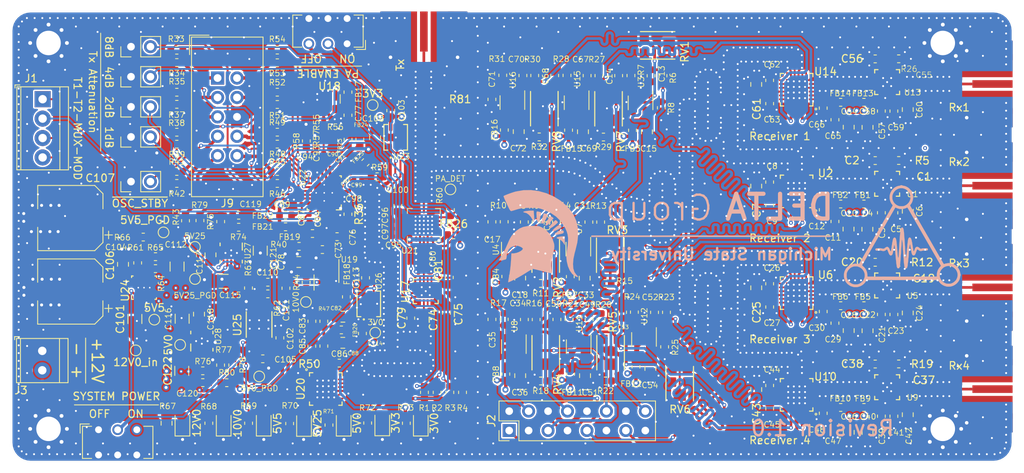
<source format=kicad_pcb>
(kicad_pcb (version 20171130) (host pcbnew "(5.1.4-0-10_14)")

  (general
    (thickness 1.6)
    (drawings 133)
    (tracks 5359)
    (zones 0)
    (modules 362)
    (nets 218)
  )

  (page A4)
  (layers
    (0 F.Cu signal hide)
    (1 In1.Cu power hide)
    (2 In2.Cu power hide)
    (31 B.Cu signal hide)
    (32 B.Adhes user)
    (33 F.Adhes user)
    (34 B.Paste user hide)
    (35 F.Paste user hide)
    (36 B.SilkS user)
    (37 F.SilkS user)
    (38 B.Mask user)
    (39 F.Mask user hide)
    (40 Dwgs.User user)
    (41 Cmts.User user)
    (42 Eco1.User user)
    (43 Eco2.User user)
    (44 Edge.Cuts user)
    (45 Margin user)
    (46 B.CrtYd user)
    (47 F.CrtYd user)
    (48 B.Fab user)
    (49 F.Fab user hide)
  )

  (setup
    (last_trace_width 0.25)
    (trace_clearance 0.2)
    (zone_clearance 0.127)
    (zone_45_only no)
    (trace_min 0.127)
    (via_size 0.508)
    (via_drill 0.254)
    (via_min_size 0.254)
    (via_min_drill 0.254)
    (user_via 0.508 0.254)
    (user_via 0.8 0.4)
    (uvia_size 0.3)
    (uvia_drill 0.1)
    (uvias_allowed no)
    (uvia_min_size 0.254)
    (uvia_min_drill 0.1)
    (edge_width 0.05)
    (segment_width 0.2)
    (pcb_text_width 0.3)
    (pcb_text_size 1.5 1.5)
    (mod_edge_width 0.12)
    (mod_text_size 0.75 0.75)
    (mod_text_width 0.1)
    (pad_size 0.508 0.508)
    (pad_drill 0.254)
    (pad_to_mask_clearance 0.051)
    (solder_mask_min_width 0.25)
    (aux_axis_origin 0 0)
    (grid_origin 129.6035 54.3814)
    (visible_elements FFFFFF7F)
    (pcbplotparams
      (layerselection 0x010fc_ffffffff)
      (usegerberextensions false)
      (usegerberattributes false)
      (usegerberadvancedattributes false)
      (creategerberjobfile false)
      (excludeedgelayer true)
      (linewidth 0.100000)
      (plotframeref true)
      (viasonmask false)
      (mode 1)
      (useauxorigin false)
      (hpglpennumber 1)
      (hpglpenspeed 20)
      (hpglpendiameter 15.000000)
      (psnegative false)
      (psa4output false)
      (plotreference true)
      (plotvalue true)
      (plotinvisibletext false)
      (padsonsilk false)
      (subtractmaskfromsilk false)
      (outputformat 4)
      (mirror false)
      (drillshape 0)
      (scaleselection 1)
      (outputdirectory "layout_pdfs/"))
  )

  (net 0 "")
  (net 1 /receiver_2/ANT_IN)
  (net 2 "Net-(C1-Pad1)")
  (net 3 GND)
  (net 4 "Net-(C2-Pad1)")
  (net 5 "Net-(C3-Pad1)")
  (net 6 "Net-(C10-Pad1)")
  (net 7 "Net-(C13-Pad2)")
  (net 8 /RX2_Q)
  (net 9 "Net-(C14-Pad1)")
  (net 10 "Net-(C15-Pad1)")
  (net 11 "Net-(C16-Pad2)")
  (net 12 /RX2_I)
  (net 13 "Net-(C17-Pad1)")
  (net 14 "Net-(C18-Pad1)")
  (net 15 /receiver_3/ANT_IN)
  (net 16 "Net-(C19-Pad1)")
  (net 17 "Net-(C20-Pad1)")
  (net 18 "Net-(C21-Pad1)")
  (net 19 "Net-(C25-Pad1)")
  (net 20 "Net-(C31-Pad2)")
  (net 21 /RX3_Q)
  (net 22 "Net-(C32-Pad1)")
  (net 23 "Net-(C33-Pad1)")
  (net 24 "Net-(C34-Pad2)")
  (net 25 /RX3_I)
  (net 26 "Net-(C35-Pad1)")
  (net 27 "Net-(C36-Pad1)")
  (net 28 /receiver_4/ANT_IN)
  (net 29 "Net-(C37-Pad1)")
  (net 30 "Net-(C38-Pad1)")
  (net 31 "Net-(C39-Pad1)")
  (net 32 "Net-(C43-Pad1)")
  (net 33 "Net-(C49-Pad2)")
  (net 34 /RX4_Q)
  (net 35 "Net-(C50-Pad1)")
  (net 36 "Net-(C51-Pad1)")
  (net 37 "Net-(C52-Pad2)")
  (net 38 /RX4_I)
  (net 39 "Net-(C53-Pad1)")
  (net 40 "Net-(C54-Pad1)")
  (net 41 /receiver_1/ANT_IN)
  (net 42 "Net-(C55-Pad1)")
  (net 43 "Net-(C56-Pad1)")
  (net 44 "Net-(C57-Pad1)")
  (net 45 "Net-(C61-Pad1)")
  (net 46 "Net-(C67-Pad2)")
  (net 47 /RX1_Q)
  (net 48 "Net-(C68-Pad1)")
  (net 49 "Net-(C69-Pad1)")
  (net 50 "Net-(C70-Pad2)")
  (net 51 /RX1_I)
  (net 52 "Net-(C71-Pad1)")
  (net 53 "Net-(C72-Pad1)")
  (net 54 /transmitter/LMX_CPOUT)
  (net 55 "Net-(C74-Pad2)")
  (net 56 /transmitter/VCO_OUT)
  (net 57 "Net-(C75-Pad2)")
  (net 58 "Net-(C76-Pad2)")
  (net 59 "Net-(C77-Pad1)")
  (net 60 "Net-(C78-Pad1)")
  (net 61 +3V3)
  (net 62 /transmitter/ATTEN_OUT)
  (net 63 "Net-(C80-Pad1)")
  (net 64 "Net-(C81-Pad1)")
  (net 65 "Net-(C82-Pad1)")
  (net 66 "Net-(C83-Pad1)")
  (net 67 /transmitter/LMX_VCP)
  (net 68 "Net-(C85-Pad1)")
  (net 69 "Net-(C86-Pad1)")
  (net 70 VCC)
  (net 71 "Net-(C93-Pad2)")
  (net 72 "Net-(C93-Pad1)")
  (net 73 "Net-(C94-Pad2)")
  (net 74 "Net-(C94-Pad1)")
  (net 75 "Net-(C100-Pad1)")
  (net 76 "Net-(C98-Pad2)")
  (net 77 /transmitter/LMX_FIN)
  (net 78 "Net-(C99-Pad2)")
  (net 79 "Net-(C99-Pad1)")
  (net 80 +5V)
  (net 81 "Net-(C104-Pad1)")
  (net 82 "Net-(C105-Pad1)")
  (net 83 "Net-(C110-Pad2)")
  (net 84 +10V)
  (net 85 /power/5V5_OUT)
  (net 86 +3V0)
  (net 87 "Net-(C117-Pad1)")
  (net 88 "Net-(C118-Pad1)")
  (net 89 "Net-(C119-Pad2)")
  (net 90 +5V25)
  (net 91 "Net-(C120-Pad2)")
  (net 92 "Net-(D1-Pad2)")
  (net 93 "Net-(D2-Pad2)")
  (net 94 "Net-(D3-Pad2)")
  (net 95 "Net-(D4-Pad2)")
  (net 96 "Net-(D5-Pad2)")
  (net 97 "Net-(D6-Pad2)")
  (net 98 "Net-(D7-Pad2)")
  (net 99 /LMX_MOD)
  (net 100 /LMX_MUXOUT)
  (net 101 /LMX_TRIG2)
  (net 102 /LMX_TRIG1)
  (net 103 /transmitter/TX_OUT)
  (net 104 "Net-(J9-Pad10)")
  (net 105 "Net-(J9-Pad9)")
  (net 106 "Net-(J9-Pad8)")
  (net 107 "Net-(J9-Pad7)")
  (net 108 "Net-(J9-Pad5)")
  (net 109 "Net-(J9-Pad4)")
  (net 110 "Net-(J9-Pad3)")
  (net 111 "Net-(J9-Pad2)")
  (net 112 "Net-(J9-Pad1)")
  (net 113 /~ATTEN_1DB)
  (net 114 /~ATTEN_2DB)
  (net 115 /~ATTEN_4DB)
  (net 116 /~ATTEN_8DB)
  (net 117 "Net-(JP5-Pad2)")
  (net 118 /receiver_2/IF2_RAW)
  (net 119 "Net-(R8-Pad1)")
  (net 120 /receiver_2/IF1_RAW)
  (net 121 "Net-(R11-Pad1)")
  (net 122 /receiver_3/IF2_RAW)
  (net 123 "Net-(R15-Pad1)")
  (net 124 /receiver_3/IF1_RAW)
  (net 125 "Net-(R18-Pad1)")
  (net 126 /receiver_4/IF2_RAW)
  (net 127 "Net-(R22-Pad1)")
  (net 128 /receiver_4/IF1_RAW)
  (net 129 "Net-(R25-Pad1)")
  (net 130 /receiver_1/IF2_RAW)
  (net 131 "Net-(R29-Pad1)")
  (net 132 /receiver_1/IF1_RAW)
  (net 133 "Net-(R32-Pad1)")
  (net 134 /transmitter/LMX_CE)
  (net 135 "Net-(R44-Pad1)")
  (net 136 /transmitter/LMX_CLK)
  (net 137 /transmitter/LMX_DATA)
  (net 138 /transmitter/LMX_LE)
  (net 139 /transmitter/REF_OUT)
  (net 140 "Net-(R55-Pad1)")
  (net 141 "Net-(R60-Pad1)")
  (net 142 "Net-(R61-Pad2)")
  (net 143 /power/5V5_PGD)
  (net 144 "Net-(R64-Pad2)")
  (net 145 "Net-(R78-Pad2)")
  (net 146 /power/5V0_PGD)
  (net 147 /power/5V25_PGD)
  (net 148 "Net-(SW1-Pad2)")
  (net 149 /transmitter/PA_OUT)
  (net 150 "Net-(TL2-Pad3)")
  (net 151 "Net-(TL2-Pad2)")
  (net 152 /transmitter/LO_2)
  (net 153 /transmitter/LO_1)
  (net 154 /transmitter/LO_4)
  (net 155 /transmitter/LO_3)
  (net 156 /receiver_2/LNA_OUT)
  (net 157 /receiver_3/LNA_OUT)
  (net 158 /receiver_4/LNA_OUT)
  (net 159 /receiver_1/LNA_OUT)
  (net 160 "Net-(R81-Pad1)")
  (net 161 "Net-(TL1-Pad4)")
  (net 162 "Net-(TL3-Pad1)")
  (net 163 "Net-(TL4-Pad1)")
  (net 164 "Net-(TL6-Pad2)")
  (net 165 "Net-(TL7-Pad1)")
  (net 166 "Net-(TL13-Pad2)")
  (net 167 "Net-(TL10-Pad1)")
  (net 168 "Net-(TL11-Pad1)")
  (net 169 "Net-(TL12-Pad1)")
  (net 170 "Net-(TL13-Pad1)")
  (net 171 "Net-(TL14-Pad1)")
  (net 172 "Net-(TL15-Pad1)")
  (net 173 "Net-(TL16-Pad1)")
  (net 174 "Net-(TL17-Pad1)")
  (net 175 "Net-(TL17-Pad2)")
  (net 176 "Net-(TL18-Pad2)")
  (net 177 "Net-(TL20-Pad1)")
  (net 178 "Net-(TL20-Pad2)")
  (net 179 "Net-(TL22-Pad1)")
  (net 180 /power/+12V0_IN_CONN)
  (net 181 "Net-(TL25-Pad1)")
  (net 182 "Net-(TL26-Pad1)")
  (net 183 "Net-(TL27-Pad1)")
  (net 184 "Net-(TL28-Pad1)")
  (net 185 "Net-(TL29-Pad1)")
  (net 186 "Net-(TL30-Pad1)")
  (net 187 "Net-(TL31-Pad1)")
  (net 188 "Net-(TL32-Pad1)")
  (net 189 "Net-(TL33-Pad1)")
  (net 190 "Net-(TL34-Pad1)")
  (net 191 "Net-(TL35-Pad1)")
  (net 192 "Net-(TL36-Pad1)")
  (net 193 /power/POWER_SW)
  (net 194 "Net-(TL23-Pad1)")
  (net 195 "Net-(TL24-Pad1)")
  (net 196 "Net-(TL37-Pad1)")
  (net 197 "Net-(TL38-Pad1)")
  (net 198 "Net-(TL39-Pad1)")
  (net 199 "Net-(TL40-Pad1)")
  (net 200 "Net-(TL41-Pad1)")
  (net 201 "Net-(TL42-Pad1)")
  (net 202 "Net-(TL43-Pad1)")
  (net 203 "Net-(TL44-Pad1)")
  (net 204 "Net-(TL45-Pad1)")
  (net 205 "Net-(TL46-Pad1)")
  (net 206 "Net-(TL23-Pad2)")
  (net 207 "Net-(TL38-Pad2)")
  (net 208 "Net-(TL41-Pad2)")
  (net 209 "Net-(TL44-Pad2)")
  (net 210 "Net-(TL3-Pad3)")
  (net 211 "Net-(TL3-Pad2)")
  (net 212 "Net-(TL4-Pad3)")
  (net 213 "Net-(TL4-Pad2)")
  (net 214 "Net-(TL51-Pad2)")
  (net 215 "Net-(TL52-Pad2)")
  (net 216 "Net-(TL53-Pad1)")
  (net 217 "Net-(TL54-Pad1)")

  (net_class Default "This is the default net class."
    (clearance 0.2)
    (trace_width 0.25)
    (via_dia 0.508)
    (via_drill 0.254)
    (uvia_dia 0.3)
    (uvia_drill 0.1)
    (add_net /LMX_MOD)
    (add_net /LMX_MUXOUT)
    (add_net /LMX_TRIG1)
    (add_net /LMX_TRIG2)
    (add_net /power/+12V0_IN_CONN)
    (add_net /power/5V0_PGD)
    (add_net /power/5V25_PGD)
    (add_net /power/5V5_OUT)
    (add_net /power/5V5_PGD)
    (add_net /power/POWER_SW)
    (add_net /transmitter/LMX_CE)
    (add_net /transmitter/LMX_CLK)
    (add_net /transmitter/LMX_CPOUT)
    (add_net /transmitter/LMX_DATA)
    (add_net /transmitter/LMX_FIN)
    (add_net /transmitter/LMX_LE)
    (add_net /transmitter/LMX_VCP)
    (add_net /~ATTEN_1DB)
    (add_net /~ATTEN_2DB)
    (add_net /~ATTEN_4DB)
    (add_net /~ATTEN_8DB)
    (add_net GND)
    (add_net "Net-(C1-Pad1)")
    (add_net "Net-(C10-Pad1)")
    (add_net "Net-(C100-Pad1)")
    (add_net "Net-(C104-Pad1)")
    (add_net "Net-(C105-Pad1)")
    (add_net "Net-(C110-Pad2)")
    (add_net "Net-(C117-Pad1)")
    (add_net "Net-(C118-Pad1)")
    (add_net "Net-(C119-Pad2)")
    (add_net "Net-(C120-Pad2)")
    (add_net "Net-(C13-Pad2)")
    (add_net "Net-(C14-Pad1)")
    (add_net "Net-(C15-Pad1)")
    (add_net "Net-(C16-Pad2)")
    (add_net "Net-(C17-Pad1)")
    (add_net "Net-(C18-Pad1)")
    (add_net "Net-(C19-Pad1)")
    (add_net "Net-(C2-Pad1)")
    (add_net "Net-(C20-Pad1)")
    (add_net "Net-(C21-Pad1)")
    (add_net "Net-(C25-Pad1)")
    (add_net "Net-(C3-Pad1)")
    (add_net "Net-(C31-Pad2)")
    (add_net "Net-(C32-Pad1)")
    (add_net "Net-(C33-Pad1)")
    (add_net "Net-(C34-Pad2)")
    (add_net "Net-(C35-Pad1)")
    (add_net "Net-(C36-Pad1)")
    (add_net "Net-(C37-Pad1)")
    (add_net "Net-(C38-Pad1)")
    (add_net "Net-(C39-Pad1)")
    (add_net "Net-(C43-Pad1)")
    (add_net "Net-(C49-Pad2)")
    (add_net "Net-(C50-Pad1)")
    (add_net "Net-(C51-Pad1)")
    (add_net "Net-(C52-Pad2)")
    (add_net "Net-(C53-Pad1)")
    (add_net "Net-(C54-Pad1)")
    (add_net "Net-(C55-Pad1)")
    (add_net "Net-(C56-Pad1)")
    (add_net "Net-(C57-Pad1)")
    (add_net "Net-(C61-Pad1)")
    (add_net "Net-(C67-Pad2)")
    (add_net "Net-(C68-Pad1)")
    (add_net "Net-(C69-Pad1)")
    (add_net "Net-(C70-Pad2)")
    (add_net "Net-(C71-Pad1)")
    (add_net "Net-(C72-Pad1)")
    (add_net "Net-(C74-Pad2)")
    (add_net "Net-(C75-Pad2)")
    (add_net "Net-(C76-Pad2)")
    (add_net "Net-(C77-Pad1)")
    (add_net "Net-(C78-Pad1)")
    (add_net "Net-(C80-Pad1)")
    (add_net "Net-(C81-Pad1)")
    (add_net "Net-(C82-Pad1)")
    (add_net "Net-(C83-Pad1)")
    (add_net "Net-(C85-Pad1)")
    (add_net "Net-(C86-Pad1)")
    (add_net "Net-(C93-Pad1)")
    (add_net "Net-(C93-Pad2)")
    (add_net "Net-(C94-Pad1)")
    (add_net "Net-(C94-Pad2)")
    (add_net "Net-(C98-Pad2)")
    (add_net "Net-(C99-Pad1)")
    (add_net "Net-(C99-Pad2)")
    (add_net "Net-(D1-Pad2)")
    (add_net "Net-(D2-Pad2)")
    (add_net "Net-(D3-Pad2)")
    (add_net "Net-(D4-Pad2)")
    (add_net "Net-(D5-Pad2)")
    (add_net "Net-(D6-Pad2)")
    (add_net "Net-(D7-Pad2)")
    (add_net "Net-(J9-Pad1)")
    (add_net "Net-(J9-Pad10)")
    (add_net "Net-(J9-Pad2)")
    (add_net "Net-(J9-Pad3)")
    (add_net "Net-(J9-Pad4)")
    (add_net "Net-(J9-Pad5)")
    (add_net "Net-(J9-Pad7)")
    (add_net "Net-(J9-Pad8)")
    (add_net "Net-(J9-Pad9)")
    (add_net "Net-(JP5-Pad2)")
    (add_net "Net-(R11-Pad1)")
    (add_net "Net-(R15-Pad1)")
    (add_net "Net-(R18-Pad1)")
    (add_net "Net-(R22-Pad1)")
    (add_net "Net-(R25-Pad1)")
    (add_net "Net-(R29-Pad1)")
    (add_net "Net-(R32-Pad1)")
    (add_net "Net-(R44-Pad1)")
    (add_net "Net-(R55-Pad1)")
    (add_net "Net-(R60-Pad1)")
    (add_net "Net-(R61-Pad2)")
    (add_net "Net-(R64-Pad2)")
    (add_net "Net-(R78-Pad2)")
    (add_net "Net-(R8-Pad1)")
    (add_net "Net-(SW1-Pad2)")
    (add_net VCC)
  )

  (net_class 50-ohm ""
    (clearance 0.2)
    (trace_width 0.35)
    (via_dia 0.508)
    (via_drill 0.254)
    (uvia_dia 0.3)
    (uvia_drill 0.1)
    (add_net /RX1_I)
    (add_net /RX1_Q)
    (add_net /RX2_I)
    (add_net /RX2_Q)
    (add_net /RX3_I)
    (add_net /RX3_Q)
    (add_net /RX4_I)
    (add_net /RX4_Q)
    (add_net /receiver_1/ANT_IN)
    (add_net /receiver_1/IF1_RAW)
    (add_net /receiver_1/IF2_RAW)
    (add_net /receiver_1/LNA_OUT)
    (add_net /receiver_2/ANT_IN)
    (add_net /receiver_2/IF1_RAW)
    (add_net /receiver_2/IF2_RAW)
    (add_net /receiver_2/LNA_OUT)
    (add_net /receiver_3/ANT_IN)
    (add_net /receiver_3/IF1_RAW)
    (add_net /receiver_3/IF2_RAW)
    (add_net /receiver_3/LNA_OUT)
    (add_net /receiver_4/ANT_IN)
    (add_net /receiver_4/IF1_RAW)
    (add_net /receiver_4/IF2_RAW)
    (add_net /receiver_4/LNA_OUT)
    (add_net /transmitter/ATTEN_OUT)
    (add_net /transmitter/LO_1)
    (add_net /transmitter/LO_2)
    (add_net /transmitter/LO_3)
    (add_net /transmitter/LO_4)
    (add_net /transmitter/PA_OUT)
    (add_net /transmitter/REF_OUT)
    (add_net /transmitter/TX_OUT)
    (add_net /transmitter/VCO_OUT)
    (add_net "Net-(R81-Pad1)")
    (add_net "Net-(TL1-Pad4)")
    (add_net "Net-(TL10-Pad1)")
    (add_net "Net-(TL11-Pad1)")
    (add_net "Net-(TL12-Pad1)")
    (add_net "Net-(TL13-Pad1)")
    (add_net "Net-(TL13-Pad2)")
    (add_net "Net-(TL14-Pad1)")
    (add_net "Net-(TL15-Pad1)")
    (add_net "Net-(TL16-Pad1)")
    (add_net "Net-(TL17-Pad1)")
    (add_net "Net-(TL17-Pad2)")
    (add_net "Net-(TL18-Pad2)")
    (add_net "Net-(TL2-Pad2)")
    (add_net "Net-(TL2-Pad3)")
    (add_net "Net-(TL20-Pad1)")
    (add_net "Net-(TL20-Pad2)")
    (add_net "Net-(TL22-Pad1)")
    (add_net "Net-(TL23-Pad1)")
    (add_net "Net-(TL23-Pad2)")
    (add_net "Net-(TL24-Pad1)")
    (add_net "Net-(TL25-Pad1)")
    (add_net "Net-(TL26-Pad1)")
    (add_net "Net-(TL27-Pad1)")
    (add_net "Net-(TL28-Pad1)")
    (add_net "Net-(TL29-Pad1)")
    (add_net "Net-(TL3-Pad1)")
    (add_net "Net-(TL3-Pad2)")
    (add_net "Net-(TL3-Pad3)")
    (add_net "Net-(TL30-Pad1)")
    (add_net "Net-(TL31-Pad1)")
    (add_net "Net-(TL32-Pad1)")
    (add_net "Net-(TL33-Pad1)")
    (add_net "Net-(TL34-Pad1)")
    (add_net "Net-(TL35-Pad1)")
    (add_net "Net-(TL36-Pad1)")
    (add_net "Net-(TL37-Pad1)")
    (add_net "Net-(TL38-Pad1)")
    (add_net "Net-(TL38-Pad2)")
    (add_net "Net-(TL39-Pad1)")
    (add_net "Net-(TL4-Pad1)")
    (add_net "Net-(TL4-Pad2)")
    (add_net "Net-(TL4-Pad3)")
    (add_net "Net-(TL40-Pad1)")
    (add_net "Net-(TL41-Pad1)")
    (add_net "Net-(TL41-Pad2)")
    (add_net "Net-(TL42-Pad1)")
    (add_net "Net-(TL43-Pad1)")
    (add_net "Net-(TL44-Pad1)")
    (add_net "Net-(TL44-Pad2)")
    (add_net "Net-(TL45-Pad1)")
    (add_net "Net-(TL46-Pad1)")
    (add_net "Net-(TL51-Pad2)")
    (add_net "Net-(TL52-Pad2)")
    (add_net "Net-(TL53-Pad1)")
    (add_net "Net-(TL54-Pad1)")
    (add_net "Net-(TL6-Pad2)")
    (add_net "Net-(TL7-Pad1)")
  )

  (net_class 50-ohm-chip ""
    (clearance 0.2)
    (trace_width 0.35)
    (via_dia 0.508)
    (via_drill 0.254)
    (uvia_dia 0.3)
    (uvia_drill 0.1)
  )

  (net_class Power ""
    (clearance 0.2)
    (trace_width 0.45)
    (via_dia 0.8)
    (via_drill 0.4)
    (uvia_dia 0.3)
    (uvia_drill 0.1)
    (add_net +10V)
    (add_net +3V0)
    (add_net +3V3)
    (add_net +5V)
    (add_net +5V25)
  )

  (module aps_radar_lib:spartan_logo (layer B.Cu) (tedit 0) (tstamp 5E8236EB)
    (at 154.1435 96.435211 180)
    (fp_text reference G*** (at 0 0) (layer B.SilkS) hide
      (effects (font (size 1.524 1.524) (thickness 0.3)) (justify mirror))
    )
    (fp_text value LOGO (at 0.75 0) (layer B.SilkS) hide
      (effects (font (size 1.524 1.524) (thickness 0.3)) (justify mirror))
    )
    (fp_poly (pts (xy 1.257103 3.289723) (xy 1.56371 3.257472) (xy 1.81144 3.212118) (xy 1.960298 3.160533)
      (xy 1.982719 3.121426) (xy 1.868671 3.057302) (xy 1.792657 3.048) (xy 1.546275 2.976797)
      (xy 1.27431 2.788335) (xy 1.019402 2.520337) (xy 0.824193 2.210526) (xy 0.809341 2.178117)
      (xy 0.699244 1.95929) (xy 0.610167 1.836705) (xy 0.570818 1.829522) (xy 0.553396 1.946305)
      (xy 0.550668 2.18624) (xy 0.562733 2.503776) (xy 0.569139 2.605728) (xy 0.616863 3.302)
      (xy 0.931614 3.302) (xy 1.257103 3.289723)) (layer B.SilkS) (width 0.01))
    (fp_poly (pts (xy 0.233833 3.159258) (xy 0.253428 3.005661) (xy 0.254 2.897211) (xy 0.238657 2.500714)
      (xy 0.197039 2.160666) (xy 0.135763 1.911121) (xy 0.061445 1.786132) (xy 0.03653 1.778)
      (xy -0.076429 1.847943) (xy -0.115269 1.926167) (xy -0.180308 2.181971) (xy -0.243709 2.473776)
      (xy -0.296361 2.752843) (xy -0.329157 2.970437) (xy -0.332989 3.077818) (xy -0.33109 3.080965)
      (xy -0.232437 3.11884) (xy -0.039438 3.167869) (xy -0.021167 3.171837) (xy 0.155827 3.201151)
      (xy 0.233833 3.159258)) (layer B.SilkS) (width 0.01))
    (fp_poly (pts (xy -0.714828 2.942549) (xy -0.681607 2.85497) (xy -0.617646 2.653602) (xy -0.537463 2.387825)
      (xy -0.455574 2.107022) (xy -0.386499 1.860577) (xy -0.344755 1.697871) (xy -0.338667 1.663039)
      (xy -0.409767 1.618716) (xy -0.506936 1.608667) (xy -0.625812 1.658354) (xy -0.761927 1.821653)
      (xy -0.932179 2.119923) (xy -0.96996 2.193972) (xy -1.264715 2.779278) (xy -0.999628 2.871687)
      (xy -0.814561 2.928618) (xy -0.717352 2.944012) (xy -0.714828 2.942549)) (layer B.SilkS) (width 0.01))
    (fp_poly (pts (xy -1.440195 2.483327) (xy -1.321312 2.288648) (xy -1.186035 2.040493) (xy -1.057386 1.783739)
      (xy -0.958391 1.563263) (xy -0.91207 1.423942) (xy -0.914386 1.399837) (xy -1.025719 1.356163)
      (xy -1.178571 1.425749) (xy -1.390658 1.620074) (xy -1.578299 1.829964) (xy -1.984358 2.30526)
      (xy -1.787693 2.46451) (xy -1.626856 2.564442) (xy -1.519661 2.579652) (xy -1.440195 2.483327)) (layer B.SilkS) (width 0.01))
    (fp_poly (pts (xy -2.195551 2.038854) (xy -2.066829 1.93178) (xy -1.939319 1.797878) (xy -1.669848 1.504506)
      (xy -1.501801 1.307892) (xy -1.41933 1.182639) (xy -1.406592 1.103351) (xy -1.447739 1.04463)
      (xy -1.46178 1.032504) (xy -1.557424 1.009058) (xy -1.710507 1.07345) (xy -1.947916 1.23884)
      (xy -2.056583 1.323558) (xy -2.292158 1.518694) (xy -2.464212 1.676949) (xy -2.539131 1.767162)
      (xy -2.54 1.771737) (xy -2.483855 1.872475) (xy -2.386591 1.975256) (xy -2.287293 2.047458)
      (xy -2.195551 2.038854)) (layer B.SilkS) (width 0.01))
    (fp_poly (pts (xy -2.660571 1.404567) (xy -2.457275 1.27244) (xy -2.275853 1.135192) (xy -1.994182 0.896814)
      (xy -1.85103 0.723941) (xy -1.849649 0.622365) (xy -1.973497 0.596739) (xy -2.096811 0.635565)
      (xy -2.318852 0.732828) (xy -2.564335 0.853698) (xy -2.853658 1.022648) (xy -2.990642 1.151006)
      (xy -2.995652 1.209459) (xy -2.89271 1.369254) (xy -2.793366 1.435564) (xy -2.660571 1.404567)) (layer B.SilkS) (width 0.01))
    (fp_poly (pts (xy -2.992542 0.681856) (xy -2.701324 0.583095) (xy -2.39237 0.460262) (xy -2.219264 0.370083)
      (xy -2.156481 0.293918) (xy -2.178492 0.213124) (xy -2.183692 0.20509) (xy -2.314802 0.156091)
      (xy -2.58083 0.183962) (xy -2.582333 0.184268) (xy -2.9291 0.257481) (xy -3.141952 0.313749)
      (xy -3.253372 0.367531) (xy -3.295841 0.433284) (xy -3.302 0.504616) (xy -3.276891 0.650737)
      (xy -3.183014 0.708606) (xy -2.992542 0.681856)) (layer B.SilkS) (width 0.01))
    (fp_poly (pts (xy -3.175 -0.059622) (xy -2.798059 -0.099937) (xy -2.533197 -0.15781) (xy -2.394373 -0.226097)
      (xy -2.395544 -0.297655) (xy -2.550668 -0.365341) (xy -2.568577 -0.369982) (xy -2.878361 -0.516872)
      (xy -3.164536 -0.768139) (xy -3.353222 -1.051152) (xy -3.411375 -1.172177) (xy -3.444229 -1.195138)
      (xy -3.456943 -1.099922) (xy -3.454675 -0.866415) (xy -3.449088 -0.677333) (xy -3.429 -0.042333)
      (xy -3.175 -0.059622)) (layer B.SilkS) (width 0.01))
    (fp_poly (pts (xy 1.987711 5.969212) (xy 2.967937 5.798474) (xy 3.246261 5.716984) (xy 3.578153 5.606237)
      (xy 3.919741 5.482639) (xy 4.227154 5.362598) (xy 4.456521 5.262521) (xy 4.559985 5.203061)
      (xy 4.537998 5.120117) (xy 4.456218 4.913767) (xy 4.327103 4.613753) (xy 4.16311 4.249814)
      (xy 4.136652 4.19237) (xy 3.94346 3.78225) (xy 3.801252 3.505387) (xy 3.695018 3.339095)
      (xy 3.609748 3.260687) (xy 3.530433 3.247475) (xy 3.513667 3.250731) (xy 3.350765 3.29565)
      (xy 3.083067 3.375262) (xy 2.767082 3.472744) (xy 2.751667 3.477585) (xy 2.432629 3.565166)
      (xy 2.108759 3.622204) (xy 1.729567 3.654561) (xy 1.244562 3.668096) (xy 1.100667 3.669227)
      (xy 0.636694 3.668041) (xy 0.290825 3.654235) (xy 0.011916 3.620646) (xy -0.251176 3.560114)
      (xy -0.549593 3.465476) (xy -0.681073 3.419722) (xy -1.549044 3.0342) (xy -2.293992 2.53281)
      (xy -2.915229 1.916144) (xy -3.412067 1.184792) (xy -3.515272 0.987113) (xy -3.69582 0.577543)
      (xy -3.812563 0.187124) (xy -3.869257 -0.223905) (xy -3.869661 -0.695306) (xy -3.817533 -1.266841)
      (xy -3.765144 -1.656879) (xy -3.699265 -2.14518) (xy -3.663724 -2.516964) (xy -3.656892 -2.822)
      (xy -3.67714 -3.11006) (xy -3.709771 -3.34911) (xy -3.860218 -3.981838) (xy -4.094524 -4.526838)
      (xy -4.397432 -4.950234) (xy -4.458272 -5.011113) (xy -4.649674 -5.163345) (xy -4.858266 -5.288454)
      (xy -5.039808 -5.365424) (xy -5.150058 -5.373242) (xy -5.164667 -5.346663) (xy -5.10855 -5.248315)
      (xy -4.971343 -5.097557) (xy -4.950352 -5.077512) (xy -4.703731 -4.732467) (xy -4.558161 -4.263634)
      (xy -4.51414 -3.683472) (xy -4.572166 -3.004439) (xy -4.732737 -2.238994) (xy -4.823914 -1.917591)
      (xy -5.083723 -0.847257) (xy -5.191097 0.151175) (xy -5.145433 1.08078) (xy -4.946127 1.944633)
      (xy -4.592574 2.745806) (xy -4.084171 3.487376) (xy -3.673924 3.935401) (xy -2.877164 4.609476)
      (xy -1.991891 5.157861) (xy -1.040435 5.574291) (xy -0.045129 5.852502) (xy 0.971697 5.98623)
      (xy 1.987711 5.969212)) (layer B.SilkS) (width 0.01))
    (fp_poly (pts (xy 0.804333 1.306497) (xy 1.458138 1.271529) (xy 1.993113 1.165284) (xy 2.450282 0.972359)
      (xy 2.870664 0.677348) (xy 3.136486 0.430731) (xy 3.348817 0.203955) (xy 3.521672 -0.02063)
      (xy 3.679178 -0.283312) (xy 3.845463 -0.624378) (xy 4.044654 -1.084114) (xy 4.046858 -1.089363)
      (xy 4.244396 -1.536143) (xy 4.457117 -1.978308) (xy 4.659443 -2.364783) (xy 4.825581 -2.644178)
      (xy 4.991481 -2.898059) (xy 5.112317 -3.093358) (xy 5.164192 -3.191307) (xy 5.164667 -3.194261)
      (xy 5.0911 -3.206524) (xy 4.908339 -3.193435) (xy 4.673287 -3.162571) (xy 4.442852 -3.121509)
      (xy 4.273938 -3.077824) (xy 4.264842 -3.074464) (xy 4.182519 -2.954787) (xy 4.149094 -2.686389)
      (xy 4.148535 -2.636775) (xy 4.079112 -2.16953) (xy 3.885832 -1.775519) (xy 3.590683 -1.479393)
      (xy 3.215652 -1.305799) (xy 2.929646 -1.270316) (xy 2.681101 -1.304442) (xy 2.417324 -1.390652)
      (xy 2.190239 -1.505307) (xy 2.051774 -1.624769) (xy 2.032 -1.678966) (xy 2.10769 -1.823554)
      (xy 2.305201 -1.978566) (xy 2.580197 -2.121796) (xy 2.888339 -2.231036) (xy 3.185291 -2.284077)
      (xy 3.243936 -2.286) (xy 3.529977 -2.286) (xy 3.584109 -3.292743) (xy 3.62358 -3.807422)
      (xy 3.685695 -4.37253) (xy 3.760419 -4.903587) (xy 3.807204 -5.171104) (xy 3.874077 -5.532855)
      (xy 3.922382 -5.827405) (xy 3.946612 -6.018865) (xy 3.945656 -6.073233) (xy 3.862764 -6.049644)
      (xy 3.66245 -5.962017) (xy 3.377137 -5.825176) (xy 3.121739 -5.69653) (xy 2.674216 -5.455177)
      (xy 2.175952 -5.168394) (xy 1.714303 -4.886923) (xy 1.584586 -4.803658) (xy 1.264217 -4.601809)
      (xy 0.987529 -4.440976) (xy 0.790059 -4.341056) (xy 0.717177 -4.318) (xy 0.59364 -4.338706)
      (xy 0.340097 -4.39552) (xy -0.009959 -4.480486) (xy -0.423034 -4.585647) (xy -0.557541 -4.620813)
      (xy -0.97405 -4.727081) (xy -1.329083 -4.811408) (xy -1.59218 -4.867037) (xy -1.73288 -4.887212)
      (xy -1.747502 -4.88472) (xy -1.754072 -4.78772) (xy -1.733081 -4.572472) (xy -1.692561 -4.306741)
      (xy -1.644363 -3.918667) (xy -1.656667 -3.574662) (xy -1.721371 -3.217333) (xy -1.806402 -2.836106)
      (xy -1.905137 -2.393871) (xy -1.984378 -2.03925) (xy -2.059208 -1.646547) (xy -2.079865 -1.34487)
      (xy -2.049772 -1.066006) (xy -2.036534 -1.000261) (xy -1.815932 -0.334056) (xy -1.465347 0.256985)
      (xy -1.004442 0.746583) (xy -0.462095 1.103921) (xy -0.239404 1.202955) (xy -0.024612 1.264351)
      (xy 0.233039 1.296228) (xy 0.584307 1.306705) (xy 0.804333 1.306497)) (layer B.SilkS) (width 0.01))
  )

  (module aps_radar_lib:delta_logo (layer B.Cu) (tedit 0) (tstamp 5E8236D4)
    (at 201.6835 96.4714 180)
    (fp_text reference G*** (at 0 0 180) (layer B.SilkS) hide
      (effects (font (size 1.524 1.524) (thickness 0.3)) (justify mirror))
    )
    (fp_text value LOGO (at 0.75 0 180) (layer B.SilkS) hide
      (effects (font (size 1.524 1.524) (thickness 0.3)) (justify mirror))
    )
    (fp_poly (pts (xy 0.07018 1.130641) (xy 0.118507 1.097996) (xy 0.127015 1.090955) (xy 0.158819 1.06345)
      (xy 0.180518 1.040577) (xy 0.195066 1.016085) (xy 0.205412 0.983721) (xy 0.214508 0.937233)
      (xy 0.222338 0.889) (xy 0.233228 0.824255) (xy 0.245773 0.755186) (xy 0.25739 0.695963)
      (xy 0.258187 0.69215) (xy 0.26587 0.645027) (xy 0.273343 0.58064) (xy 0.279797 0.50712)
      (xy 0.284421 0.432598) (xy 0.28475 0.42545) (xy 0.289982 0.339074) (xy 0.298148 0.24062)
      (xy 0.308069 0.143078) (xy 0.317098 0.06985) (xy 0.324985 0.003051) (xy 0.333094 -0.082375)
      (xy 0.340896 -0.179663) (xy 0.347863 -0.282051) (xy 0.353465 -0.382775) (xy 0.354848 -0.41275)
      (xy 0.359583 -0.508832) (xy 0.365356 -0.606141) (xy 0.371734 -0.698603) (xy 0.378287 -0.780147)
      (xy 0.384585 -0.844698) (xy 0.386833 -0.8636) (xy 0.392531 -0.917331) (xy 0.398647 -0.991039)
      (xy 0.404823 -1.079309) (xy 0.410702 -1.176729) (xy 0.415924 -1.277887) (xy 0.419179 -1.35255)
      (xy 0.423657 -1.452494) (xy 0.429036 -1.552303) (xy 0.434963 -1.646668) (xy 0.441084 -1.730285)
      (xy 0.447048 -1.797847) (xy 0.451253 -1.83515) (xy 0.456406 -1.884186) (xy 0.461891 -1.953938)
      (xy 0.467435 -2.039726) (xy 0.472764 -2.136874) (xy 0.477604 -2.240703) (xy 0.481684 -2.346535)
      (xy 0.482417 -2.36855) (xy 0.485792 -2.467274) (xy 0.489264 -2.558782) (xy 0.492679 -2.639721)
      (xy 0.495882 -2.706735) (xy 0.498721 -2.756471) (xy 0.50104 -2.785574) (xy 0.501819 -2.790825)
      (xy 0.513189 -2.813795) (xy 0.527946 -2.818399) (xy 0.538635 -2.803525) (xy 0.561052 -2.719702)
      (xy 0.579006 -2.642818) (xy 0.593273 -2.567462) (xy 0.604633 -2.488223) (xy 0.613864 -2.399693)
      (xy 0.621744 -2.296462) (xy 0.628887 -2.176149) (xy 0.634614 -2.079831) (xy 0.641196 -1.985139)
      (xy 0.64821 -1.897148) (xy 0.655232 -1.820935) (xy 0.661837 -1.761574) (xy 0.665869 -1.733454)
      (xy 0.672912 -1.682579) (xy 0.680388 -1.613107) (xy 0.687677 -1.531817) (xy 0.694161 -1.445491)
      (xy 0.69832 -1.37795) (xy 0.703646 -1.294317) (xy 0.710212 -1.212122) (xy 0.717424 -1.137599)
      (xy 0.724688 -1.076985) (xy 0.730391 -1.0414) (xy 0.738485 -0.991627) (xy 0.746897 -0.924911)
      (xy 0.754674 -0.849675) (xy 0.760862 -0.774343) (xy 0.761275 -0.76835) (xy 0.767167 -0.698299)
      (xy 0.774777 -0.632413) (xy 0.7832 -0.577328) (xy 0.791532 -0.53968) (xy 0.793075 -0.534919)
      (xy 0.80598 -0.491213) (xy 0.818695 -0.436354) (xy 0.826047 -0.396622) (xy 0.845773 -0.324551)
      (xy 0.882206 -0.26242) (xy 0.939098 -0.204312) (xy 0.957392 -0.189377) (xy 0.984308 -0.171757)
      (xy 1.008985 -0.168652) (xy 1.039227 -0.176038) (xy 1.074092 -0.192804) (xy 1.115555 -0.221146)
      (xy 1.144438 -0.245634) (xy 1.179481 -0.28189) (xy 1.199464 -0.313381) (xy 1.210084 -0.349981)
      (xy 1.212255 -0.36316) (xy 1.223507 -0.415475) (xy 1.240201 -0.469275) (xy 1.245406 -0.4826)
      (xy 1.258795 -0.523983) (xy 1.271584 -0.579265) (xy 1.281161 -0.637023) (xy 1.281703 -0.64135)
      (xy 1.290256 -0.698179) (xy 1.301212 -0.752856) (xy 1.312328 -0.794317) (xy 1.31328 -0.79708)
      (xy 1.322164 -0.831826) (xy 1.331447 -0.884288) (xy 1.339924 -0.946831) (xy 1.34546 -1.000669)
      (xy 1.352456 -1.067037) (xy 1.361335 -1.130855) (xy 1.370848 -1.183974) (xy 1.378059 -1.213239)
      (xy 1.387453 -1.25293) (xy 1.397029 -1.309276) (xy 1.405433 -1.373578) (xy 1.409669 -1.41605)
      (xy 1.416542 -1.4809) (xy 1.425446 -1.543578) (xy 1.435033 -1.59536) (xy 1.441056 -1.61925)
      (xy 1.450489 -1.6594) (xy 1.46016 -1.716007) (xy 1.468663 -1.780182) (xy 1.472722 -1.819751)
      (xy 1.479116 -1.886548) (xy 1.484928 -1.932018) (xy 1.491273 -1.960177) (xy 1.499263 -1.975041)
      (xy 1.510014 -1.980627) (xy 1.517499 -1.9812) (xy 1.53528 -1.970719) (xy 1.558858 -1.943806)
      (xy 1.583744 -1.907248) (xy 1.605447 -1.867837) (xy 1.619477 -1.832361) (xy 1.62142 -1.824051)
      (xy 1.632432 -1.787476) (xy 1.650964 -1.745096) (xy 1.657089 -1.73355) (xy 1.676998 -1.693212)
      (xy 1.69185 -1.654833) (xy 1.694418 -1.645732) (xy 1.702582 -1.621107) (xy 1.717163 -1.593914)
      (xy 1.741318 -1.559339) (xy 1.778203 -1.512567) (xy 1.795906 -1.490967) (xy 1.83102 -1.457541)
      (xy 1.876987 -1.425658) (xy 1.925399 -1.400142) (xy 1.967848 -1.385818) (xy 1.981824 -1.3843)
      (xy 2.021873 -1.392003) (xy 2.075942 -1.4132) (xy 2.138623 -1.445021) (xy 2.204511 -1.484597)
      (xy 2.268198 -1.529056) (xy 2.296345 -1.551245) (xy 2.401976 -1.6383) (xy 2.505913 -1.638021)
      (xy 2.574772 -1.635181) (xy 2.627183 -1.626177) (xy 2.666176 -1.612189) (xy 2.721317 -1.595352)
      (xy 2.800882 -1.583673) (xy 2.904418 -1.577178) (xy 3.031474 -1.575894) (xy 3.181596 -1.579846)
      (xy 3.203515 -1.580779) (xy 3.416181 -1.590198) (xy 3.47339 -1.633881) (xy 3.506453 -1.660993)
      (xy 3.523548 -1.682991) (xy 3.529845 -1.708841) (xy 3.5306 -1.733066) (xy 3.52762 -1.769715)
      (xy 3.515535 -1.79936) (xy 3.489621 -1.832376) (xy 3.481258 -1.841484) (xy 3.431917 -1.894397)
      (xy 3.185983 -1.885663) (xy 3.018185 -1.882824) (xy 2.874307 -1.887113) (xy 2.753878 -1.898568)
      (xy 2.656428 -1.917227) (xy 2.606135 -1.93288) (xy 2.55252 -1.949128) (xy 2.501757 -1.95412)
      (xy 2.456672 -1.951691) (xy 2.411729 -1.944387) (xy 2.359369 -1.931273) (xy 2.30628 -1.914618)
      (xy 2.259152 -1.896693) (xy 2.224672 -1.879767) (xy 2.21047 -1.868134) (xy 2.197346 -1.855285)
      (xy 2.169721 -1.832418) (xy 2.133941 -1.804762) (xy 2.073808 -1.767152) (xy 2.02405 -1.752247)
      (xy 1.984956 -1.760087) (xy 1.96287 -1.780825) (xy 1.947703 -1.811354) (xy 1.9431 -1.833685)
      (xy 1.936914 -1.859204) (xy 1.921318 -1.894768) (xy 1.912889 -1.910234) (xy 1.891863 -1.952729)
      (xy 1.876204 -1.995522) (xy 1.873419 -2.0066) (xy 1.85989 -2.050042) (xy 1.8415 -2.08915)
      (xy 1.822445 -2.129974) (xy 1.80958 -2.1717) (xy 1.797033 -2.211173) (xy 1.776998 -2.255526)
      (xy 1.77011 -2.268065) (xy 1.752111 -2.301818) (xy 1.741299 -2.327537) (xy 1.7399 -2.334217)
      (xy 1.731292 -2.357) (xy 1.70886 -2.390743) (xy 1.677689 -2.429451) (xy 1.642867 -2.467128)
      (xy 1.609479 -2.497777) (xy 1.588808 -2.512338) (xy 1.553632 -2.530416) (xy 1.525556 -2.537771)
      (xy 1.495941 -2.534236) (xy 1.456147 -2.519642) (xy 1.432342 -2.5093) (xy 1.361945 -2.467922)
      (xy 1.314242 -2.416306) (xy 1.289729 -2.354992) (xy 1.289544 -2.354021) (xy 1.27804 -2.310669)
      (xy 1.262406 -2.270938) (xy 1.261391 -2.268931) (xy 1.250867 -2.239714) (xy 1.239203 -2.193489)
      (xy 1.228364 -2.138458) (xy 1.224743 -2.116093) (xy 1.21451 -2.054875) (xy 1.202766 -1.994364)
      (xy 1.191623 -1.945226) (xy 1.188764 -1.934474) (xy 1.178703 -1.888912) (xy 1.169335 -1.829913)
      (xy 1.162522 -1.769416) (xy 1.161997 -1.763024) (xy 1.155427 -1.702269) (xy 1.145872 -1.64087)
      (xy 1.135292 -1.591234) (xy 1.134283 -1.5875) (xy 1.125386 -1.547083) (xy 1.115649 -1.48919)
      (xy 1.106268 -1.421661) (xy 1.098676 -1.354674) (xy 1.091515 -1.292166) (xy 1.083583 -1.238435)
      (xy 1.075787 -1.198765) (xy 1.069035 -1.178445) (xy 1.068289 -1.177509) (xy 1.052646 -1.169615)
      (xy 1.039248 -1.181048) (xy 1.02739 -1.213476) (xy 1.016364 -1.268567) (xy 1.009416 -1.316505)
      (xy 0.999843 -1.387914) (xy 0.988537 -1.470257) (xy 0.977455 -1.549336) (xy 0.973821 -1.5748)
      (xy 0.966436 -1.636369) (xy 0.959191 -1.714726) (xy 0.952769 -1.801263) (xy 0.947855 -1.887375)
      (xy 0.946545 -1.9177) (xy 0.941858 -2.007057) (xy 0.93469 -2.105433) (xy 0.92593 -2.202242)
      (xy 0.916464 -2.286903) (xy 0.914075 -2.30505) (xy 0.904771 -2.381575) (xy 0.895349 -2.474022)
      (xy 0.886671 -2.572929) (xy 0.879602 -2.668838) (xy 0.87701 -2.71145) (xy 0.871586 -2.794806)
      (xy 0.864761 -2.878413) (xy 0.857201 -2.955274) (xy 0.849574 -3.018391) (xy 0.844809 -3.049219)
      (xy 0.836989 -3.102006) (xy 0.828855 -3.172221) (xy 0.821216 -3.251919) (xy 0.814881 -3.333155)
      (xy 0.813128 -3.360369) (xy 0.806969 -3.441661) (xy 0.798474 -3.525507) (xy 0.788632 -3.603485)
      (xy 0.778429 -3.667171) (xy 0.775283 -3.683) (xy 0.763623 -3.745049) (xy 0.754552 -3.806944)
      (xy 0.74949 -3.858426) (xy 0.748909 -3.8735) (xy 0.744658 -3.924573) (xy 0.7347 -3.974652)
      (xy 0.728474 -3.99415) (xy 0.711907 -4.038078) (xy 0.693357 -4.088984) (xy 0.686611 -4.107978)
      (xy 0.664768 -4.153624) (xy 0.634408 -4.182633) (xy 0.590298 -4.198098) (xy 0.527203 -4.203111)
      (xy 0.525595 -4.203127) (xy 0.462878 -4.19457) (xy 0.415285 -4.166806) (xy 0.381398 -4.118565)
      (xy 0.36137 -4.056247) (xy 0.348463 -3.998942) (xy 0.333407 -3.935989) (xy 0.325685 -3.90525)
      (xy 0.317495 -3.863979) (xy 0.308886 -3.804625) (xy 0.300778 -3.734466) (xy 0.294085 -3.660784)
      (xy 0.2929 -3.6449) (xy 0.286491 -3.565467) (xy 0.278539 -3.482202) (xy 0.270019 -3.404565)
      (xy 0.261905 -3.342014) (xy 0.261258 -3.33765) (xy 0.254137 -3.279873) (xy 0.247165 -3.205002)
      (xy 0.241003 -3.121336) (xy 0.236306 -3.037175) (xy 0.235068 -3.00745) (xy 0.22986 -2.886787)
      (xy 0.223482 -2.770549) (xy 0.216239 -2.662739) (xy 0.208433 -2.567359) (xy 0.200369 -2.488411)
      (xy 0.19235 -2.429898) (xy 0.190467 -2.41935) (xy 0.186822 -2.390046) (xy 0.182625 -2.339341)
      (xy 0.178116 -2.271219) (xy 0.173537 -2.189668) (xy 0.169128 -2.098673) (xy 0.16513 -2.002219)
      (xy 0.164888 -1.995811) (xy 0.160604 -1.89513) (xy 0.155448 -1.796017) (xy 0.14974 -1.703285)
      (xy 0.143801 -1.621747) (xy 0.13795 -1.556218) (xy 0.132772 -1.513211) (xy 0.12746 -1.468017)
      (xy 0.12183 -1.402081) (xy 0.116174 -1.320053) (xy 0.110783 -1.226585) (xy 0.105947 -1.126326)
      (xy 0.101956 -1.023927) (xy 0.101689 -1.016) (xy 0.09687 -0.877378) (xy 0.092358 -0.762275)
      (xy 0.088005 -0.668812) (xy 0.083667 -0.595112) (xy 0.079196 -0.539297) (xy 0.074448 -0.499489)
      (xy 0.069276 -0.473811) (xy 0.063535 -0.460384) (xy 0.058261 -0.4572) (xy 0.049355 -0.468843)
      (xy 0.038958 -0.49998) (xy 0.02888 -0.544917) (xy 0.026965 -0.555625) (xy 0.017082 -0.612266)
      (xy 0.007131 -0.667585) (xy -0.000793 -0.709948) (xy -0.001037 -0.7112) (xy -0.01148 -0.771947)
      (xy -0.020513 -0.841056) (xy -0.028375 -0.921592) (xy -0.035304 -1.016626) (xy -0.04154 -1.129224)
      (xy -0.04732 -1.262456) (xy -0.050411 -1.3462) (xy -0.05454 -1.449207) (xy -0.059617 -1.552527)
      (xy -0.065315 -1.650921) (xy -0.07131 -1.739152) (xy -0.077275 -1.811981) (xy -0.082386 -1.860323)
      (xy -0.088478 -1.917722) (xy -0.094906 -1.994562) (xy -0.101269 -2.084895) (xy -0.107163 -2.182772)
      (xy -0.112185 -2.282247) (xy -0.114223 -2.330223) (xy -0.118604 -2.426268) (xy -0.12402 -2.521791)
      (xy -0.130082 -2.611326) (xy -0.136403 -2.689405) (xy -0.142593 -2.750561) (xy -0.145794 -2.77495)
      (xy -0.152168 -2.826671) (xy -0.158986 -2.89773) (xy -0.16577 -2.982082) (xy -0.172043 -3.073679)
      (xy -0.177328 -3.166477) (xy -0.17837 -3.1877) (xy -0.183216 -3.276563) (xy -0.189053 -3.362514)
      (xy -0.19544 -3.440354) (xy -0.201937 -3.504882) (xy -0.208105 -3.550902) (xy -0.20995 -3.560932)
      (xy -0.218177 -3.608627) (xy -0.227106 -3.673063) (xy -0.235638 -3.745642) (xy -0.242429 -3.814932)
      (xy -0.249397 -3.882491) (xy -0.257873 -3.945517) (xy -0.266816 -3.997223) (xy -0.275189 -4.030822)
      (xy -0.275701 -4.03225) (xy -0.292695 -4.07859) (xy -0.310795 -4.128566) (xy -0.314194 -4.138038)
      (xy -0.330968 -4.174102) (xy -0.353842 -4.197358) (xy -0.388169 -4.210387) (xy -0.439308 -4.215766)
      (xy -0.476897 -4.2164) (xy -0.521474 -4.215703) (xy -0.548738 -4.211339) (xy -0.566774 -4.199896)
      (xy -0.583666 -4.177962) (xy -0.589753 -4.168775) (xy -0.613061 -4.124276) (xy -0.631182 -4.074323)
      (xy -0.633775 -4.064) (xy -0.646773 -4.013895) (xy -0.663116 -3.961114) (xy -0.667101 -3.9497)
      (xy -0.6761 -3.914324) (xy -0.685116 -3.860973) (xy -0.693069 -3.797049) (xy -0.698618 -3.7338)
      (xy -0.704755 -3.6614) (xy -0.712993 -3.587463) (xy -0.722169 -3.521508) (xy -0.729632 -3.4798)
      (xy -0.737602 -3.432627) (xy -0.745893 -3.367432) (xy -0.753699 -3.291566) (xy -0.760217 -3.212383)
      (xy -0.762287 -3.18135) (xy -0.767418 -3.105739) (xy -0.773174 -3.033213) (xy -0.778987 -2.970191)
      (xy -0.784289 -2.923097) (xy -0.786441 -2.9083) (xy -0.801726 -2.80138) (xy -0.815294 -2.674291)
      (xy -0.827305 -2.525308) (xy -0.837918 -2.352708) (xy -0.838091 -2.3495) (xy -0.842896 -2.268892)
      (xy -0.848278 -2.193535) (xy -0.853809 -2.128446) (xy -0.859063 -2.078645) (xy -0.863614 -2.049149)
      (xy -0.863654 -2.048972) (xy -0.868072 -2.021012) (xy -0.873604 -1.972162) (xy -0.879838 -1.906885)
      (xy -0.886358 -1.829646) (xy -0.892752 -1.744908) (xy -0.89544 -1.706072) (xy -0.904066 -1.595426)
      (xy -0.914638 -1.488305) (xy -0.926657 -1.387929) (xy -0.939629 -1.297516) (xy -0.953057 -1.220286)
      (xy -0.966443 -1.159458) (xy -0.979292 -1.118249) (xy -0.988657 -1.101763) (xy -1.003941 -1.093276)
      (xy -1.016349 -1.102851) (xy -1.026475 -1.132284) (xy -1.034913 -1.183368) (xy -1.042257 -1.257899)
      (xy -1.042859 -1.265483) (xy -1.050017 -1.337793) (xy -1.059973 -1.413076) (xy -1.071218 -1.480799)
      (xy -1.078949 -1.51765) (xy -1.092419 -1.582357) (xy -1.104161 -1.653539) (xy -1.111501 -1.7145)
      (xy -1.119154 -1.775369) (xy -1.130901 -1.839102) (xy -1.142557 -1.88595) (xy -1.155768 -1.93969)
      (xy -1.167454 -2.003838) (xy -1.174311 -2.0574) (xy -1.182175 -2.112686) (xy -1.194165 -2.165574)
      (xy -1.207479 -2.204104) (xy -1.225511 -2.250706) (xy -1.240254 -2.302717) (xy -1.242906 -2.315402)
      (xy -1.26794 -2.391764) (xy -1.310109 -2.451496) (xy -1.367083 -2.492525) (xy -1.436531 -2.512779)
      (xy -1.46685 -2.5146) (xy -1.505686 -2.510866) (xy -1.547139 -2.50133) (xy -1.583639 -2.488486)
      (xy -1.607614 -2.474831) (xy -1.6129 -2.466459) (xy -1.620765 -2.451964) (xy -1.640578 -2.426828)
      (xy -1.651 -2.415046) (xy -1.674382 -2.385383) (xy -1.687827 -2.360457) (xy -1.6891 -2.354152)
      (xy -1.695127 -2.332259) (xy -1.710383 -2.298855) (xy -1.719605 -2.281911) (xy -1.740575 -2.239202)
      (xy -1.756249 -2.196338) (xy -1.759255 -2.1844) (xy -1.771718 -2.141723) (xy -1.789677 -2.097956)
      (xy -1.79119 -2.094909) (xy -1.809221 -2.050128) (xy -1.822057 -2.002558) (xy -1.822577 -1.999659)
      (xy -1.834589 -1.957064) (xy -1.852626 -1.91914) (xy -1.855091 -1.91544) (xy -1.87275 -1.880269)
      (xy -1.885933 -1.836673) (xy -1.887586 -1.827783) (xy -1.902703 -1.774497) (xy -1.92768 -1.744296)
      (xy -1.963146 -1.736602) (xy -1.982731 -1.740338) (xy -2.022467 -1.757867) (xy -2.056444 -1.781275)
      (xy -2.151597 -1.85718) (xy -2.242066 -1.910271) (xy -2.330644 -1.942006) (xy -2.380985 -1.951056)
      (xy -2.424562 -1.95323) (xy -2.468027 -1.947704) (xy -2.521175 -1.932942) (xy -2.542804 -1.92568)
      (xy -2.57543 -1.914971) (xy -2.606274 -1.906631) (xy -2.63946 -1.900214) (xy -2.67911 -1.895271)
      (xy -2.729349 -1.891356) (xy -2.794298 -1.888021) (xy -2.878081 -1.88482) (xy -2.938114 -1.88281)
      (xy -3.237474 -1.873057) (xy -3.288787 -1.822951) (xy -3.327186 -1.775675) (xy -3.341115 -1.730608)
      (xy -3.330667 -1.684474) (xy -3.295932 -1.633998) (xy -3.294134 -1.63195) (xy -3.249225 -1.58115)
      (xy -2.948588 -1.582703) (xy -2.852509 -1.583325) (xy -2.777665 -1.584314) (xy -2.719893 -1.586028)
      (xy -2.675027 -1.588824) (xy -2.638904 -1.593061) (xy -2.607358 -1.599098) (xy -2.576225 -1.607292)
      (xy -2.54252 -1.617628) (xy -2.490879 -1.632937) (xy -2.445481 -1.644548) (xy -2.413972 -1.650565)
      (xy -2.4079 -1.651) (xy -2.380095 -1.643056) (xy -2.340322 -1.621977) (xy -2.295244 -1.591894)
      (xy -2.251522 -1.556936) (xy -2.24155 -1.547887) (xy -2.176792 -1.493689) (xy -2.104116 -1.446574)
      (xy -2.060102 -1.422627) (xy -2.012847 -1.399902) (xy -1.97649 -1.388322) (xy -1.940522 -1.385361)
      (xy -1.911538 -1.386931) (xy -1.842572 -1.401305) (xy -1.791262 -1.42836) (xy -1.75823 -1.456063)
      (xy -1.722817 -1.493188) (xy -1.689965 -1.53353) (xy -1.664616 -1.570887) (xy -1.651711 -1.599055)
      (xy -1.651 -1.604427) (xy -1.645565 -1.624617) (xy -1.631613 -1.658297) (xy -1.619576 -1.683366)
      (xy -1.597673 -1.734754) (xy -1.579306 -1.791506) (xy -1.574269 -1.812311) (xy -1.553701 -1.873468)
      (xy -1.516917 -1.923928) (xy -1.514981 -1.925939) (xy -1.487708 -1.952622) (xy -1.471406 -1.962747)
      (xy -1.460153 -1.958721) (xy -1.453635 -1.950892) (xy -1.445665 -1.928963) (xy -1.437828 -1.888736)
      (xy -1.431368 -1.837291) (xy -1.429236 -1.81227) (xy -1.422103 -1.744001) (xy -1.410965 -1.670185)
      (xy -1.398025 -1.60506) (xy -1.395767 -1.595729) (xy -1.382688 -1.53496) (xy -1.370184 -1.462196)
      (xy -1.360484 -1.390786) (xy -1.358636 -1.373479) (xy -1.350982 -1.310314) (xy -1.341021 -1.24755)
      (xy -1.330493 -1.195674) (xy -1.326734 -1.1811) (xy -1.316532 -1.136116) (xy -1.306346 -1.076236)
      (xy -1.297872 -1.01191) (xy -1.295427 -0.988202) (xy -1.287297 -0.921909) (xy -1.275741 -0.853139)
      (xy -1.262856 -0.793866) (xy -1.258735 -0.778652) (xy -1.24394 -0.7203) (xy -1.231444 -0.657909)
      (xy -1.225302 -0.61595) (xy -1.216209 -0.562529) (xy -1.201993 -0.509279) (xy -1.192551 -0.483777)
      (xy -1.17535 -0.437351) (xy -1.16238 -0.389965) (xy -1.16007 -0.377824) (xy -1.140128 -0.321748)
      (xy -1.101392 -0.265902) (xy -1.049617 -0.217027) (xy -0.994183 -0.18346) (xy -0.960095 -0.170202)
      (xy -0.933486 -0.167958) (xy -0.907061 -0.178756) (xy -0.873524 -0.204625) (xy -0.853081 -0.222701)
      (xy -0.816126 -0.2586) (xy -0.793877 -0.289539) (xy -0.78034 -0.325277) (xy -0.774358 -0.350902)
      (xy -0.762235 -0.400498) (xy -0.747713 -0.448035) (xy -0.74027 -0.467925) (xy -0.731279 -0.499694)
      (xy -0.722135 -0.549362) (xy -0.714053 -0.609465) (xy -0.709331 -0.658007) (xy -0.702595 -0.72778)
      (xy -0.693773 -0.799392) (xy -0.684224 -0.862482) (xy -0.678496 -0.892957) (xy -0.671098 -0.937533)
      (xy -0.66335 -1.000692) (xy -0.655955 -1.07564) (xy -0.649613 -1.155582) (xy -0.646775 -1.20015)
      (xy -0.640148 -1.30142) (xy -0.6326 -1.392511) (xy -0.624497 -1.470231) (xy -0.616205 -1.531391)
      (xy -0.608089 -1.572799) (xy -0.602215 -1.589175) (xy -0.599745 -1.604379) (xy -0.596448 -1.640992)
      (xy -0.5926 -1.695045) (xy -0.58848 -1.762571) (xy -0.584363 -1.839602) (xy -0.583513 -1.856882)
      (xy -0.578037 -1.952145) (xy -0.5707 -2.054528) (xy -0.562213 -2.155446) (xy -0.553287 -2.24631)
      (xy -0.546429 -2.30505) (xy -0.536213 -2.388995) (xy -0.52611 -2.480356) (xy -0.517226 -2.568615)
      (xy -0.510668 -2.643254) (xy -0.5102 -2.649343) (xy -0.504581 -2.711309) (xy -0.497947 -2.765597)
      (xy -0.491137 -2.806266) (xy -0.485121 -2.827143) (xy -0.475079 -2.841259) (xy -0.466976 -2.836273)
      (xy -0.45692 -2.81305) (xy -0.450701 -2.786542) (xy -0.443997 -2.74059) (xy -0.437525 -2.681121)
      (xy -0.432 -2.614061) (xy -0.430872 -2.59715) (xy -0.425953 -2.526259) (xy -0.419178 -2.437899)
      (xy -0.411183 -2.339878) (xy -0.402604 -2.240006) (xy -0.394689 -2.15265) (xy -0.385969 -2.048394)
      (xy -0.377682 -1.929615) (xy -0.370476 -1.807028) (xy -0.364998 -1.691351) (xy -0.36251 -1.61925)
      (xy -0.359211 -1.525665) (xy -0.354471 -1.427894) (xy -0.348744 -1.333435) (xy -0.34248 -1.249789)
      (xy -0.336477 -1.18745) (xy -0.330244 -1.124234) (xy -0.32358 -1.042261) (xy -0.316945 -0.948155)
      (xy -0.310796 -0.848544) (xy -0.305592 -0.750053) (xy -0.304382 -0.7239) (xy -0.299352 -0.615852)
      (xy -0.294591 -0.526485) (xy -0.289551 -0.44909) (xy -0.283683 -0.376961) (xy -0.276441 -0.30339)
      (xy -0.267276 -0.221671) (xy -0.255639 -0.125096) (xy -0.255092 -0.12065) (xy -0.250564 -0.076064)
      (xy -0.245342 -0.011939) (xy -0.239836 0.065892) (xy -0.234455 0.151591) (xy -0.229612 0.239324)
      (xy -0.229172 0.247995) (xy -0.224515 0.330709) (xy -0.219267 0.407356) (xy -0.213813 0.473372)
      (xy -0.20854 0.524193) (xy -0.203834 0.555255) (xy -0.202866 0.559145) (xy -0.19641 0.588901)
      (xy -0.188386 0.637217) (xy -0.17982 0.697381) (xy -0.171817 0.762) (xy -0.156293 0.868666)
      (xy -0.136019 0.95375) (xy -0.109716 1.020831) (xy -0.076104 1.073491) (xy -0.0508 1.100686)
      (xy -0.009525 1.131716) (xy 0.029152 1.141791) (xy 0.07018 1.130641)) (layer B.SilkS) (width 0.01))
    (fp_poly (pts (xy 0.182134 6.654148) (xy 0.218807 6.651316) (xy 0.242791 6.644991) (xy 0.260433 6.633859)
      (xy 0.269804 6.625142) (xy 0.287986 6.610415) (xy 0.311351 6.600464) (xy 0.346056 6.593698)
      (xy 0.39826 6.588528) (xy 0.417012 6.587139) (xy 0.492825 6.579117) (xy 0.551974 6.56616)
      (xy 0.601881 6.546948) (xy 0.644379 6.529327) (xy 0.682343 6.517762) (xy 0.700433 6.5151)
      (xy 0.730715 6.507669) (xy 0.766218 6.489276) (xy 0.773798 6.484016) (xy 0.810225 6.461665)
      (xy 0.845749 6.4466) (xy 0.851148 6.445196) (xy 0.886102 6.430436) (xy 0.908701 6.412781)
      (xy 0.934141 6.393837) (xy 0.95403 6.3881) (xy 0.977683 6.379914) (xy 1.007622 6.359603)
      (xy 1.015005 6.353176) (xy 1.049905 6.322312) (xy 1.08989 6.288602) (xy 1.100267 6.28015)
      (xy 1.149331 6.23776) (xy 1.202552 6.187225) (xy 1.253047 6.135462) (xy 1.293931 6.089386)
      (xy 1.3081 6.071349) (xy 1.336331 6.035173) (xy 1.364544 6.002208) (xy 1.368499 5.997952)
      (xy 1.391177 5.970052) (xy 1.417183 5.929781) (xy 1.448947 5.873134) (xy 1.477692 5.818118)
      (xy 1.497089 5.783556) (xy 1.515042 5.756681) (xy 1.517978 5.7531) (xy 1.533104 5.726959)
      (xy 1.543697 5.69595) (xy 1.555821 5.658039) (xy 1.573301 5.616838) (xy 1.574999 5.6134)
      (xy 1.587043 5.583156) (xy 1.602622 5.535146) (xy 1.619589 5.476359) (xy 1.633556 5.4229)
      (xy 1.648461 5.359643) (xy 1.658684 5.305938) (xy 1.665079 5.253885) (xy 1.6685 5.195587)
      (xy 1.669799 5.123142) (xy 1.669918 5.08635) (xy 1.66925 5.002948) (xy 1.666641 4.937562)
      (xy 1.661382 4.882838) (xy 1.652763 4.831423) (xy 1.640074 4.775963) (xy 1.639883 4.7752)
      (xy 1.603514 4.645141) (xy 1.562186 4.524173) (xy 1.518147 4.418488) (xy 1.489973 4.36245)
      (xy 1.453861 4.297879) (xy 1.423784 4.248076) (xy 1.394475 4.205066) (xy 1.360667 4.16087)
      (xy 1.340141 4.135479) (xy 1.298588 4.076848) (xy 1.278669 4.026918) (xy 1.279896 3.981909)
      (xy 1.301781 3.938041) (xy 1.312806 3.923938) (xy 1.334017 3.894981) (xy 1.345519 3.871983)
      (xy 1.3462 3.867889) (xy 1.353546 3.84746) (xy 1.371468 3.81946) (xy 1.373792 3.816447)
      (xy 1.394226 3.788113) (xy 1.416531 3.751768) (xy 1.44375 3.702169) (xy 1.473921 3.643911)
      (xy 1.493657 3.610427) (xy 1.512854 3.585697) (xy 1.516074 3.582708) (xy 1.532804 3.558985)
      (xy 1.54305 3.530601) (xy 1.555632 3.498064) (xy 1.571001 3.477683) (xy 1.588815 3.456123)
      (xy 1.60917 3.422286) (xy 1.615292 3.41013) (xy 1.636315 3.368615) (xy 1.662634 3.319937)
      (xy 1.6764 3.29565) (xy 1.702729 3.248347) (xy 1.728318 3.199467) (xy 1.73879 3.178175)
      (xy 1.756114 3.146329) (xy 1.77093 3.126946) (xy 1.775823 3.124201) (xy 1.786612 3.113399)
      (xy 1.801223 3.085924) (xy 1.809074 3.067051) (xy 1.823736 3.033735) (xy 1.836534 3.013138)
      (xy 1.841171 3.009901) (xy 1.852174 2.999376) (xy 1.867205 2.973072) (xy 1.872173 2.962275)
      (xy 1.894239 2.915683) (xy 1.920705 2.865616) (xy 1.946925 2.820399) (xy 1.968253 2.788357)
      (xy 1.971494 2.784296) (xy 1.991396 2.754785) (xy 2.020759 2.702478) (xy 2.059232 2.628008)
      (xy 2.069637 2.607202) (xy 2.087895 2.573815) (xy 2.103435 2.550974) (xy 2.1082 2.54635)
      (xy 2.120601 2.53126) (xy 2.138142 2.501641) (xy 2.146452 2.485499) (xy 2.168769 2.4423)
      (xy 2.196004 2.39249) (xy 2.209656 2.36855) (xy 2.235864 2.321682) (xy 2.261157 2.273603)
      (xy 2.271591 2.252475) (xy 2.289678 2.218809) (xy 2.30597 2.195551) (xy 2.310883 2.191069)
      (xy 2.324285 2.174444) (xy 2.340325 2.143701) (xy 2.345063 2.13252) (xy 2.359343 2.101861)
      (xy 2.37139 2.084366) (xy 2.374352 2.0828) (xy 2.384791 2.072287) (xy 2.399486 2.046007)
      (xy 2.404438 2.035175) (xy 2.423269 1.996261) (xy 2.448508 1.949472) (xy 2.463268 1.92405)
      (xy 2.515396 1.835834) (xy 2.561384 1.755223) (xy 2.59715 1.689403) (xy 2.618277 1.652785)
      (xy 2.638986 1.622553) (xy 2.643272 1.617349) (xy 2.663541 1.585928) (xy 2.67335 1.5621)
      (xy 2.689083 1.527388) (xy 2.703427 1.506852) (xy 2.727592 1.472498) (xy 2.760045 1.415019)
      (xy 2.799771 1.336383) (xy 2.821032 1.300225) (xy 2.844431 1.270376) (xy 2.845092 1.269708)
      (xy 2.863989 1.242089) (xy 2.8702 1.2192) (xy 2.878822 1.191373) (xy 2.895026 1.168974)
      (xy 2.917009 1.141296) (xy 2.939949 1.104268) (xy 2.944345 1.095949) (xy 2.97992 1.027184)
      (xy 3.006849 0.978201) (xy 3.027036 0.945673) (xy 3.040064 0.928759) (xy 3.057598 0.900318)
      (xy 3.067135 0.87433) (xy 3.082615 0.841211) (xy 3.106224 0.811791) (xy 3.127596 0.785608)
      (xy 3.136887 0.762127) (xy 3.1369 0.761499) (xy 3.144387 0.73731) (xy 3.162603 0.707399)
      (xy 3.164492 0.704947) (xy 3.185331 0.675968) (xy 3.208191 0.638511) (xy 3.236224 0.587168)
      (xy 3.260776 0.53975) (xy 3.28163 0.5044) (xy 3.302253 0.47625) (xy 3.320917 0.446965)
      (xy 3.337722 0.408582) (xy 3.33952 0.403225) (xy 3.351979 0.373002) (xy 3.364159 0.356586)
      (xy 3.366936 0.3556) (xy 3.379088 0.345124) (xy 3.396064 0.318549) (xy 3.404709 0.301625)
      (xy 3.426629 0.258079) (xy 3.453576 0.208041) (xy 3.4671 0.18415) (xy 3.493241 0.137251)
      (xy 3.518492 0.089149) (xy 3.528891 0.068075) (xy 3.546762 0.034575) (xy 3.562576 0.011604)
      (xy 3.567287 0.007224) (xy 3.580577 -0.008454) (xy 3.598679 -0.038504) (xy 3.606952 -0.054501)
      (xy 3.629275 -0.097684) (xy 3.656538 -0.147478) (xy 3.670233 -0.17145) (xy 3.693949 -0.212745)
      (xy 3.714764 -0.250002) (xy 3.72374 -0.2667) (xy 3.743213 -0.30081) (xy 3.764465 -0.334266)
      (xy 3.820036 -0.426719) (xy 3.858289 -0.501829) (xy 3.877926 -0.537275) (xy 3.897441 -0.564192)
      (xy 3.902698 -0.569382) (xy 3.9202 -0.593802) (xy 3.93065 -0.622299) (xy 3.943232 -0.654836)
      (xy 3.958601 -0.675217) (xy 3.976415 -0.696777) (xy 3.99677 -0.730614) (xy 4.002892 -0.74277)
      (xy 4.023927 -0.784256) (xy 4.050298 -0.832905) (xy 4.064143 -0.85725) (xy 4.090661 -0.904413)
      (xy 4.116609 -0.953008) (xy 4.127347 -0.974198) (xy 4.14544 -1.007619) (xy 4.160877 -1.030459)
      (xy 4.165599 -1.035049) (xy 4.177984 -1.05015) (xy 4.195474 -1.079788) (xy 4.203734 -1.095901)
      (xy 4.228222 -1.142953) (xy 4.255501 -1.191319) (xy 4.26079 -1.20015) (xy 4.304602 -1.273645)
      (xy 4.346718 -1.346916) (xy 4.381693 -1.410446) (xy 4.38785 -1.422097) (xy 4.408977 -1.458715)
      (xy 4.429686 -1.488947) (xy 4.433972 -1.494151) (xy 4.454241 -1.525572) (xy 4.46405 -1.5494)
      (xy 4.478498 -1.582553) (xy 4.49151 -1.601816) (xy 4.511704 -1.630392) (xy 4.539007 -1.676843)
      (xy 4.570376 -1.735761) (xy 4.596011 -1.787525) (xy 4.613637 -1.81936) (xy 4.628914 -1.838746)
      (xy 4.634063 -1.8415) (xy 4.645271 -1.852389) (xy 4.658143 -1.879491) (xy 4.661479 -1.889125)
      (xy 4.67714 -1.927517) (xy 4.695495 -1.959065) (xy 4.69792 -1.96215) (xy 4.718055 -1.990828)
      (xy 4.73931 -2.027421) (xy 4.741675 -2.032) (xy 4.777251 -2.09944) (xy 4.807195 -2.14975)
      (xy 4.835347 -2.189371) (xy 4.835951 -2.19014) (xy 4.855037 -2.220304) (xy 4.864002 -2.246093)
      (xy 4.8641 -2.248057) (xy 4.873255 -2.273974) (xy 4.884885 -2.28744) (xy 4.90329 -2.309452)
      (xy 4.924102 -2.343568) (xy 4.930272 -2.35567) (xy 4.962435 -2.4197) (xy 4.992951 -2.475703)
      (xy 5.018724 -2.518199) (xy 5.033489 -2.538383) (xy 5.051434 -2.567095) (xy 5.060907 -2.5908)
      (xy 5.07714 -2.62583) (xy 5.092942 -2.64795) (xy 5.113783 -2.677056) (xy 5.134235 -2.714081)
      (xy 5.13597 -2.7178) (xy 5.155472 -2.755406) (xy 5.181625 -2.799777) (xy 5.194205 -2.8194)
      (xy 5.222415 -2.864112) (xy 5.2495 -2.91049) (xy 5.258632 -2.92735) (xy 5.292157 -2.991333)
      (xy 5.316366 -3.036675) (xy 5.333496 -3.067356) (xy 5.345784 -3.087354) (xy 5.355466 -3.100651)
      (xy 5.357216 -3.102772) (xy 5.369873 -3.120178) (xy 5.387391 -3.148769) (xy 5.411711 -3.191928)
      (xy 5.444776 -3.253036) (xy 5.46072 -3.28295) (xy 5.483365 -3.324437) (xy 5.510761 -3.373127)
      (xy 5.524643 -3.39725) (xy 5.550838 -3.443661) (xy 5.576227 -3.490799) (xy 5.586871 -3.51155)
      (xy 5.613045 -3.555272) (xy 5.645116 -3.597893) (xy 5.651056 -3.604596) (xy 5.679694 -3.631496)
      (xy 5.703557 -3.641158) (xy 5.724696 -3.639393) (xy 5.800547 -3.625493) (xy 5.885131 -3.6139)
      (xy 5.973085 -3.60496) (xy 6.059046 -3.599018) (xy 6.137653 -3.596417) (xy 6.203542 -3.597502)
      (xy 6.251352 -3.602619) (xy 6.2611 -3.604914) (xy 6.294637 -3.612335) (xy 6.344157 -3.620768)
      (xy 6.400372 -3.628672) (xy 6.415323 -3.630495) (xy 6.47965 -3.64077) (xy 6.5359 -3.654757)
      (xy 6.573885 -3.669551) (xy 6.612173 -3.686196) (xy 6.647176 -3.695312) (xy 6.654611 -3.695887)
      (xy 6.690115 -3.702581) (xy 6.7183 -3.714641) (xy 6.747886 -3.73119) (xy 6.788654 -3.753107)
      (xy 6.81355 -3.766169) (xy 6.877161 -3.799449) (xy 6.924055 -3.825161) (xy 6.960153 -3.847253)
      (xy 6.991377 -3.86967) (xy 7.023649 -3.896361) (xy 7.062891 -3.931273) (xy 7.06755 -3.93548)
      (xy 7.092215 -3.956509) (xy 7.127198 -3.984913) (xy 7.14846 -4.001688) (xy 7.182485 -4.03263)
      (xy 7.223433 -4.076289) (xy 7.263768 -4.124504) (xy 7.273408 -4.137022) (xy 7.305865 -4.179004)
      (xy 7.333844 -4.213282) (xy 7.353023 -4.234638) (xy 7.357597 -4.238622) (xy 7.372304 -4.255221)
      (xy 7.391331 -4.285285) (xy 7.39775 -4.297123) (xy 7.43487 -4.367534) (xy 7.463559 -4.419108)
      (xy 7.486177 -4.456003) (xy 7.496175 -4.470562) (xy 7.512412 -4.499231) (xy 7.518516 -4.52085)
      (xy 7.523933 -4.542556) (xy 7.537726 -4.577553) (xy 7.549868 -4.60375) (xy 7.567879 -4.646954)
      (xy 7.579559 -4.687546) (xy 7.581917 -4.70535) (xy 7.586635 -4.738846) (xy 7.597866 -4.783762)
      (xy 7.6073 -4.8133) (xy 7.615972 -4.841158) (xy 7.622393 -4.871265) (xy 7.626894 -4.907917)
      (xy 7.629805 -4.955415) (xy 7.631457 -5.018058) (xy 7.632183 -5.100144) (xy 7.632285 -5.137785)
      (xy 7.631886 -5.21605) (xy 7.630532 -5.285787) (xy 7.628382 -5.342955) (xy 7.625596 -5.383514)
      (xy 7.622335 -5.403423) (xy 7.621726 -5.404485) (xy 7.611727 -5.424936) (xy 7.600419 -5.461271)
      (xy 7.59012 -5.504233) (xy 7.58315 -5.544566) (xy 7.581502 -5.565048) (xy 7.575772 -5.592802)
      (xy 7.561522 -5.6321) (xy 7.549868 -5.65785) (xy 7.532409 -5.69669) (xy 7.52102 -5.728445)
      (xy 7.518516 -5.741107) (xy 7.511284 -5.763386) (xy 7.493444 -5.794305) (xy 7.487315 -5.802998)
      (xy 7.464964 -5.839425) (xy 7.449899 -5.874949) (xy 7.448495 -5.880348) (xy 7.433735 -5.915302)
      (xy 7.41608 -5.937901) (xy 7.397313 -5.959658) (xy 7.391168 -5.974143) (xy 7.383597 -5.991918)
      (xy 7.364879 -6.01989) (xy 7.356243 -6.031014) (xy 7.326489 -6.067983) (xy 7.29238 -6.110529)
      (xy 7.279801 -6.126264) (xy 7.221953 -6.195395) (xy 7.173497 -6.246362) (xy 7.141244 -6.2738)
      (xy 7.11826 -6.290813) (xy 7.082562 -6.317943) (xy 7.041437 -6.349649) (xy 7.036899 -6.353175)
      (xy 6.998732 -6.381855) (xy 6.967958 -6.403144) (xy 6.950221 -6.413182) (xy 6.948726 -6.4135)
      (xy 6.933035 -6.421971) (xy 6.916183 -6.437757) (xy 6.886381 -6.459925) (xy 6.861093 -6.470332)
      (xy 6.828639 -6.484319) (xy 6.794059 -6.507226) (xy 6.791203 -6.509574) (xy 6.7626 -6.529917)
      (xy 6.739482 -6.540195) (xy 6.736627 -6.5405) (xy 6.716214 -6.544862) (xy 6.68027 -6.556264)
      (xy 6.639176 -6.57126) (xy 6.583218 -6.590616) (xy 6.523022 -6.608041) (xy 6.48652 -6.616622)
      (xy 6.443515 -6.627609) (xy 6.409287 -6.640614) (xy 6.395352 -6.649361) (xy 6.375919 -6.656176)
      (xy 6.335744 -6.661582) (xy 6.279444 -6.665586) (xy 6.211638 -6.668197) (xy 6.136943 -6.669424)
      (xy 6.059977 -6.669275) (xy 5.985359 -6.667757) (xy 5.917706 -6.664879) (xy 5.861636 -6.66065)
      (xy 5.821767 -6.655078) (xy 5.802846 -6.648303) (xy 5.781182 -6.63614) (xy 5.742753 -6.622634)
      (xy 5.695836 -6.610688) (xy 5.69535 -6.610586) (xy 5.641848 -6.597112) (xy 5.590526 -6.580482)
      (xy 5.556739 -6.566282) (xy 5.521301 -6.550353) (xy 5.492699 -6.541291) (xy 5.486182 -6.5405)
      (xy 5.46369 -6.533333) (xy 5.432464 -6.515467) (xy 5.4229 -6.50875) (xy 5.392926 -6.488893)
      (xy 5.370277 -6.477824) (xy 5.366029 -6.477) (xy 5.343835 -6.46914) (xy 5.306631 -6.447589)
      (xy 5.258513 -6.415391) (xy 5.203578 -6.375591) (xy 5.145923 -6.331231) (xy 5.089645 -6.285356)
      (xy 5.038843 -6.241008) (xy 5.005014 -6.208796) (xy 4.970128 -6.171843) (xy 4.931642 -6.128077)
      (xy 4.893265 -6.082115) (xy 4.858704 -6.038573) (xy 4.831667 -6.002067) (xy 4.815862 -5.977215)
      (xy 4.8133 -5.970106) (xy 4.80577 -5.953424) (xy 4.787178 -5.927349) (xy 4.782374 -5.921496)
      (xy 4.75895 -5.887155) (xy 4.743541 -5.853018) (xy 4.742853 -5.850492) (xy 4.728425 -5.818587)
      (xy 4.703941 -5.784042) (xy 4.698832 -5.778321) (xy 4.663409 -5.7404) (xy -0.401004 -5.7404)
      (xy -0.784981 -5.740406) (xy -1.145099 -5.740421) (xy -1.482128 -5.740448) (xy -1.796836 -5.740493)
      (xy -2.089996 -5.740559) (xy -2.362375 -5.740651) (xy -2.614746 -5.740772) (xy -2.847877 -5.740928)
      (xy -3.062539 -5.741121) (xy -3.259502 -5.741357) (xy -3.439536 -5.741639) (xy -3.603411 -5.741972)
      (xy -3.751898 -5.74236) (xy -3.885765 -5.742807) (xy -4.005785 -5.743317) (xy -4.112725 -5.743894)
      (xy -4.207358 -5.744543) (xy -4.290452 -5.745268) (xy -4.362778 -5.746072) (xy -4.425106 -5.746961)
      (xy -4.478205 -5.747938) (xy -4.522847 -5.749007) (xy -4.559802 -5.750173) (xy -4.589838 -5.75144)
      (xy -4.613727 -5.752811) (xy -4.632238 -5.754292) (xy -4.646142 -5.755886) (xy -4.656209 -5.757598)
      (xy -4.663208 -5.759431) (xy -4.66791 -5.76139) (xy -4.671086 -5.76348) (xy -4.673504 -5.765703)
      (xy -4.6736 -5.7658) (xy -4.692599 -5.793056) (xy -4.699 -5.815625) (xy -4.706851 -5.840991)
      (xy -4.726195 -5.872116) (xy -4.73075 -5.877783) (xy -4.751152 -5.904191) (xy -4.761974 -5.922415)
      (xy -4.762501 -5.924706) (xy -4.770046 -5.939253) (xy -4.788954 -5.964677) (xy -4.797426 -5.974898)
      (xy -4.829358 -6.013456) (xy -4.861009 -6.053227) (xy -4.8641 -6.057232) (xy -4.908558 -6.109935)
      (xy -4.961267 -6.164761) (xy -5.013513 -6.212963) (xy -5.04187 -6.2357) (xy -5.081139 -6.265563)
      (xy -5.119931 -6.296416) (xy -5.123756 -6.299565) (xy -5.175043 -6.338794) (xy -5.227104 -6.37319)
      (xy -5.272619 -6.398169) (xy -5.2959 -6.407381) (xy -5.330534 -6.422839) (xy -5.350965 -6.437006)
      (xy -5.377408 -6.453541) (xy -5.421193 -6.474131) (xy -5.475222 -6.495901) (xy -5.532402 -6.515977)
      (xy -5.58165 -6.530469) (xy -5.629544 -6.543855) (xy -5.678697 -6.559028) (xy -5.68325 -6.560532)
      (xy -5.759229 -6.58123) (xy -5.843723 -6.594725) (xy -5.941533 -6.601469) (xy -6.057456 -6.601913)
      (xy -6.107941 -6.6005) (xy -6.193665 -6.596728) (xy -6.259322 -6.591835) (xy -6.310242 -6.585165)
      (xy -6.351754 -6.576066) (xy -6.380564 -6.567026) (xy -6.424788 -6.55279) (xy -6.462743 -6.543005)
      (xy -6.482164 -6.540102) (xy -6.508246 -6.534415) (xy -6.546366 -6.520263) (xy -6.57225 -6.508468)
      (xy -6.611217 -6.490997) (xy -6.643228 -6.479608) (xy -6.656064 -6.477116) (xy -6.67765 -6.470262)
      (xy -6.710626 -6.45286) (xy -6.732264 -6.439131) (xy -6.76604 -6.417712) (xy -6.792024 -6.403867)
      (xy -6.80085 -6.40101) (xy -6.819718 -6.392686) (xy -6.857565 -6.368284) (xy -6.913961 -6.328107)
      (xy -6.988475 -6.272457) (xy -7.042108 -6.231453) (xy -7.084833 -6.194565) (xy -7.133886 -6.145761)
      (xy -7.186286 -6.088752) (xy -7.239051 -6.027253) (xy -7.289201 -5.964975) (xy -7.333755 -5.905632)
      (xy -7.369731 -5.852938) (xy -7.394149 -5.810603) (xy -7.404027 -5.782343) (xy -7.4041 -5.780591)
      (xy -7.410753 -5.762443) (xy -7.427484 -5.732955) (xy -7.43585 -5.720141) (xy -7.455521 -5.685957)
      (xy -7.466661 -5.656521) (xy -7.4676 -5.649345) (xy -7.472336 -5.625163) (xy -7.484612 -5.587058)
      (xy -7.497939 -5.552692) (xy -7.513967 -5.504918) (xy -7.529244 -5.443419) (xy -7.540981 -5.379784)
      (xy -7.542928 -5.36575) (xy -7.551821 -5.299527) (xy -7.559233 -5.254572) (xy -7.566328 -5.226887)
      (xy -7.574266 -5.212478) (xy -7.584211 -5.207348) (xy -7.589106 -5.207) (xy -7.598097 -5.195393)
      (xy -7.604416 -5.164663) (xy -7.608086 -5.120941) (xy -7.609124 -5.070362) (xy -7.609031 -5.0673)
      (xy -7.206641 -5.0673) (xy -7.20634 -5.144181) (xy -7.204911 -5.202032) (xy -7.201565 -5.24722)
      (xy -7.195511 -5.286114) (xy -7.185961 -5.32508) (xy -7.172125 -5.370486) (xy -7.167123 -5.385999)
      (xy -7.142371 -5.454625) (xy -7.110632 -5.531983) (xy -7.077484 -5.604729) (xy -7.066239 -5.627299)
      (xy -7.035477 -5.684) (xy -7.005157 -5.731192) (xy -6.969912 -5.775888) (xy -6.924376 -5.825103)
      (xy -6.883812 -5.865693) (xy -6.815103 -5.930324) (xy -6.747669 -5.988482) (xy -6.685506 -6.037035)
      (xy -6.632611 -6.072852) (xy -6.594728 -6.092177) (xy -6.567134 -6.105307) (xy -6.541352 -6.12045)
      (xy -6.511748 -6.135573) (xy -6.464335 -6.155313) (xy -6.40569 -6.177171) (xy -6.342387 -6.198646)
      (xy -6.30555 -6.210114) (xy -6.281169 -6.213501) (xy -6.236074 -6.216111) (xy -6.174945 -6.217815)
      (xy -6.102459 -6.218485) (xy -6.023295 -6.217994) (xy -6.0198 -6.217944) (xy -5.933885 -6.216558)
      (xy -5.868598 -6.214846) (xy -5.819173 -6.212236) (xy -5.780839 -6.208156) (xy -5.748828 -6.202035)
      (xy -5.71837 -6.193302) (xy -5.684697 -6.181385) (xy -5.67055 -6.176085) (xy -5.502048 -6.100618)
      (xy -5.352539 -6.0083) (xy -5.221912 -5.899019) (xy -5.110058 -5.772661) (xy -5.016864 -5.629115)
      (xy -4.942219 -5.468268) (xy -4.924272 -5.419085) (xy -4.910071 -5.377035) (xy -4.899666 -5.342036)
      (xy -4.89246 -5.308907) (xy -4.887853 -5.272465) (xy -4.885245 -5.227531) (xy -4.884037 -5.168922)
      (xy -4.88363 -5.091456) (xy -4.883581 -5.0673) (xy -4.88356 -4.98418) (xy -4.884232 -4.921339)
      (xy -4.886179 -4.873653) (xy -4.889982 -4.836003) (xy -4.896224 -4.803265) (xy -4.905486 -4.770318)
      (xy -4.91835 -4.73204) (xy -4.923244 -4.71805) (xy -4.961062 -4.61807) (xy -5.000558 -4.5323)
      (xy -5.045469 -4.455087) (xy -5.09953 -4.380776) (xy -5.166478 -4.303715) (xy -5.250049 -4.218249)
      (xy -5.259915 -4.208582) (xy -5.316073 -4.155281) (xy -5.363041 -4.115369) (xy -5.408546 -4.083289)
      (xy -5.460313 -4.053481) (xy -5.5118 -4.027352) (xy -5.677873 -3.958514) (xy -5.84378 -3.915069)
      (xy -6.009341 -3.897012) (xy -6.174375 -3.904334) (xy -6.3387 -3.93703) (xy -6.502136 -3.995092)
      (xy -6.64845 -4.069108) (xy -6.699478 -4.103463) (xy -6.759514 -4.151452) (xy -6.823483 -4.208207)
      (xy -6.886308 -4.26886) (xy -6.942915 -4.328542) (xy -6.988228 -4.382385) (xy -7.013883 -4.4196)
      (xy -7.065145 -4.510943) (xy -7.104916 -4.589712) (xy -7.136835 -4.663732) (xy -7.164542 -4.740828)
      (xy -7.167478 -4.7498) (xy -7.182598 -4.797911) (xy -7.193235 -4.837899) (xy -7.200173 -4.876116)
      (xy -7.204195 -4.918912) (xy -7.206084 -4.97264) (xy -7.206625 -5.043649) (xy -7.206641 -5.0673)
      (xy -7.609031 -5.0673) (xy -7.607552 -5.019057) (xy -7.603389 -4.973161) (xy -7.596655 -4.938806)
      (xy -7.588185 -4.92265) (xy -7.577555 -4.904381) (xy -7.565216 -4.867786) (xy -7.552765 -4.819722)
      (xy -7.541798 -4.767047) (xy -7.533911 -4.716619) (xy -7.530703 -4.675657) (xy -7.524901 -4.6451)
      (xy -7.510487 -4.603844) (xy -7.499069 -4.57835) (xy -7.481307 -4.536367) (xy -7.469937 -4.498217)
      (xy -7.467717 -4.481637) (xy -7.45974 -4.446958) (xy -7.443787 -4.418137) (xy -7.429121 -4.397993)
      (xy -7.413168 -4.372321) (xy -7.393185 -4.336266) (xy -7.366427 -4.284976) (xy -7.347107 -4.24709)
      (xy -7.328293 -4.216457) (xy -7.297543 -4.173237) (xy -7.259646 -4.123962) (xy -7.231309 -4.089218)
      (xy -7.172427 -4.021331) (xy -7.117265 -3.96393) (xy -7.057261 -3.908591) (xy -7.014913 -3.872883)
      (xy -5.027039 -3.872883) (xy -5.011176 -3.910156) (xy -4.974405 -3.95487) (xy -4.968875 -3.960622)
      (xy -4.871908 -4.067478) (xy -4.790587 -4.174069) (xy -4.7174 -4.290561) (xy -4.693716 -4.332976)
      (xy -4.673334 -4.367866) (xy -4.65621 -4.392749) (xy -4.649419 -4.399796) (xy -4.638699 -4.416322)
      (xy -4.629025 -4.446304) (xy -4.628578 -4.44832) (xy -4.616414 -4.488425) (xy -4.598714 -4.530863)
      (xy -4.597007 -4.534302) (xy -4.581127 -4.573663) (xy -4.566276 -4.623295) (xy -4.560463 -4.648602)
      (xy -4.548072 -4.703884) (xy -4.532658 -4.763823) (xy -4.525797 -4.7879) (xy -4.51617 -4.830946)
      (xy -4.509299 -4.888013) (xy -4.504867 -4.962842) (xy -4.502555 -5.059173) (xy -4.502522 -5.061889)
      (xy -4.501136 -5.132089) (xy -4.498901 -5.193777) (xy -4.496065 -5.242287) (xy -4.492877 -5.272954)
      (xy -4.490832 -5.280964) (xy -4.477566 -5.282154) (xy -4.440002 -5.2833) (xy -4.379241 -5.284401)
      (xy -4.296385 -5.285457) (xy -4.192535 -5.286466) (xy -4.068793 -5.28743) (xy -3.926262 -5.288346)
      (xy -3.766041 -5.289216) (xy -3.589234 -5.290039) (xy -3.396941 -5.290814) (xy -3.190264 -5.291542)
      (xy -2.970305 -5.292221) (xy -2.738165 -5.292851) (xy -2.494946 -5.293432) (xy -2.24175 -5.293964)
      (xy -1.979679 -5.294446) (xy -1.709833 -5.294878) (xy -1.433314 -5.29526) (xy -1.151225 -5.29559)
      (xy -0.864666 -5.29587) (xy -0.57474 -5.296098) (xy -0.282548 -5.296274) (xy 0.010809 -5.296397)
      (xy 0.304229 -5.296469) (xy 0.59661 -5.296487) (xy 0.88685 -5.296452) (xy 1.173849 -5.296363)
      (xy 1.456504 -5.29622) (xy 1.733713 -5.296022) (xy 2.004376 -5.29577) (xy 2.267391 -5.295463)
      (xy 2.521655 -5.2951) (xy 2.766068 -5.294681) (xy 2.999527 -5.294207) (xy 3.220931 -5.293675)
      (xy 3.429179 -5.293087) (xy 3.623169 -5.292441) (xy 3.801799 -5.291738) (xy 3.963968 -5.290977)
      (xy 4.108574 -5.290157) (xy 4.234515 -5.289278) (xy 4.34069 -5.288341) (xy 4.425997 -5.287344)
      (xy 4.489334 -5.286287) (xy 4.529601 -5.28517) (xy 4.545695 -5.283993) (xy 4.545884 -5.28391)
      (xy 4.555084 -5.2717) (xy 4.560208 -5.246504) (xy 4.561816 -5.203792) (xy 4.561225 -5.16644)
      (xy 4.917705 -5.16644) (xy 4.920563 -5.246603) (xy 4.926521 -5.31286) (xy 4.927729 -5.3213)
      (xy 4.954011 -5.436061) (xy 4.997343 -5.558265) (xy 5.054261 -5.680372) (xy 5.121302 -5.794844)
      (xy 5.185853 -5.883194) (xy 5.220175 -5.920097) (xy 5.268592 -5.965796) (xy 5.32569 -6.015811)
      (xy 5.386052 -6.065662) (xy 5.444262 -6.110869) (xy 5.494903 -6.14695) (xy 5.53085 -6.168584)
      (xy 5.572732 -6.189942) (xy 5.612423 -6.210808) (xy 5.61975 -6.214768) (xy 5.650492 -6.229086)
      (xy 5.673293 -6.235587) (xy 5.67423 -6.235621) (xy 5.694656 -6.241212) (xy 5.727442 -6.255262)
      (xy 5.74408 -6.263542) (xy 5.793158 -6.281112) (xy 5.862552 -6.294754) (xy 5.947437 -6.304149)
      (xy 6.042986 -6.308978) (xy 6.144375 -6.308925) (xy 6.246777 -6.30367) (xy 6.291065 -6.299612)
      (xy 6.431288 -6.27266) (xy 6.571634 -6.222185) (xy 6.708959 -6.149852) (xy 6.840122 -6.057327)
      (xy 6.96198 -5.946277) (xy 6.966555 -5.941537) (xy 7.019099 -5.881084) (xy 7.072799 -5.809335)
      (xy 7.123778 -5.732439) (xy 7.168155 -5.656545) (xy 7.202049 -5.5878) (xy 7.219338 -5.54094)
      (xy 7.235079 -5.489543) (xy 7.253059 -5.43625) (xy 7.257909 -5.4229) (xy 7.265184 -5.399811)
      (xy 7.270426 -5.372841) (xy 7.27383 -5.338077) (xy 7.275592 -5.291607) (xy 7.275907 -5.229518)
      (xy 7.274971 -5.147896) (xy 7.274105 -5.09905) (xy 7.272208 -5.008958) (xy 7.270143 -4.940407)
      (xy 7.26751 -4.889538) (xy 7.263909 -4.852493) (xy 7.258941 -4.825413) (xy 7.252208 -4.80444)
      (xy 7.243311 -4.785715) (xy 7.241313 -4.782039) (xy 7.224416 -4.747932) (xy 7.214601 -4.721481)
      (xy 7.2136 -4.71529) (xy 7.208064 -4.697663) (xy 7.193125 -4.663152) (xy 7.171288 -4.617308)
      (xy 7.153275 -4.581518) (xy 7.126303 -4.531748) (xy 7.098696 -4.487882) (xy 7.066391 -4.444661)
      (xy 7.025325 -4.396826) (xy 6.971436 -4.339118) (xy 6.944248 -4.310926) (xy 6.884457 -4.250214)
      (xy 6.836453 -4.204237) (xy 6.79507 -4.168814) (xy 6.755145 -4.139763) (xy 6.711513 -4.112904)
      (xy 6.673807 -4.091984) (xy 6.613847 -4.061791) (xy 6.552155 -4.034307) (xy 6.497881 -4.013459)
      (xy 6.473258 -4.005915) (xy 6.429144 -3.99298) (xy 6.393633 -3.97983) (xy 6.376641 -3.970789)
      (xy 6.355853 -3.964481) (xy 6.310514 -3.959231) (xy 6.241451 -3.955102) (xy 6.149494 -3.952157)
      (xy 6.124693 -3.951644) (xy 6.041858 -3.95021) (xy 5.97989 -3.949754) (xy 5.934259 -3.950698)
      (xy 5.900437 -3.953461) (xy 5.873897 -3.958464) (xy 5.85011 -3.966128) (xy 5.824549 -3.976873)
      (xy 5.817063 -3.980219) (xy 5.774494 -3.997669) (xy 5.738282 -4.009624) (xy 5.719403 -4.0132)
      (xy 5.696208 -4.019097) (xy 5.656895 -4.034925) (xy 5.607327 -4.057888) (xy 5.553368 -4.085189)
      (xy 5.500882 -4.114033) (xy 5.472446 -4.130971) (xy 5.350855 -4.219536) (xy 5.238822 -4.327225)
      (xy 5.139158 -4.449864) (xy 5.054673 -4.583276) (xy 4.988178 -4.723286) (xy 4.942483 -4.865718)
      (xy 4.927729 -4.9403) (xy 4.921288 -5.003508) (xy 4.917946 -5.082148) (xy 4.917705 -5.16644)
      (xy 4.561225 -5.16644) (xy 4.561127 -5.16028) (xy 4.563947 -5.060994) (xy 4.576589 -4.952113)
      (xy 4.582984 -4.9149) (xy 4.594341 -4.853745) (xy 4.604815 -4.796535) (xy 4.612956 -4.751234)
      (xy 4.616266 -4.732202) (xy 4.628506 -4.686379) (xy 4.647169 -4.64084) (xy 4.649098 -4.63714)
      (xy 4.664884 -4.602285) (xy 4.673214 -4.573356) (xy 4.6736 -4.568605) (xy 4.67946 -4.539686)
      (xy 4.697762 -4.496247) (xy 4.729584 -4.435907) (xy 4.7498 -4.40055) (xy 4.774199 -4.357459)
      (xy 4.796185 -4.31667) (xy 4.805548 -4.298186) (xy 4.824215 -4.268184) (xy 4.853794 -4.229404)
      (xy 4.882177 -4.196586) (xy 4.911411 -4.163933) (xy 4.932256 -4.138837) (xy 4.940164 -4.126806)
      (xy 4.949435 -4.111423) (xy 4.974363 -4.083632) (xy 5.011075 -4.047264) (xy 5.055699 -4.006152)
      (xy 5.104362 -3.96413) (xy 5.1054 -3.963265) (xy 5.175183 -3.902206) (xy 5.223901 -3.852869)
      (xy 5.251218 -3.815621) (xy 5.257458 -3.796093) (xy 5.24892 -3.772835) (xy 5.232399 -3.75285)
      (xy 5.213157 -3.727799) (xy 5.206999 -3.707986) (xy 5.197854 -3.682297) (xy 5.186214 -3.668859)
      (xy 5.167805 -3.64685) (xy 5.14698 -3.612739) (xy 5.140799 -3.600629) (xy 5.10061 -3.520116)
      (xy 5.068714 -3.462236) (xy 5.044474 -3.425846) (xy 5.040227 -3.420748) (xy 5.019972 -3.389322)
      (xy 5.010192 -3.3655) (xy 4.994003 -3.330264) (xy 4.978583 -3.30835) (xy 4.960839 -3.285379)
      (xy 4.941199 -3.253573) (xy 4.916771 -3.207893) (xy 4.889545 -3.153301) (xy 4.871177 -3.119614)
      (xy 4.855042 -3.096331) (xy 4.849987 -3.091576) (xy 4.836715 -3.075817) (xy 4.818891 -3.045745)
      (xy 4.811283 -3.030725) (xy 4.770786 -2.949369) (xy 4.73857 -2.890826) (xy 4.714076 -2.854097)
      (xy 4.710027 -2.849248) (xy 4.689758 -2.817827) (xy 4.67995 -2.794) (xy 4.664216 -2.759287)
      (xy 4.649872 -2.738751) (xy 4.626867 -2.706295) (xy 4.596252 -2.652228) (xy 4.557468 -2.575548)
      (xy 4.548616 -2.557274) (xy 4.530445 -2.523705) (xy 4.514237 -2.500557) (xy 4.509358 -2.49608)
      (xy 4.494733 -2.479475) (xy 4.47767 -2.450473) (xy 4.475993 -2.447056) (xy 4.458257 -2.412589)
      (xy 4.434202 -2.368761) (xy 4.419549 -2.34315) (xy 4.392988 -2.296007) (xy 4.367014 -2.247426)
      (xy 4.356252 -2.226201) (xy 4.338159 -2.19278) (xy 4.322722 -2.16994) (xy 4.317999 -2.165349)
      (xy 4.305598 -2.150259) (xy 4.288057 -2.12064) (xy 4.279747 -2.104498) (xy 4.257419 -2.061329)
      (xy 4.230132 -2.011548) (xy 4.2164 -1.98755) (xy 4.189815 -1.940417) (xy 4.163826 -1.891845)
      (xy 4.153052 -1.870601) (xy 4.134959 -1.83718) (xy 4.119522 -1.81434) (xy 4.114799 -1.809749)
      (xy 4.102398 -1.794659) (xy 4.084857 -1.76504) (xy 4.076547 -1.748898) (xy 4.054222 -1.705719)
      (xy 4.026954 -1.655927) (xy 4.01325 -1.63195) (xy 3.988192 -1.587394) (xy 3.96508 -1.54373)
      (xy 3.955349 -1.524) (xy 3.936447 -1.488688) (xy 3.917641 -1.460719) (xy 3.91551 -1.458201)
      (xy 3.888769 -1.420804) (xy 3.854113 -1.360071) (xy 3.823479 -1.300252) (xy 3.803835 -1.265072)
      (xy 3.785174 -1.238699) (xy 3.779643 -1.233056) (xy 3.763102 -1.20987) (xy 3.753106 -1.183754)
      (xy 3.738645 -1.148484) (xy 3.723285 -1.125851) (xy 3.701357 -1.095699) (xy 3.672611 -1.045798)
      (xy 3.636085 -0.974439) (xy 3.6222 -0.94597) (xy 3.60246 -0.910548) (xy 3.582888 -0.883635)
      (xy 3.577601 -0.878417) (xy 3.560266 -0.854145) (xy 3.549434 -0.824516) (xy 3.536492 -0.793636)
      (xy 3.519102 -0.775343) (xy 3.501414 -0.756124) (xy 3.48523 -0.723269) (xy 3.482144 -0.714016)
      (xy 3.466102 -0.675819) (xy 3.445619 -0.645269) (xy 3.441809 -0.641449) (xy 3.422632 -0.617955)
      (xy 3.416299 -0.600434) (xy 3.409122 -0.57929) (xy 3.391338 -0.549452) (xy 3.386024 -0.542077)
      (xy 3.363999 -0.508656) (xy 3.34896 -0.478708) (xy 3.347599 -0.474749) (xy 3.331769 -0.445171)
      (xy 3.314375 -0.425156) (xy 3.295264 -0.399903) (xy 3.289299 -0.380006) (xy 3.281524 -0.355663)
      (xy 3.262486 -0.325602) (xy 3.259287 -0.321649) (xy 3.23597 -0.28813) (xy 3.220262 -0.255691)
      (xy 3.219728 -0.254) (xy 3.203337 -0.218738) (xy 3.187883 -0.19685) (xy 3.169334 -0.172688)
      (xy 3.148779 -0.139021) (xy 3.123401 -0.090906) (xy 3.097451 -0.0381) (xy 3.078233 -0.002861)
      (xy 3.060415 0.022368) (xy 3.053547 0.028673) (xy 3.039349 0.046305) (xy 3.024893 0.077755)
      (xy 3.022151 0.085823) (xy 3.008538 0.119868) (xy 2.994076 0.14346) (xy 2.991422 0.14605)
      (xy 2.976881 0.164418) (xy 2.957641 0.196739) (xy 2.947741 0.2159) (xy 2.907074 0.295105)
      (xy 2.873983 0.351351) (xy 2.853826 0.378702) (xy 2.835248 0.408029) (xy 2.825514 0.4318)
      (xy 2.810599 0.463612) (xy 2.787475 0.497554) (xy 2.785912 0.49945) (xy 2.765967 0.527656)
      (xy 2.756121 0.550111) (xy 2.7559 0.55245) (xy 2.748237 0.572795) (xy 2.72936 0.600919)
      (xy 2.724974 0.606304) (xy 2.701632 0.640395) (xy 2.686332 0.674038) (xy 2.685628 0.676608)
      (xy 2.672814 0.707518) (xy 2.659256 0.725057) (xy 2.642813 0.745231) (xy 2.622802 0.778242)
      (xy 2.615538 0.792253) (xy 2.592914 0.835952) (xy 2.565983 0.88502) (xy 2.55536 0.903558)
      (xy 2.527452 0.951609) (xy 2.497056 1.00422) (xy 2.485557 1.024208) (xy 2.457235 1.073368)
      (xy 2.426112 1.127148) (xy 2.413215 1.14935) (xy 2.388772 1.192514) (xy 2.366684 1.233434)
      (xy 2.357266 1.251961) (xy 2.338527 1.283845) (xy 2.319682 1.306492) (xy 2.3193 1.306814)
      (xy 2.30259 1.330519) (xy 2.292349 1.358901) (xy 2.279767 1.391437) (xy 2.264398 1.411818)
      (xy 2.246541 1.433344) (xy 2.226038 1.467131) (xy 2.219799 1.479371) (xy 2.183164 1.552775)
      (xy 2.152164 1.609958) (xy 2.128513 1.647818) (xy 2.122394 1.655803) (xy 2.096274 1.693645)
      (xy 2.063765 1.751792) (xy 2.031866 1.8161) (xy 2.012734 1.851403) (xy 1.994673 1.876626)
      (xy 1.987634 1.882851) (xy 1.972677 1.901381) (xy 1.962326 1.929599) (xy 1.949816 1.962357)
      (xy 1.934198 1.983318) (xy 1.916341 2.004844) (xy 1.895838 2.038631) (xy 1.889599 2.050871)
      (xy 1.84941 2.131384) (xy 1.817514 2.189264) (xy 1.793274 2.225654) (xy 1.789027 2.230752)
      (xy 1.768772 2.262178) (xy 1.758992 2.286) (xy 1.742759 2.321031) (xy 1.726957 2.34315)
      (xy 1.706008 2.372155) (xy 1.685174 2.409078) (xy 1.683286 2.413) (xy 1.633053 2.509179)
      (xy 1.593096 2.574034) (xy 1.519451 2.699831) (xy 1.504413 2.7305) (xy 1.484195 2.767341)
      (xy 1.462777 2.797998) (xy 1.460742 2.80035) (xy 1.439131 2.832834) (xy 1.428707 2.8575)
      (xy 1.414289 2.890659) (xy 1.401289 2.909917) (xy 1.381335 2.938145) (xy 1.354233 2.984135)
      (xy 1.32308 3.042408) (xy 1.298072 3.09263) (xy 1.278347 3.128056) (xy 1.258784 3.154969)
      (xy 1.253501 3.160183) (xy 1.235999 3.184603) (xy 1.22555 3.213101) (xy 1.213573 3.245052)
      (xy 1.199185 3.264701) (xy 1.182476 3.285136) (xy 1.162346 3.318337) (xy 1.155156 3.332253)
      (xy 1.131064 3.378438) (xy 1.104009 3.426336) (xy 1.098609 3.43535) (xy 1.04561 3.524875)
      (xy 0.991433 3.620457) (xy 0.9652 3.668443) (xy 0.943234 3.704595) (xy 0.922941 3.723305)
      (xy 0.896916 3.730851) (xy 0.890785 3.731534) (xy 0.843306 3.725525) (xy 0.820935 3.711466)
      (xy 0.791599 3.692866) (xy 0.751169 3.675607) (xy 0.737518 3.671272) (xy 0.696848 3.657625)
      (xy 0.662802 3.642795) (xy 0.654968 3.638339) (xy 0.628022 3.626732) (xy 0.586692 3.614837)
      (xy 0.55558 3.608198) (xy 0.511578 3.598896) (xy 0.475413 3.588931) (xy 0.46009 3.582947)
      (xy 0.416062 3.56763) (xy 0.35206 3.5563) (xy 0.273198 3.548971) (xy 0.184588 3.545659)
      (xy 0.091346 3.546379) (xy -0.001416 3.551146) (xy -0.088584 3.559974) (xy -0.165044 3.572878)
      (xy -0.198261 3.581031) (xy -0.317892 3.616026) (xy -0.414286 3.647278) (xy -0.486952 3.674609)
      (xy -0.5354 3.697839) (xy -0.553269 3.710291) (xy -0.59337 3.731332) (xy -0.636961 3.731164)
      (xy -0.67557 3.710429) (xy -0.684879 3.700338) (xy -0.703072 3.672643) (xy -0.711174 3.651282)
      (xy -0.7112 3.650512) (xy -0.718814 3.630543) (xy -0.737511 3.602803) (xy -0.741213 3.59825)
      (xy -0.76453 3.564731) (xy -0.780238 3.532292) (xy -0.780772 3.5306) (xy -0.797207 3.495545)
      (xy -0.813043 3.47345) (xy -0.833992 3.444446) (xy -0.854826 3.407523) (xy -0.856714 3.4036)
      (xy -0.889009 3.339428) (xy -0.919349 3.28719) (xy -0.943711 3.253499) (xy -0.961825 3.227676)
      (xy -0.981226 3.192542) (xy -0.98355 3.1877) (xy -1.002786 3.149549) (xy -1.027476 3.104072)
      (xy -1.03879 3.084243) (xy -1.085046 3.00428) (xy -1.134219 2.918406) (xy -1.178397 2.840438)
      (xy -1.178719 2.839866) (xy -1.202857 2.797312) (xy -1.231183 2.747874) (xy -1.24488 2.72415)
      (xy -1.271335 2.676958) (xy -1.297244 2.62834) (xy -1.307948 2.607202) (xy -1.326041 2.573781)
      (xy -1.341478 2.550941) (xy -1.346201 2.54635) (xy -1.358602 2.53126) (xy -1.376143 2.501641)
      (xy -1.384453 2.485499) (xy -1.406778 2.44232) (xy -1.434046 2.392528) (xy -1.44775 2.36855)
      (xy -1.47236 2.325065) (xy -1.494695 2.283493) (xy -1.504194 2.264644) (xy -1.521073 2.23496)
      (xy -1.536322 2.216484) (xy -1.537559 2.21562) (xy -1.551179 2.199625) (xy -1.56921 2.169378)
      (xy -1.576789 2.154426) (xy -1.609082 2.089933) (xy -1.639727 2.033541) (xy -1.665654 1.990699)
      (xy -1.68069 1.970117) (xy -1.698649 1.94141) (xy -1.708151 1.9177) (xy -1.723884 1.882988)
      (xy -1.738228 1.862452) (xy -1.761233 1.829996) (xy -1.791848 1.775929) (xy -1.830632 1.699249)
      (xy -1.839484 1.680975) (xy -1.857522 1.647508) (xy -1.873436 1.624536) (xy -1.878188 1.620124)
      (xy -1.891463 1.604437) (xy -1.909518 1.574369) (xy -1.917746 1.558399) (xy -1.948651 1.496654)
      (xy -1.972265 1.45314) (xy -1.99148 1.422819) (xy -2.006784 1.40335) (xy -2.028167 1.370655)
      (xy -2.038393 1.3462) (xy -2.054096 1.311483) (xy -2.068428 1.290952) (xy -2.091116 1.259004)
      (xy -2.121322 1.205811) (xy -2.159686 1.130229) (xy -2.169 1.111071) (xy -2.188963 1.075432)
      (xy -2.209011 1.048136) (xy -2.214415 1.042841) (xy -2.231663 1.017947) (xy -2.2352 1.001745)
      (xy -2.243764 0.975645) (xy -2.261615 0.951486) (xy -2.285012 0.919811) (xy -2.301744 0.884811)
      (xy -2.320071 0.84599) (xy -2.344992 0.808878) (xy -2.34518 0.808651) (xy -2.364771 0.782378)
      (xy -2.374624 0.764058) (xy -2.3749 0.762301) (xy -2.381256 0.747203) (xy -2.398044 0.716925)
      (xy -2.421847 0.677577) (xy -2.425856 0.671201) (xy -2.455448 0.623051) (xy -2.483393 0.575391)
      (xy -2.502993 0.53975) (xy -2.541259 0.466989) (xy -2.572527 0.410608) (xy -2.595316 0.373225)
      (xy -2.603501 0.36195) (xy -2.620713 0.336536) (xy -2.645143 0.294476) (xy -2.673254 0.242133)
      (xy -2.701509 0.185872) (xy -2.702428 0.183971) (xy -2.722153 0.148545) (xy -2.741716 0.121632)
      (xy -2.746999 0.116418) (xy -2.764501 0.091998) (xy -2.77495 0.0635) (xy -2.786927 0.031549)
      (xy -2.801315 0.0119) (xy -2.818024 -0.008535) (xy -2.838154 -0.041736) (xy -2.845344 -0.055652)
      (xy -2.86947 -0.101714) (xy -2.896719 -0.149529) (xy -2.90231 -0.15875) (xy -2.928855 -0.204602)
      (xy -2.954786 -0.253575) (xy -2.959426 -0.262998) (xy -2.977595 -0.296725) (xy -2.993609 -0.320008)
      (xy -2.998613 -0.324723) (xy -3.011881 -0.340484) (xy -3.029693 -0.370561) (xy -3.037289 -0.385574)
      (xy -3.069582 -0.450067) (xy -3.100227 -0.506459) (xy -3.126154 -0.549301) (xy -3.14119 -0.569883)
      (xy -3.159149 -0.59859) (xy -3.16865 -0.6223) (xy -3.184384 -0.657012) (xy -3.198728 -0.677548)
      (xy -3.222178 -0.710775) (xy -3.252837 -0.764703) (xy -3.28898 -0.836257) (xy -3.295996 -0.8509)
      (xy -3.316324 -0.887709) (xy -3.33779 -0.918359) (xy -3.339858 -0.92075) (xy -3.36145 -0.953229)
      (xy -3.37185 -0.9779) (xy -3.388003 -1.013131) (xy -3.403417 -1.03505) (xy -3.417367 -1.052491)
      (xy -3.432056 -1.075047) (xy -3.450523 -1.107943) (xy -3.47581 -1.156403) (xy -3.488405 -1.1811)
      (xy -3.512027 -1.221777) (xy -3.538455 -1.259701) (xy -3.539845 -1.261449) (xy -3.559309 -1.291515)
      (xy -3.568575 -1.317335) (xy -3.5687 -1.31956) (xy -3.577444 -1.343042) (xy -3.598669 -1.369891)
      (xy -3.60045 -1.3716) (xy -3.622275 -1.39822) (xy -3.632151 -1.422346) (xy -3.6322 -1.423639)
      (xy -3.639801 -1.448077) (xy -3.658368 -1.478309) (xy -3.661056 -1.48175) (xy -3.687262 -1.518903)
      (xy -3.711395 -1.559956) (xy -3.712496 -1.5621) (xy -3.741345 -1.618213) (xy -3.762166 -1.65669)
      (xy -3.777995 -1.682756) (xy -3.79187 -1.701637) (xy -3.79738 -1.70815) (xy -3.816162 -1.737439)
      (xy -3.833025 -1.775826) (xy -3.834821 -1.781175) (xy -3.847212 -1.811394) (xy -3.859224 -1.827811)
      (xy -3.861946 -1.8288) (xy -3.873393 -1.839339) (xy -3.890802 -1.866628) (xy -3.905825 -1.895475)
      (xy -3.937367 -1.959892) (xy -3.96154 -2.005806) (xy -3.981055 -2.038029) (xy -3.998624 -2.06137)
      (xy -4.000684 -2.06375) (xy -4.022048 -2.09644) (xy -4.03225 -2.1209) (xy -4.048422 -2.156042)
      (xy -4.064 -2.17805) (xy -4.085588 -2.21068) (xy -4.096029 -2.2352) (xy -4.110913 -2.267008)
      (xy -4.134022 -2.300948) (xy -4.135588 -2.302849) (xy -4.155348 -2.32917) (xy -4.165312 -2.347703)
      (xy -4.1656 -2.349542) (xy -4.171821 -2.364517) (xy -4.188482 -2.395581) (xy -4.212585 -2.437269)
      (xy -4.226066 -2.459692) (xy -4.25514 -2.507954) (xy -4.280814 -2.551441) (xy -4.298949 -2.58311)
      (xy -4.303117 -2.5908) (xy -4.318899 -2.619802) (xy -4.341419 -2.659811) (xy -4.356484 -2.68605)
      (xy -4.385348 -2.735987) (xy -4.41621 -2.789538) (xy -4.428658 -2.811192) (xy -4.456925 -2.860287)
      (xy -4.487091 -2.91248) (xy -4.498318 -2.931842) (xy -4.523932 -2.977801) (xy -4.548629 -3.025001)
      (xy -4.556908 -3.041829) (xy -4.57648 -3.07729) (xy -4.59596 -3.104208) (xy -4.601199 -3.109382)
      (xy -4.618701 -3.133802) (xy -4.62915 -3.1623) (xy -4.641733 -3.194836) (xy -4.657102 -3.215217)
      (xy -4.674932 -3.236764) (xy -4.695344 -3.270582) (xy -4.701511 -3.28277) (xy -4.773118 -3.414136)
      (xy -4.793497 -3.445766) (xy -4.850539 -3.541603) (xy -4.89054 -3.622675) (xy -4.907815 -3.656637)
      (xy -4.92212 -3.678518) (xy -4.927753 -3.683) (xy -4.938287 -3.693544) (xy -4.951765 -3.719413)
      (xy -4.953781 -3.724275) (xy -4.974297 -3.764262) (xy -4.999772 -3.801449) (xy -5.022927 -3.838249)
      (xy -5.027039 -3.872883) (xy -7.014913 -3.872883) (xy -6.99135 -3.853015) (xy -6.960791 -3.827447)
      (xy -6.935916 -3.805782) (xy -6.933502 -3.803581) (xy -6.90863 -3.786512) (xy -6.873768 -3.76872)
      (xy -6.868991 -3.76667) (xy -6.835295 -3.749504) (xy -6.811004 -3.73178) (xy -6.808844 -3.729429)
      (xy -6.784935 -3.712064) (xy -6.760956 -3.702734) (xy -6.726662 -3.689085) (xy -6.694801 -3.670177)
      (xy -6.661917 -3.65279) (xy -6.617721 -3.637061) (xy -6.59765 -3.631935) (xy -6.554451 -3.620106)
      (xy -6.517616 -3.605967) (xy -6.505824 -3.599616) (xy -6.479742 -3.589008) (xy -6.436989 -3.578031)
      (xy -6.386167 -3.568839) (xy -6.378824 -3.567807) (xy -6.315859 -3.558309) (xy -6.24855 -3.546627)
      (xy -6.195783 -3.536187) (xy -6.11539 -3.523391) (xy -6.034665 -3.51867) (xy -5.961353 -3.522031)
      (xy -5.903203 -3.53348) (xy -5.896233 -3.535909) (xy -5.859888 -3.545725) (xy -5.808594 -3.554858)
      (xy -5.752775 -3.561489) (xy -5.74675 -3.561992) (xy -5.650118 -3.576748) (xy -5.576941 -3.601133)
      (xy -5.506631 -3.626328) (xy -5.449677 -3.631182) (xy -5.404172 -3.615656) (xy -5.382253 -3.597275)
      (xy -5.357526 -3.564983) (xy -5.341122 -3.533137) (xy -5.340318 -3.5306) (xy -5.324174 -3.495461)
      (xy -5.3086 -3.47345) (xy -5.287013 -3.440819) (xy -5.276572 -3.4163) (xy -5.261688 -3.384491)
      (xy -5.238579 -3.350551) (xy -5.237013 -3.34865) (xy -5.217068 -3.320444) (xy -5.207222 -3.297989)
      (xy -5.207001 -3.29565) (xy -5.199538 -3.274919) (xy -5.18126 -3.246624) (xy -5.178145 -3.242649)
      (xy -5.151992 -3.205416) (xy -5.12809 -3.164305) (xy -5.127077 -3.1623) (xy -5.10572 -3.122101)
      (xy -5.080312 -3.077564) (xy -5.074015 -3.06705) (xy -5.049049 -3.024248) (xy -5.025448 -2.981185)
      (xy -5.020589 -2.9718) (xy -4.996971 -2.931121) (xy -4.970545 -2.893196) (xy -4.969156 -2.89145)
      (xy -4.949672 -2.861172) (xy -4.94042 -2.834916) (xy -4.9403 -2.83268) (xy -4.931116 -2.806108)
      (xy -4.919515 -2.792559) (xy -4.901117 -2.770542) (xy -4.880328 -2.736418) (xy -4.874176 -2.724329)
      (xy -4.838468 -2.652378) (xy -4.811075 -2.602295) (xy -4.790981 -2.572325) (xy -4.780317 -2.562127)
      (xy -4.766369 -2.544512) (xy -4.751969 -2.513093) (xy -4.749189 -2.504977) (xy -4.733142 -2.466572)
      (xy -4.71386 -2.435038) (xy -4.711354 -2.43205) (xy -4.690585 -2.402947) (xy -4.670168 -2.365925)
      (xy -4.66843 -2.3622) (xy -4.648928 -2.324593) (xy -4.622775 -2.280222) (xy -4.610195 -2.2606)
      (xy -4.581992 -2.215889) (xy -4.554922 -2.169512) (xy -4.545796 -2.15265) (xy -4.503836 -2.073498)
      (xy -4.471854 -2.016314) (xy -4.449218 -1.97999) (xy -4.441882 -1.970116) (xy -4.42495 -1.945091)
      (xy -4.405443 -1.910574) (xy -4.402591 -1.905) (xy -4.381116 -1.864851) (xy -4.355552 -1.820355)
      (xy -4.349154 -1.80975) (xy -4.323336 -1.764793) (xy -4.297218 -1.715229) (xy -4.290851 -1.702282)
      (xy -4.271196 -1.665123) (xy -4.252647 -1.636028) (xy -4.246007 -1.627992) (xy -4.228292 -1.60445)
      (xy -4.20969 -1.571753) (xy -4.20901 -1.570359) (xy -4.191284 -1.536202) (xy -4.167144 -1.492614)
      (xy -4.152268 -1.46685) (xy -4.125646 -1.419804) (xy -4.099805 -1.371297) (xy -4.089089 -1.349901)
      (xy -4.070912 -1.316175) (xy -4.054893 -1.292893) (xy -4.049888 -1.288176) (xy -4.036616 -1.272417)
      (xy -4.018792 -1.242345) (xy -4.011184 -1.227325) (xy -3.970687 -1.145969) (xy -3.938471 -1.087426)
      (xy -3.913977 -1.050697) (xy -3.909928 -1.045848) (xy -3.889659 -1.014427) (xy -3.879851 -0.9906)
      (xy -3.864117 -0.955887) (xy -3.849773 -0.935351) (xy -3.825608 -0.900997) (xy -3.793155 -0.843518)
      (xy -3.753429 -0.764882) (xy -3.732168 -0.728724) (xy -3.708769 -0.698875) (xy -3.708108 -0.698207)
      (xy -3.689211 -0.670588) (xy -3.683 -0.6477) (xy -3.674379 -0.619961) (xy -3.657893 -0.597192)
      (xy -3.634619 -0.567818) (xy -3.61313 -0.531599) (xy -3.6126 -0.530517) (xy -3.583032 -0.472241)
      (xy -3.55388 -0.419308) (xy -3.528739 -0.378012) (xy -3.513611 -0.357216) (xy -3.495574 -0.328537)
      (xy -3.485915 -0.3048) (xy -3.471 -0.272988) (xy -3.447876 -0.239046) (xy -3.446313 -0.23715)
      (xy -3.426368 -0.208944) (xy -3.416522 -0.186489) (xy -3.4163 -0.18415) (xy -3.408838 -0.163419)
      (xy -3.39056 -0.135124) (xy -3.387445 -0.131149) (xy -3.361292 -0.093916) (xy -3.33739 -0.052805)
      (xy -3.336377 -0.0508) (xy -3.314998 -0.01066) (xy -3.289485 0.033829) (xy -3.283078 0.04445)
      (xy -3.256546 0.090397) (xy -3.230449 0.139437) (xy -3.225835 0.148699) (xy -3.207473 0.182387)
      (xy -3.191341 0.20567) (xy -3.186288 0.210424) (xy -3.173061 0.22621) (xy -3.155373 0.256332)
      (xy -3.147892 0.271275) (xy -3.126392 0.313869) (xy -3.099738 0.363272) (xy -3.086101 0.38735)
      (xy -3.060173 0.433794) (xy -3.035302 0.481017) (xy -3.024993 0.50183) (xy -3.005421 0.537291)
      (xy -2.985941 0.564209) (xy -2.980702 0.569383) (xy -2.9632 0.593803) (xy -2.95275 0.622301)
      (xy -2.940168 0.654837) (xy -2.924799 0.675218) (xy -2.907061 0.696836) (xy -2.88696 0.730758)
      (xy -2.881033 0.742771) (xy -2.859091 0.784947) (xy -2.831304 0.832282) (xy -2.819401 0.8509)
      (xy -2.79124 0.895634) (xy -2.764195 0.942029) (xy -2.755096 0.95885) (xy -2.713136 1.038002)
      (xy -2.681154 1.095186) (xy -2.658518 1.13151) (xy -2.651182 1.141384) (xy -2.634231 1.166391)
      (xy -2.61466 1.200887) (xy -2.611773 1.2065) (xy -2.592115 1.243718) (xy -2.566824 1.289496)
      (xy -2.552608 1.31445) (xy -2.526723 1.360913) (xy -2.50188 1.40815) (xy -2.491593 1.42893)
      (xy -2.472021 1.464391) (xy -2.452541 1.491309) (xy -2.447302 1.496483) (xy -2.4298 1.520903)
      (xy -2.41935 1.5494) (xy -2.407374 1.581352) (xy -2.392986 1.601001) (xy -2.376244 1.62141)
      (xy -2.356007 1.654572) (xy -2.348721 1.668553) (xy -2.311353 1.740612) (xy -2.278823 1.795191)
      (xy -2.250649 1.834541) (xy -2.231665 1.863592) (xy -2.222623 1.887102) (xy -2.2225 1.889005)
      (xy -2.214796 1.910325) (xy -2.195765 1.939223) (xy -2.19075 1.945417) (xy -2.17012 1.974063)
      (xy -2.159419 1.996985) (xy -2.159 2.00025) (xy -2.151367 2.020745) (xy -2.13263 2.048769)
      (xy -2.128988 2.053251) (xy -2.105657 2.086773) (xy -2.089921 2.119213) (xy -2.089386 2.1209)
      (xy -2.074766 2.154027) (xy -2.06169 2.173317) (xy -2.041736 2.201545) (xy -2.014634 2.247535)
      (xy -1.983481 2.305808) (xy -1.958473 2.35603) (xy -1.938526 2.391673) (xy -1.918485 2.418969)
      (xy -1.913086 2.42426) (xy -1.895883 2.448287) (xy -1.8923 2.463643) (xy -1.884796 2.48819)
      (xy -1.866493 2.518508) (xy -1.864152 2.52156) (xy -1.832739 2.565914) (xy -1.799885 2.621997)
      (xy -1.76608 2.687548) (xy -1.746324 2.722837) (xy -1.727423 2.749404) (xy -1.721815 2.7551)
      (xy -1.705567 2.778388) (xy -1.69545 2.806701) (xy -1.682868 2.839237) (xy -1.667499 2.859618)
      (xy -1.649642 2.881144) (xy -1.629139 2.914931) (xy -1.6229 2.927171) (xy -1.583605 3.005966)
      (xy -1.552404 3.062741) (xy -1.528338 3.099204) (xy -1.521815 3.107052) (xy -1.502368 3.137724)
      (xy -1.491822 3.165638) (xy -1.480078 3.194629) (xy -1.466973 3.210088) (xy -1.452317 3.226191)
      (xy -1.432564 3.25704) (xy -1.420766 3.278825) (xy -1.377088 3.360571) (xy -1.322429 3.455775)
      (xy -1.288991 3.51155) (xy -1.262567 3.557521) (xy -1.236525 3.606579) (xy -1.231935 3.615799)
      (xy -1.213904 3.649232) (xy -1.198508 3.672073) (xy -1.193801 3.67665) (xy -1.181355 3.691714)
      (xy -1.163681 3.721282) (xy -1.155238 3.737502) (xy -1.118287 3.810405) (xy -1.089796 3.863257)
      (xy -1.067968 3.899244) (xy -1.052534 3.919852) (xy -1.03246 3.956568) (xy -1.022191 4.003162)
      (xy -1.023562 4.047615) (xy -1.030049 4.066998) (xy -1.045513 4.090792) (xy -1.072031 4.126464)
      (xy -1.104094 4.166631) (xy -1.106791 4.169886) (xy -1.136461 4.207575) (xy -1.158303 4.239108)
      (xy -1.1682 4.258463) (xy -1.168401 4.259993) (xy -1.177063 4.279958) (xy -1.193081 4.298299)
      (xy -1.21474 4.328008) (xy -1.225496 4.355852) (xy -1.238288 4.389448) (xy -1.259846 4.426895)
      (xy -1.264316 4.433202) (xy -1.284354 4.466416) (xy -1.295113 4.49601) (xy -1.295679 4.501443)
      (xy -1.30101 4.528249) (xy -1.314187 4.566158) (xy -1.322128 4.5847) (xy -1.337324 4.627656)
      (xy -1.354165 4.692518) (xy -1.371945 4.775903) (xy -1.389954 4.874427) (xy -1.407486 4.984704)
      (xy -1.411404 5.011569) (xy -1.415314 5.039614) (xy -1.417873 5.064022) (xy -1.418408 5.08)
      (xy -1.04775 5.08) (xy -1.047421 4.99389) (xy -1.046222 4.929228) (xy -1.04384 4.882069)
      (xy -1.039961 4.848467) (xy -1.034271 4.824478) (xy -1.026456 4.806156) (xy -1.02587 4.805072)
      (xy -1.00938 4.767225) (xy -0.994367 4.72046) (xy -0.990469 4.704765) (xy -0.977277 4.660829)
      (xy -0.960167 4.621996) (xy -0.953691 4.611393) (xy -0.933446 4.577046) (xy -0.920873 4.54761)
      (xy -0.896424 4.494403) (xy -0.854743 4.431009) (xy -0.79968 4.361405) (xy -0.735086 4.289571)
      (xy -0.664812 4.219483) (xy -0.59271 4.15512) (xy -0.52263 4.10046) (xy -0.458422 4.059481)
      (xy -0.438512 4.049323) (xy -0.398476 4.029902) (xy -0.362641 4.011576) (xy -0.3556 4.007775)
      (xy -0.304577 3.983501) (xy -0.242085 3.959161) (xy -0.178605 3.938428) (xy -0.124621 3.924975)
      (xy -0.1143 3.923245) (xy -0.070277 3.9192) (xy -0.007629 3.916432) (xy 0.066901 3.914935)
      (xy 0.14657 3.914704) (xy 0.224637 3.91573) (xy 0.294358 3.918008) (xy 0.348991 3.92153)
      (xy 0.3683 3.923721) (xy 0.415984 3.932994) (xy 0.46859 3.948592) (xy 0.530745 3.972223)
      (xy 0.607078 4.005597) (xy 0.671111 4.035521) (xy 0.764175 4.088108) (xy 0.859628 4.156721)
      (xy 0.951241 4.235849) (xy 1.032785 4.319981) (xy 1.098031 4.403606) (xy 1.112391 4.42595)
      (xy 1.156274 4.498336) (xy 1.188333 4.552255) (xy 1.210244 4.590753) (xy 1.223686 4.61688)
      (xy 1.230335 4.633682) (xy 1.2319 4.643077) (xy 1.236694 4.663691) (xy 1.249233 4.6995)
      (xy 1.265925 4.740658) (xy 1.278762 4.772218) (xy 1.288087 4.801509) (xy 1.294601 4.833713)
      (xy 1.299009 4.87401) (xy 1.302013 4.927583) (xy 1.304316 4.999613) (xy 1.305063 5.0292)
      (xy 1.306494 5.130505) (xy 1.304797 5.21252) (xy 1.29925 5.281245) (xy 1.289132 5.342677)
      (xy 1.273723 5.402813) (xy 1.252377 5.467437) (xy 1.19785 5.592125) (xy 1.124259 5.718189)
      (xy 1.036512 5.838599) (xy 0.939515 5.946327) (xy 0.87973 6.001265) (xy 0.832133 6.03726)
      (xy 0.771409 6.076938) (xy 0.7037 6.116913) (xy 0.635143 6.153801) (xy 0.57188 6.184218)
      (xy 0.52005 6.204777) (xy 0.500731 6.210218) (xy 0.448752 6.223676) (xy 0.395211 6.240545)
      (xy 0.381 6.245702) (xy 0.35263 6.254464) (xy 0.318093 6.26057) (xy 0.27271 6.264396)
      (xy 0.211806 6.266321) (xy 0.130702 6.26672) (xy 0.12065 6.266689) (xy 0.041337 6.266022)
      (xy -0.017683 6.264347) (xy -0.061514 6.261125) (xy -0.095259 6.255814) (xy -0.124022 6.247877)
      (xy -0.149696 6.238114) (xy -0.190813 6.222696) (xy -0.225224 6.212597) (xy -0.239926 6.210301)
      (xy -0.262796 6.204168) (xy -0.303224 6.187165) (xy -0.356927 6.161383) (xy -0.41962 6.128916)
      (xy -0.487018 6.091854) (xy -0.51327 6.076828) (xy -0.546311 6.053818) (xy -0.591153 6.01727)
      (xy -0.642102 5.972059) (xy -0.693464 5.923061) (xy -0.697425 5.919119) (xy -0.801479 5.803239)
      (xy -0.886903 5.682879) (xy -0.950941 5.562073) (xy -0.965196 5.527328) (xy -0.982995 5.481057)
      (xy -1.004336 5.426008) (xy -1.017932 5.39115) (xy -1.028583 5.362122) (xy -1.036357 5.33447)
      (xy -1.041702 5.303527) (xy -1.045065 5.264622) (xy -1.046895 5.213087) (xy -1.047637 5.14425)
      (xy -1.04775 5.08) (xy -1.418408 5.08) (xy -1.41869 5.088388) (xy -1.417375 5.116302)
      (xy -1.413536 5.151359) (xy -1.406783 5.197151) (xy -1.396725 5.25727) (xy -1.382971 5.33531)
      (xy -1.365696 5.431709) (xy -1.353532 5.487646) (xy -1.338477 5.540249) (xy -1.323478 5.579437)
      (xy -1.321209 5.583921) (xy -1.304689 5.622534) (xy -1.29586 5.658346) (xy -1.295401 5.665475)
      (xy -1.287508 5.700299) (xy -1.271587 5.729163) (xy -1.254871 5.752682) (xy -1.235368 5.785112)
      (xy -1.210581 5.830899) (xy -1.178014 5.894492) (xy -1.171333 5.907775) (xy -1.144404 5.951173)
      (xy -1.102322 6.006627) (xy -1.049154 6.069585) (xy -0.988962 6.135494) (xy -0.925814 6.199801)
      (xy -0.863773 6.257954) (xy -0.840807 6.277939) (xy -0.79499 6.316002) (xy -0.755734 6.347105)
      (xy -0.727281 6.367989) (xy -0.713989 6.3754) (xy -0.696841 6.382011) (xy -0.668253 6.39857)
      (xy -0.657132 6.405879) (xy -0.621214 6.427615) (xy -0.588454 6.443304) (xy -0.582335 6.445439)
      (xy -0.549181 6.461416) (xy -0.527045 6.477696) (xy -0.499693 6.494121) (xy -0.459266 6.509375)
      (xy -0.438145 6.514936) (xy -0.388166 6.528797) (xy -0.338567 6.546786) (xy -0.32385 6.553309)
      (xy -0.281207 6.567704) (xy -0.222272 6.579518) (xy -0.1651 6.586207) (xy -0.095078 6.59465)
      (xy -0.039906 6.607125) (xy -0.002942 6.62257) (xy 0.012456 6.639924) (xy 0.0127 6.642427)
      (xy 0.024578 6.648162) (xy 0.056967 6.652398) (xy 0.104995 6.654604) (xy 0.126422 6.6548)
      (xy 0.182134 6.654148)) (layer B.SilkS) (width 0.01))
  )

  (module aps_radar_lib:SMA_Molex_Transition (layer F.Cu) (tedit 5E62ACF9) (tstamp 5E83F97F)
    (at 216.07824 116.47122 180)
    (descr "Molex SMA RF Connectors, Edge Mount, (http://www.molex.com/pdm_docs/sd/732511150_sd.pdf)")
    (tags "sma edge")
    (path /5F620071)
    (zone_connect 2)
    (attr smd)
    (fp_text reference J8 (at 6.23474 4.35982) (layer F.SilkS) hide
      (effects (font (size 1 1) (thickness 0.15)))
    )
    (fp_text value Rx4 (at 6.97474 3.04982 180) (layer F.SilkS)
      (effects (font (size 1 1) (thickness 0.15)))
    )
    (fp_text user "See Jason for proper keeoput" (at -0.05 9.05) (layer Cmts.User) hide
      (effects (font (size 1 1) (thickness 0.15)))
    )
    (fp_line (start -1.635 4.735) (end 4.765 4.735) (layer F.Fab) (width 0.1))
    (fp_line (start -1.635 -4.785) (end -1.635 4.735) (layer F.Fab) (width 0.1))
    (fp_line (start 4.765 -4.785) (end -1.635 -4.785) (layer F.Fab) (width 0.1))
    (fp_line (start -0.485 -3.775) (end -0.485 3.725) (layer F.Fab) (width 0.1))
    (fp_line (start -9.515 2.625) (end -1.635 2.625) (layer F.Fab) (width 0.1))
    (fp_line (start -9.515 -2.675) (end -9.515 2.625) (layer F.Fab) (width 0.1))
    (fp_line (start -9.515 -2.675) (end -1.635 -2.675) (layer F.Fab) (width 0.1))
    (fp_line (start -0.485 3.725) (end 4.765 3.725) (layer F.Fab) (width 0.1))
    (fp_line (start -0.485 -3.775) (end 4.765 -3.775) (layer F.Fab) (width 0.1))
    (fp_line (start 6.985 -6.115) (end -10.015 -6.115) (layer F.CrtYd) (width 0.05))
    (fp_line (start 6.985 -6.115) (end 6.985 6.065) (layer F.CrtYd) (width 0.05))
    (fp_line (start -10.015 6.065) (end 6.985 6.065) (layer B.CrtYd) (width 0.05))
    (fp_line (start -10.015 -6.115) (end -10.015 6.065) (layer B.CrtYd) (width 0.05))
    (fp_line (start -10.015 -6.115) (end 6.985 -6.115) (layer B.CrtYd) (width 0.05))
    (fp_line (start 6.985 -6.115) (end 6.985 6.065) (layer B.CrtYd) (width 0.05))
    (fp_line (start -10.015 6.065) (end 6.985 6.065) (layer F.CrtYd) (width 0.05))
    (fp_line (start -10.015 -6.115) (end -10.015 6.065) (layer F.CrtYd) (width 0.05))
    (fp_line (start 4.765 -4.785) (end 4.765 -3.775) (layer F.Fab) (width 0.1))
    (fp_line (start 4.765 3.725) (end 4.765 4.735) (layer F.Fab) (width 0.1))
    (fp_line (start 4.765 -0.405) (end 4.765 0.355) (layer F.Fab) (width 0.1))
    (fp_line (start -0.485 0.355) (end 4.765 0.355) (layer F.Fab) (width 0.1))
    (fp_line (start -0.485 -0.405) (end 4.765 -0.405) (layer F.Fab) (width 0.1))
    (fp_text user %R (at 2.775 6.975) (layer F.Fab)
      (effects (font (size 1 1) (thickness 0.15)))
    )
    (pad 2 thru_hole rect (at 7.17225 3 180) (size 1.1555 5) (drill 0.254) (layers *.Cu)
      (net 3 GND) (zone_connect 2))
    (pad 2 smd rect (at 7.17225 0 180) (size 1.1555 1) (layers F.Mask)
      (net 3 GND) (zone_connect 1))
    (pad ~ smd rect (at 3.29725 0 180) (size 6.5945 1.77666) (layers F.Mask)
      (zone_connect 1))
    (pad 2 thru_hole rect (at 7.17225 -3 180) (size 1.1555 5) (drill 0.254) (layers *.Cu)
      (net 3 GND) (zone_connect 2))
    (pad 2 thru_hole rect (at 3.875 3.679306 180) (size 7.75 4) (drill 0.254) (layers *.Cu)
      (net 3 GND) (zone_connect 2))
    (pad 2 thru_hole rect (at 3.875 -3.679306 180) (size 7.75 4) (drill 0.254) (layers *.Cu)
      (net 3 GND) (zone_connect 2))
    (pad 2 smd rect (at 2.54 4.355 180) (size 5.08 2.42) (layers B.Cu B.Mask)
      (net 3 GND) (zone_connect 2))
    (pad 2 smd rect (at 3.875 -4.355 180) (size 7.75 2.525) (layers F.Cu)
      (net 3 GND) (zone_connect 2))
    (pad 2 smd rect (at 3.471 -2.38833 180) (size 6.942 3) (layers F.Cu)
      (net 3 GND) (zone_connect 2))
    (pad 2 smd rect (at 2.54 4.355 180) (size 5.08 2.42) (layers F.Mask)
      (net 3 GND) (zone_connect 2))
    (pad 2 smd rect (at 3.471 2.38833 180) (size 6.942 3) (layers F.Cu)
      (net 3 GND) (zone_connect 2))
    (pad 1 smd rect (at 7.5 0 180) (size 0.5 0.35) (layers F.Cu F.Mask)
      (net 28 /receiver_4/ANT_IN) (zone_connect 1))
    (pad ~ smd rect (at 6.5 0 180) (size 1.5 0.35) (layers F.Cu F.Mask)
      (zone_connect 1))
    (pad ~ smd rect (at 5.5 0 180) (size 0.5 0.35) (layers F.Cu)
      (zone_connect 1))
    (pad ~ smd rect (at 2.625 0 180) (size 5.25 1) (layers F.Cu F.Mask)
      (zone_connect 1))
    (pad 2 thru_hole circle (at 5.995 4.355 180) (size 0.97 0.97) (drill 0.46) (layers *.Cu)
      (net 3 GND) (zone_connect 2))
    (pad 2 thru_hole circle (at 5.995 -4.405 180) (size 0.97 0.97) (drill 0.46) (layers *.Cu)
      (net 3 GND) (zone_connect 2))
    (pad 2 smd rect (at 3.875 4.355 180) (size 7.75 2.42) (layers B.Cu)
      (net 3 GND) (zone_connect 2))
    (pad 2 smd rect (at 2.54 -4.405 180) (size 5.08 2.42) (layers B.Cu B.Mask)
      (net 3 GND) (zone_connect 2))
    (pad 2 smd rect (at 3.875 4.355 180) (size 7.75 2.525) (layers F.Cu)
      (net 3 GND) (zone_connect 2))
    (pad 2 smd rect (at 2.54 -4.405 180) (size 5.08 2.42) (layers F.Cu F.Mask)
      (net 3 GND) (zone_connect 2))
    (model ${KISYS3DMOD}/Connector_Coaxial.3dshapes/SMA_Molex_73251-1153_EdgeMount_Horizontal.wrl
      (at (xyz 0 0 0))
      (scale (xyz 1 1 1))
      (rotate (xyz 0 0 0))
    )
  )

  (module Button_Switch_THT:SW_CuK_JS202011AQN_DPDT_Angled (layer F.Cu) (tedit 5A02FE31) (tstamp 5E83C4AC)
    (at 129.1535 71.3114 180)
    (descr "CuK sub miniature slide switch, JS series, DPDT, right angle, http://www.ckswitches.com/media/1422/js.pdf")
    (tags "switch DPDT")
    (path /5E3C6313/5E6C2B8D)
    (fp_text reference SW1 (at 5.41528 -1.88976) (layer F.SilkS) hide
      (effects (font (size 1 1) (thickness 0.15)))
    )
    (fp_text value PA_EN (at -3.13944 1.55448 90) (layer F.SilkS) hide
      (effects (font (size 1 1) (thickness 0.15)))
    )
    (fp_line (start 0.5 4.25) (end 0.5 6) (layer F.CrtYd) (width 0.05))
    (fp_line (start -1 -0.35) (end 7 -0.35) (layer F.Fab) (width 0.1))
    (fp_line (start 7 -0.35) (end 7 3.65) (layer F.Fab) (width 0.1))
    (fp_line (start 7 3.65) (end -2 3.65) (layer F.Fab) (width 0.1))
    (fp_line (start -2 3.65) (end -2 0.65) (layer F.Fab) (width 0.1))
    (fp_text user %R (at 2.5 1.75) (layer F.Fab)
      (effects (font (size 1 1) (thickness 0.15)))
    )
    (fp_line (start -0.9 -0.45) (end -2.1 -0.45) (layer F.SilkS) (width 0.12))
    (fp_line (start -2.1 -0.45) (end -2.1 3.75) (layer F.SilkS) (width 0.12))
    (fp_line (start -2.1 3.75) (end -0.9 3.75) (layer F.SilkS) (width 0.12))
    (fp_line (start 5.9 -0.45) (end 7.1 -0.45) (layer F.SilkS) (width 0.12))
    (fp_line (start 7.1 -0.45) (end 7.1 3.75) (layer F.SilkS) (width 0.12))
    (fp_line (start 7.1 3.75) (end 5.9 3.75) (layer F.SilkS) (width 0.12))
    (fp_line (start -1.2 -0.75) (end -2.4 -0.75) (layer F.SilkS) (width 0.12))
    (fp_line (start -2.4 -0.75) (end -2.4 0.45) (layer F.SilkS) (width 0.12))
    (fp_line (start 0.75 3.65) (end 0.75 5.65) (layer F.Fab) (width 0.1))
    (fp_line (start 0.75 5.65) (end 2.25 5.65) (layer F.Fab) (width 0.1))
    (fp_line (start 2.25 5.65) (end 2.25 3.65) (layer F.Fab) (width 0.1))
    (fp_line (start 4.5 6) (end 4.5 4.25) (layer F.CrtYd) (width 0.05))
    (fp_line (start 4.5 6) (end 0.5 6) (layer F.CrtYd) (width 0.05))
    (fp_line (start 0.5 4.25) (end -2.25 4.25) (layer F.CrtYd) (width 0.05))
    (fp_line (start -2.25 4.25) (end -2.25 -0.95) (layer F.CrtYd) (width 0.05))
    (fp_line (start -2.25 -0.95) (end 7.25 -0.95) (layer F.CrtYd) (width 0.05))
    (fp_line (start 7.25 -0.95) (end 7.25 4.25) (layer F.CrtYd) (width 0.05))
    (fp_line (start 7.25 4.25) (end 4.5 4.25) (layer F.CrtYd) (width 0.05))
    (fp_line (start -1 -0.35) (end -2 0.65) (layer F.Fab) (width 0.1))
    (pad 6 thru_hole circle (at 5 3.3 180) (size 1.4 1.4) (drill 0.9) (layers *.Cu *.Mask)
      (net 3 GND))
    (pad 5 thru_hole circle (at 2.5 3.3 180) (size 1.4 1.4) (drill 0.9) (layers *.Cu *.Mask)
      (net 3 GND))
    (pad 4 thru_hole circle (at 0 3.3 180) (size 1.4 1.4) (drill 0.9) (layers *.Cu *.Mask)
      (net 3 GND))
    (pad 3 thru_hole circle (at 5 0 180) (size 1.4 1.4) (drill 0.9) (layers *.Cu *.Mask)
      (net 61 +3V3))
    (pad 2 thru_hole circle (at 2.5 0 180) (size 1.4 1.4) (drill 0.9) (layers *.Cu *.Mask)
      (net 148 "Net-(SW1-Pad2)"))
    (pad 1 thru_hole rect (at 0 0 180) (size 1.4 1.4) (drill 0.9) (layers *.Cu *.Mask)
      (net 3 GND))
    (model ${KISYS3DMOD}/Button_Switch_THT.3dshapes/SW_CuK_JS202011AQN_DPDT_Angled.wrl
      (at (xyz 0 0 0))
      (scale (xyz 1 1 1))
      (rotate (xyz 0 0 0))
    )
  )

  (module Resistor_SMD:R_0603_1608Metric (layer F.Cu) (tedit 5B301BBD) (tstamp 5E83A0C4)
    (at 170.8699 106.4306 270)
    (descr "Resistor SMD 0603 (1608 Metric), square (rectangular) end terminal, IPC_7351 nominal, (Body size source: http://www.tortai-tech.com/upload/download/2011102023233369053.pdf), generated with kicad-footprint-generator")
    (tags resistor)
    (path /5F617CFE/5F5B2AB1/5F59FB89)
    (attr smd)
    (fp_text reference R23 (at -1.9812 0.0254 180) (layer F.SilkS)
      (effects (font (size 0.75 0.75) (thickness 0.1)))
    )
    (fp_text value 499 (at 0 1.43 270) (layer F.Fab)
      (effects (font (size 1 1) (thickness 0.15)))
    )
    (fp_line (start -0.8 0.4) (end -0.8 -0.4) (layer F.Fab) (width 0.1))
    (fp_line (start -0.8 -0.4) (end 0.8 -0.4) (layer F.Fab) (width 0.1))
    (fp_line (start 0.8 -0.4) (end 0.8 0.4) (layer F.Fab) (width 0.1))
    (fp_line (start 0.8 0.4) (end -0.8 0.4) (layer F.Fab) (width 0.1))
    (fp_line (start -0.162779 -0.51) (end 0.162779 -0.51) (layer F.SilkS) (width 0.12))
    (fp_line (start -0.162779 0.51) (end 0.162779 0.51) (layer F.SilkS) (width 0.12))
    (fp_line (start -1.48 0.73) (end -1.48 -0.73) (layer F.CrtYd) (width 0.05))
    (fp_line (start -1.48 -0.73) (end 1.48 -0.73) (layer F.CrtYd) (width 0.05))
    (fp_line (start 1.48 -0.73) (end 1.48 0.73) (layer F.CrtYd) (width 0.05))
    (fp_line (start 1.48 0.73) (end -1.48 0.73) (layer F.CrtYd) (width 0.05))
    (fp_text user %R (at 0 0 270) (layer F.Fab)
      (effects (font (size 0.4 0.4) (thickness 0.06)))
    )
    (pad 1 smd roundrect (at -0.7875 0 270) (size 0.875 0.95) (layers F.Cu F.Paste F.Mask) (roundrect_rratio 0.25)
      (net 37 "Net-(C52-Pad2)"))
    (pad 2 smd roundrect (at 0.7875 0 270) (size 0.875 0.95) (layers F.Cu F.Paste F.Mask) (roundrect_rratio 0.25)
      (net 128 /receiver_4/IF1_RAW))
    (model ${KISYS3DMOD}/Resistor_SMD.3dshapes/R_0603_1608Metric.wrl
      (at (xyz 0 0 0))
      (scale (xyz 1 1 1))
      (rotate (xyz 0 0 0))
    )
  )

  (module aps_radar_lib:Bourns_Trimpot_TC33 (layer F.Cu) (tedit 5B0430E8) (tstamp 5E83FA7B)
    (at 172.5971 115.8032 180)
    (path /5F617CFE/5F5B2AB1/5F59FBA8)
    (fp_text reference RV6 (at -0.0508 -3.3274 180) (layer F.SilkS)
      (effects (font (size 1 1) (thickness 0.15)))
    )
    (fp_text value 50k (at 0 -3.499999 180) (layer F.Fab)
      (effects (font (size 1 1) (thickness 0.15)))
    )
    (fp_line (start -2.2 2.6) (end -2.2 -2.6) (layer F.CrtYd) (width 0.15))
    (fp_line (start 2.2 2.6) (end -2.2 2.6) (layer F.CrtYd) (width 0.15))
    (fp_line (start 2.2 -2.6) (end 2.2 2.6) (layer F.CrtYd) (width 0.15))
    (fp_line (start -2.2 -2.6) (end 2.2 -2.6) (layer F.CrtYd) (width 0.15))
    (fp_line (start 1.8 -2.2) (end 1.8 2.3) (layer F.SilkS) (width 0.15))
    (fp_line (start -1.8 -2.2) (end -1.8 2.3) (layer F.SilkS) (width 0.15))
    (pad 2 smd rect (at 0 -1.45 180) (size 1.6 1.5) (layers F.Cu F.Paste F.Mask)
      (net 129 "Net-(R25-Pad1)"))
    (pad 1 smd rect (at -1 1.8 180) (size 1.2 1.2) (layers F.Cu F.Paste F.Mask)
      (net 38 /RX4_I))
    (pad 3 smd rect (at 1 1.8 180) (size 1.2 1.2) (layers F.Cu F.Paste F.Mask))
  )

  (module aps_radar_lib:HMC-LP4 (layer F.Cu) (tedit 5E67DE1E) (tstamp 5E83A1B8)
    (at 126.36788 116.45706)
    (path /5E3C6313/5E5A887F)
    (fp_text reference U20 (at -3.27438 -0.01566 90) (layer F.SilkS)
      (effects (font (size 1 1) (thickness 0.15)))
    )
    (fp_text value HMC431 (at 0.15 3.65) (layer F.SilkS) hide
      (effects (font (size 1 1) (thickness 0.15)))
    )
    (fp_circle (center -2.525 -2.525) (end -2.575 -2.55) (layer F.SilkS) (width 0.12))
    (fp_text user "Copyright 2016 Accelerated Designs. All rights reserved." (at 0 0) (layer Cmts.User) hide
      (effects (font (size 0.127 0.127) (thickness 0.002)))
    )
    (fp_line (start -2 -0.73) (end -0.73 -2) (layer F.Fab) (width 0.1524))
    (fp_line (start 1.1 -2) (end 1.4 -2) (layer F.Fab) (width 0.1524))
    (fp_line (start 1.4 -2) (end 1.4 -2) (layer F.Fab) (width 0.1524))
    (fp_line (start 1.4 -2) (end 1.1 -2) (layer F.Fab) (width 0.1524))
    (fp_line (start 1.1 -2) (end 1.1 -2) (layer F.Fab) (width 0.1524))
    (fp_line (start 0.6 -2) (end 0.9 -2) (layer F.Fab) (width 0.1524))
    (fp_line (start 0.9 -2) (end 0.9 -2) (layer F.Fab) (width 0.1524))
    (fp_line (start 0.9 -2) (end 0.6 -2) (layer F.Fab) (width 0.1524))
    (fp_line (start 0.6 -2) (end 0.6 -2) (layer F.Fab) (width 0.1524))
    (fp_line (start 0.1 -2) (end 0.4 -2) (layer F.Fab) (width 0.1524))
    (fp_line (start 0.4 -2) (end 0.4 -2) (layer F.Fab) (width 0.1524))
    (fp_line (start 0.4 -2) (end 0.1 -2) (layer F.Fab) (width 0.1524))
    (fp_line (start 0.1 -2) (end 0.1 -2) (layer F.Fab) (width 0.1524))
    (fp_line (start -0.4 -2) (end -0.1 -2) (layer F.Fab) (width 0.1524))
    (fp_line (start -0.1 -2) (end -0.1 -2) (layer F.Fab) (width 0.1524))
    (fp_line (start -0.1 -2) (end -0.4 -2) (layer F.Fab) (width 0.1524))
    (fp_line (start -0.4 -2) (end -0.4 -2) (layer F.Fab) (width 0.1524))
    (fp_line (start -0.9 -2) (end -0.6 -2) (layer F.Fab) (width 0.1524))
    (fp_line (start -0.6 -2) (end -0.6 -2) (layer F.Fab) (width 0.1524))
    (fp_line (start -0.6 -2) (end -0.9 -2) (layer F.Fab) (width 0.1524))
    (fp_line (start -0.9 -2) (end -0.9 -2) (layer F.Fab) (width 0.1524))
    (fp_line (start -1.4 -2) (end -1.1 -2) (layer F.Fab) (width 0.1524))
    (fp_line (start -1.1 -2) (end -1.1 -2) (layer F.Fab) (width 0.1524))
    (fp_line (start -1.1 -2) (end -1.4 -2) (layer F.Fab) (width 0.1524))
    (fp_line (start -1.4 -2) (end -1.4 -2) (layer F.Fab) (width 0.1524))
    (fp_line (start -2 -1.1) (end -2 -1.4) (layer F.Fab) (width 0.1524))
    (fp_line (start -2 -1.4) (end -2 -1.4) (layer F.Fab) (width 0.1524))
    (fp_line (start -2 -1.4) (end -2 -1.1) (layer F.Fab) (width 0.1524))
    (fp_line (start -2 -1.1) (end -2 -1.1) (layer F.Fab) (width 0.1524))
    (fp_line (start -2 -0.6) (end -2 -0.9) (layer F.Fab) (width 0.1524))
    (fp_line (start -2 -0.9) (end -2 -0.9) (layer F.Fab) (width 0.1524))
    (fp_line (start -2 -0.9) (end -2 -0.6) (layer F.Fab) (width 0.1524))
    (fp_line (start -2 -0.6) (end -2 -0.6) (layer F.Fab) (width 0.1524))
    (fp_line (start -2 -0.1) (end -2 -0.4) (layer F.Fab) (width 0.1524))
    (fp_line (start -2 -0.4) (end -2 -0.4) (layer F.Fab) (width 0.1524))
    (fp_line (start -2 -0.4) (end -2 -0.1) (layer F.Fab) (width 0.1524))
    (fp_line (start -2 -0.1) (end -2 -0.1) (layer F.Fab) (width 0.1524))
    (fp_line (start -2 0.4) (end -2 0.1) (layer F.Fab) (width 0.1524))
    (fp_line (start -2 0.1) (end -2 0.1) (layer F.Fab) (width 0.1524))
    (fp_line (start -2 0.1) (end -2 0.4) (layer F.Fab) (width 0.1524))
    (fp_line (start -2 0.4) (end -2 0.4) (layer F.Fab) (width 0.1524))
    (fp_line (start -2 0.9) (end -2 0.6) (layer F.Fab) (width 0.1524))
    (fp_line (start -2 0.6) (end -2 0.6) (layer F.Fab) (width 0.1524))
    (fp_line (start -2 0.6) (end -2 0.9) (layer F.Fab) (width 0.1524))
    (fp_line (start -2 0.9) (end -2 0.9) (layer F.Fab) (width 0.1524))
    (fp_line (start -2 1.4) (end -2 1.1) (layer F.Fab) (width 0.1524))
    (fp_line (start -2 1.1) (end -2 1.1) (layer F.Fab) (width 0.1524))
    (fp_line (start -2 1.1) (end -2 1.4) (layer F.Fab) (width 0.1524))
    (fp_line (start -2 1.4) (end -2 1.4) (layer F.Fab) (width 0.1524))
    (fp_line (start -1.1 2) (end -1.4 2) (layer F.Fab) (width 0.1524))
    (fp_line (start -1.4 2) (end -1.4 2) (layer F.Fab) (width 0.1524))
    (fp_line (start -1.4 2) (end -1.1 2) (layer F.Fab) (width 0.1524))
    (fp_line (start -1.1 2) (end -1.1 2) (layer F.Fab) (width 0.1524))
    (fp_line (start -0.6 2) (end -0.9 2) (layer F.Fab) (width 0.1524))
    (fp_line (start -0.9 2) (end -0.9 2) (layer F.Fab) (width 0.1524))
    (fp_line (start -0.9 2) (end -0.6 2) (layer F.Fab) (width 0.1524))
    (fp_line (start -0.6 2) (end -0.6 2) (layer F.Fab) (width 0.1524))
    (fp_line (start -0.1 2) (end -0.4 2) (layer F.Fab) (width 0.1524))
    (fp_line (start -0.4 2) (end -0.4 2) (layer F.Fab) (width 0.1524))
    (fp_line (start -0.4 2) (end -0.1 2) (layer F.Fab) (width 0.1524))
    (fp_line (start -0.1 2) (end -0.1 2) (layer F.Fab) (width 0.1524))
    (fp_line (start 0.4 2) (end 0.1 2) (layer F.Fab) (width 0.1524))
    (fp_line (start 0.1 2) (end 0.1 2) (layer F.Fab) (width 0.1524))
    (fp_line (start 0.1 2) (end 0.4 2) (layer F.Fab) (width 0.1524))
    (fp_line (start 0.4 2) (end 0.4 2) (layer F.Fab) (width 0.1524))
    (fp_line (start 0.9 2) (end 0.6 2) (layer F.Fab) (width 0.1524))
    (fp_line (start 0.6 2) (end 0.6 2) (layer F.Fab) (width 0.1524))
    (fp_line (start 0.6 2) (end 0.9 2) (layer F.Fab) (width 0.1524))
    (fp_line (start 0.9 2) (end 0.9 2) (layer F.Fab) (width 0.1524))
    (fp_line (start 1.4 2) (end 1.1 2) (layer F.Fab) (width 0.1524))
    (fp_line (start 1.1 2) (end 1.1 2) (layer F.Fab) (width 0.1524))
    (fp_line (start 1.1 2) (end 1.4 2) (layer F.Fab) (width 0.1524))
    (fp_line (start 1.4 2) (end 1.4 2) (layer F.Fab) (width 0.1524))
    (fp_line (start 2 1.1) (end 2 1.4) (layer F.Fab) (width 0.1524))
    (fp_line (start 2 1.4) (end 2 1.4) (layer F.Fab) (width 0.1524))
    (fp_line (start 2 1.4) (end 2 1.1) (layer F.Fab) (width 0.1524))
    (fp_line (start 2 1.1) (end 2 1.1) (layer F.Fab) (width 0.1524))
    (fp_line (start 2 0.6) (end 2 0.9) (layer F.Fab) (width 0.1524))
    (fp_line (start 2 0.9) (end 2 0.9) (layer F.Fab) (width 0.1524))
    (fp_line (start 2 0.9) (end 2 0.6) (layer F.Fab) (width 0.1524))
    (fp_line (start 2 0.6) (end 2 0.6) (layer F.Fab) (width 0.1524))
    (fp_line (start 2 0.1) (end 2 0.4) (layer F.Fab) (width 0.1524))
    (fp_line (start 2 0.4) (end 2 0.4) (layer F.Fab) (width 0.1524))
    (fp_line (start 2 0.4) (end 2 0.1) (layer F.Fab) (width 0.1524))
    (fp_line (start 2 0.1) (end 2 0.1) (layer F.Fab) (width 0.1524))
    (fp_line (start 2 -0.4) (end 2 -0.1) (layer F.Fab) (width 0.1524))
    (fp_line (start 2 -0.1) (end 2 -0.1) (layer F.Fab) (width 0.1524))
    (fp_line (start 2 -0.1) (end 2 -0.4) (layer F.Fab) (width 0.1524))
    (fp_line (start 2 -0.4) (end 2 -0.4) (layer F.Fab) (width 0.1524))
    (fp_line (start 2 -0.9) (end 2 -0.6) (layer F.Fab) (width 0.1524))
    (fp_line (start 2 -0.6) (end 2 -0.6) (layer F.Fab) (width 0.1524))
    (fp_line (start 2 -0.6) (end 2 -0.9) (layer F.Fab) (width 0.1524))
    (fp_line (start 2 -0.9) (end 2 -0.9) (layer F.Fab) (width 0.1524))
    (fp_line (start 2 -1.4) (end 2 -1.1) (layer F.Fab) (width 0.1524))
    (fp_line (start 2 -1.1) (end 2 -1.1) (layer F.Fab) (width 0.1524))
    (fp_line (start 2 -1.1) (end 2 -1.4) (layer F.Fab) (width 0.1524))
    (fp_line (start 2 -1.4) (end 2 -1.4) (layer F.Fab) (width 0.1524))
    (fp_line (start -2.127 2.127) (end -1.69274 2.127) (layer F.SilkS) (width 0.1524))
    (fp_line (start 2.127 2.127) (end 2.127 1.69274) (layer F.SilkS) (width 0.1524))
    (fp_line (start 2.127 -2.127) (end 1.69274 -2.127) (layer F.SilkS) (width 0.1524))
    (fp_line (start -2.127 -2.127) (end -2.127 -1.69274) (layer F.SilkS) (width 0.1524))
    (fp_line (start -2.127 1.69274) (end -2.127 2.127) (layer F.SilkS) (width 0.1524))
    (fp_line (start -2 2) (end 2 2) (layer F.Fab) (width 0.1524))
    (fp_line (start 2 2) (end 2 2) (layer F.Fab) (width 0.1524))
    (fp_line (start 2 2) (end 2 -2) (layer F.Fab) (width 0.1524))
    (fp_line (start 2 -2) (end 2 -2) (layer F.Fab) (width 0.1524))
    (fp_line (start 2 -2) (end -2 -2) (layer F.Fab) (width 0.1524))
    (fp_line (start -2 -2) (end -2 -2) (layer F.Fab) (width 0.1524))
    (fp_line (start -2 -2) (end -2 2) (layer F.Fab) (width 0.1524))
    (fp_line (start -2 2) (end -2 2) (layer F.Fab) (width 0.1524))
    (fp_line (start 1.69274 2.127) (end 2.127 2.127) (layer F.SilkS) (width 0.1524))
    (fp_line (start 2.127 -1.69274) (end 2.127 -2.127) (layer F.SilkS) (width 0.1524))
    (fp_line (start -1.69274 -2.127) (end -2.127 -2.127) (layer F.SilkS) (width 0.1524))
    (fp_line (start -2.254 2.254) (end -2.254 1.614) (layer F.CrtYd) (width 0.1524))
    (fp_line (start -2.254 1.614) (end -2.553999 1.614) (layer F.CrtYd) (width 0.1524))
    (fp_line (start -2.553999 1.614) (end -2.553999 -1.614) (layer F.CrtYd) (width 0.1524))
    (fp_line (start -2.553999 -1.614) (end -2.254 -1.614) (layer F.CrtYd) (width 0.1524))
    (fp_line (start -2.254 -1.614) (end -2.254 -2.254) (layer F.CrtYd) (width 0.1524))
    (fp_line (start -2.254 -2.254) (end -1.614 -2.254) (layer F.CrtYd) (width 0.1524))
    (fp_line (start -1.614 -2.254) (end -1.614 -2.553999) (layer F.CrtYd) (width 0.1524))
    (fp_line (start -1.614 -2.553999) (end 1.614 -2.553999) (layer F.CrtYd) (width 0.1524))
    (fp_line (start 1.614 -2.553999) (end 1.614 -2.254) (layer F.CrtYd) (width 0.1524))
    (fp_line (start 1.614 -2.254) (end 2.254 -2.254) (layer F.CrtYd) (width 0.1524))
    (fp_line (start 2.254 -2.254) (end 2.254 -1.614) (layer F.CrtYd) (width 0.1524))
    (fp_line (start 2.254 -1.614) (end 2.553999 -1.614) (layer F.CrtYd) (width 0.1524))
    (fp_line (start 2.553999 -1.614) (end 2.553999 1.614) (layer F.CrtYd) (width 0.1524))
    (fp_line (start 2.553999 1.614) (end 2.254 1.614) (layer F.CrtYd) (width 0.1524))
    (fp_line (start 2.254 1.614) (end 2.254 2.254) (layer F.CrtYd) (width 0.1524))
    (fp_line (start 2.254 2.254) (end 1.614 2.254) (layer F.CrtYd) (width 0.1524))
    (fp_line (start 1.614 2.254) (end 1.614 2.553999) (layer F.CrtYd) (width 0.1524))
    (fp_line (start 1.614 2.553999) (end -1.614 2.553999) (layer F.CrtYd) (width 0.1524))
    (fp_line (start -1.614 2.553999) (end -1.614 2.254) (layer F.CrtYd) (width 0.1524))
    (fp_line (start -1.614 2.254) (end -2.254 2.254) (layer F.CrtYd) (width 0.1524))
    (pad ~ smd roundrect (at -1.25 -1.95 90) (size 0.63 0.15) (layers F.Paste) (roundrect_rratio 0.5))
    (pad ~ smd roundrect (at -0.75 -1.95 90) (size 0.63 0.15) (layers F.Paste) (roundrect_rratio 0.5))
    (pad ~ smd roundrect (at -0.25 -1.95 90) (size 0.63 0.15) (layers F.Paste) (roundrect_rratio 0.5))
    (pad ~ smd roundrect (at 0.25 -1.95 90) (size 0.63 0.15) (layers F.Paste) (roundrect_rratio 0.5))
    (pad ~ smd roundrect (at 0.75 -1.95 90) (size 0.63 0.15) (layers F.Paste) (roundrect_rratio 0.5))
    (pad ~ smd roundrect (at 1.25 -1.95 90) (size 0.63 0.15) (layers F.Paste) (roundrect_rratio 0.5))
    (pad ~ smd roundrect (at 1.25 1.95 90) (size 0.63 0.15) (layers F.Paste) (roundrect_rratio 0.5))
    (pad ~ smd roundrect (at 0.75 1.95 90) (size 0.63 0.15) (layers F.Paste) (roundrect_rratio 0.5))
    (pad ~ smd roundrect (at 0.25 1.95 90) (size 0.63 0.15) (layers F.Paste) (roundrect_rratio 0.5))
    (pad ~ smd roundrect (at -0.25 1.95 90) (size 0.63 0.15) (layers F.Paste) (roundrect_rratio 0.5))
    (pad ~ smd roundrect (at -0.75 1.95 90) (size 0.63 0.15) (layers F.Paste) (roundrect_rratio 0.5))
    (pad ~ smd roundrect (at -1.25 1.95 90) (size 0.63 0.15) (layers F.Paste) (roundrect_rratio 0.5))
    (pad ~ smd roundrect (at -1.95 1.25 90) (size 0.15 0.63) (layers F.Paste) (roundrect_rratio 0.5))
    (pad `9 smd roundrect (at -1.95 0.75 90) (size 0.15 0.63) (layers F.Paste) (roundrect_rratio 0.5))
    (pad ~ smd roundrect (at -1.95 0.25 90) (size 0.15 0.63) (layers F.Paste) (roundrect_rratio 0.5))
    (pad ~ smd roundrect (at -1.95 -0.25 90) (size 0.15 0.63) (layers F.Paste) (roundrect_rratio 0.5))
    (pad ~ smd roundrect (at -1.95 -0.75 90) (size 0.15 0.63) (layers F.Paste) (roundrect_rratio 0.5))
    (pad ~ smd roundrect (at -1.95 -1.25 90) (size 0.15 0.63) (layers F.Paste) (roundrect_rratio 0.5))
    (pad ~ smd roundrect (at 1.95 -1.25 90) (size 0.15 0.63) (layers F.Paste) (roundrect_rratio 0.5))
    (pad ~ smd roundrect (at 1.95 -0.75 90) (size 0.15 0.63) (layers F.Paste) (roundrect_rratio 0.5))
    (pad ~ smd roundrect (at 1.95 -0.25 90) (size 0.15 0.63) (layers F.Paste) (roundrect_rratio 0.5))
    (pad ~ smd roundrect (at 1.95 0.25 90) (size 0.15 0.63) (layers F.Paste) (roundrect_rratio 0.5))
    (pad ~ smd roundrect (at 1.95 0.75 90) (size 0.15 0.63) (layers F.Paste) (roundrect_rratio 0.5))
    (pad ~ smd roundrect (at 1.95 1.25 90) (size 0.15 0.65) (layers F.Paste) (roundrect_rratio 0.5))
    (pad ~ smd rect (at 1.925 0) (size 0.762 2.9464) (layers F.Mask)
      (solder_paste_margin -0.2))
    (pad ~ smd rect (at -1.925 0) (size 0.762 2.9464) (layers F.Mask)
      (solder_paste_margin -0.2))
    (pad ~ smd rect (at 0 -1.925) (size 2.9464 0.762) (layers F.Mask)
      (solder_paste_margin -0.2))
    (pad 25 thru_hole circle (at 1.099 1.099) (size 0.508 0.508) (drill 0.254) (layers *.Cu)
      (net 3 GND) (solder_paste_margin -0.2))
    (pad 25 thru_hole circle (at 0.366 1.099) (size 0.508 0.508) (drill 0.254) (layers *.Cu)
      (net 3 GND) (solder_paste_margin -0.2))
    (pad 25 thru_hole circle (at -0.367 1.099) (size 0.508 0.508) (drill 0.254) (layers *.Cu)
      (net 3 GND) (solder_paste_margin -0.2))
    (pad 25 thru_hole circle (at -1.1 1.099) (size 0.508 0.508) (drill 0.254) (layers *.Cu)
      (net 3 GND) (solder_paste_margin -0.2))
    (pad 25 thru_hole circle (at 1.099 0.366) (size 0.508 0.508) (drill 0.254) (layers *.Cu)
      (net 3 GND) (solder_paste_margin -0.2))
    (pad 25 thru_hole circle (at 0.366 0.366) (size 0.508 0.508) (drill 0.254) (layers *.Cu)
      (net 3 GND) (solder_paste_margin -0.2))
    (pad 25 thru_hole circle (at -0.367 0.366) (size 0.508 0.508) (drill 0.254) (layers *.Cu)
      (net 3 GND) (solder_paste_margin -0.2))
    (pad 25 thru_hole circle (at -1.1 0.366) (size 0.508 0.508) (drill 0.254) (layers *.Cu)
      (net 3 GND) (solder_paste_margin -0.2))
    (pad 25 thru_hole circle (at 1.099 -0.367) (size 0.508 0.508) (drill 0.254) (layers *.Cu)
      (net 3 GND) (solder_paste_margin -0.2))
    (pad 25 thru_hole circle (at 0.366 -0.367) (size 0.508 0.508) (drill 0.254) (layers *.Cu)
      (net 3 GND) (solder_paste_margin -0.2))
    (pad 25 thru_hole circle (at -0.367 -0.367) (size 0.508 0.508) (drill 0.254) (layers *.Cu)
      (net 3 GND) (solder_paste_margin -0.2))
    (pad 25 thru_hole circle (at -1.1 -0.367) (size 0.508 0.508) (drill 0.254) (layers *.Cu)
      (net 3 GND) (solder_paste_margin -0.2))
    (pad 25 thru_hole circle (at 1.099 -1.1) (size 0.508 0.508) (drill 0.254) (layers *.Cu)
      (net 3 GND) (solder_paste_margin -0.2))
    (pad 25 thru_hole circle (at 0.366 -1.1) (size 0.508 0.508) (drill 0.254) (layers *.Cu)
      (net 3 GND) (solder_paste_margin -0.2))
    (pad 25 thru_hole circle (at -0.367 -1.1) (size 0.508 0.508) (drill 0.254) (layers *.Cu)
      (net 3 GND) (solder_paste_margin -0.2))
    (pad ~ smd rect (at 0 1.925) (size 2.9464 0.762) (layers F.Mask)
      (solder_paste_margin -0.2))
    (pad 25 thru_hole circle (at -1.1 -1.1) (size 0.508 0.508) (drill 0.254) (layers *.Cu)
      (net 3 GND) (solder_paste_margin -0.2))
    (pad 25 smd roundrect (at 0.6 0.6) (size 1 1) (layers F.Paste) (roundrect_rratio 0.25)
      (net 3 GND))
    (pad 25 smd roundrect (at -0.6 0.6) (size 1 1) (layers F.Paste) (roundrect_rratio 0.25)
      (net 3 GND))
    (pad 25 smd roundrect (at 0.6 -0.6) (size 1 1) (layers F.Paste) (roundrect_rratio 0.25)
      (net 3 GND))
    (pad 25 smd roundrect (at -0.6 -0.6) (size 1 1) (layers F.Paste) (roundrect_rratio 0.25)
      (net 3 GND))
    (pad 25 smd rect (at 0 0) (size 2.6 2.6) (layers F.Mask)
      (net 3 GND))
    (pad 1 smd rect (at -1.950001 -1.25 90) (size 0.22 0.699999) (layers F.Cu))
    (pad 2 smd rect (at -1.950001 -0.750001 90) (size 0.22 0.699999) (layers F.Cu))
    (pad 3 smd rect (at -1.950001 -0.25 90) (size 0.22 0.699999) (layers F.Cu))
    (pad 4 smd rect (at -1.950001 0.25 90) (size 0.22 0.699999) (layers F.Cu))
    (pad 5 smd rect (at -1.950001 0.750001 90) (size 0.22 0.699999) (layers F.Cu))
    (pad 6 smd rect (at -1.950001 1.25 90) (size 0.22 0.699999) (layers F.Cu))
    (pad 7 smd rect (at -1.25 1.950001) (size 0.22 0.699999) (layers F.Cu))
    (pad 8 smd rect (at -0.750001 1.950001) (size 0.22 0.699999) (layers F.Cu))
    (pad 9 smd rect (at -0.25 1.950001) (size 0.22 0.699999) (layers F.Cu))
    (pad 10 smd rect (at 0.25 1.950001) (size 0.22 0.699999) (layers F.Cu))
    (pad 11 smd rect (at 0.750001 1.950001) (size 0.22 0.699999) (layers F.Cu))
    (pad 12 smd rect (at 1.25 1.950001) (size 0.22 0.699999) (layers F.Cu))
    (pad 13 smd rect (at 1.950001 1.25 90) (size 0.22 0.699999) (layers F.Cu))
    (pad 14 smd rect (at 1.950001 0.750001 90) (size 0.22 0.699999) (layers F.Cu))
    (pad 15 smd rect (at 1.950001 0.25 90) (size 0.22 0.699999) (layers F.Cu)
      (net 3 GND))
    (pad 16 smd rect (at 1.950001 -0.25 90) (size 0.22 0.699999) (layers F.Cu)
      (net 170 "Net-(TL13-Pad1)"))
    (pad 17 smd rect (at 1.950001 -0.750001 90) (size 0.22 0.699999) (layers F.Cu))
    (pad 18 smd rect (at 1.950001 -1.25 90) (size 0.22 0.699999) (layers F.Cu))
    (pad 19 smd rect (at 1.25 -1.950001) (size 0.22 0.699999) (layers F.Cu))
    (pad 20 smd rect (at 0.750001 -1.950001) (size 0.22 0.699999) (layers F.Cu)
      (net 69 "Net-(C86-Pad1)"))
    (pad 21 smd rect (at 0.25 -1.950001) (size 0.22 0.699999) (layers F.Cu))
    (pad 22 smd rect (at -0.25 -1.950001) (size 0.22 0.699999) (layers F.Cu)
      (net 169 "Net-(TL12-Pad1)"))
    (pad 23 smd rect (at -0.750001 -1.950001) (size 0.22 0.699999) (layers F.Cu))
    (pad 24 smd rect (at -1.25 -1.950001) (size 0.22 0.699999) (layers F.Cu))
    (pad 25 smd rect (at 0 0) (size 2.799999 2.799999) (layers F.Cu)
      (net 3 GND))
  )

  (module aps_radar_lib:IC_Taper_0.25_0.35 (layer F.Cu) (tedit 5E69078D) (tstamp 5E83E36C)
    (at 139.17324 97.92994 270)
    (path /5E3C6313/5E9FBC8B)
    (fp_text reference TL14 (at 0.01 1.125 90) (layer F.SilkS) hide
      (effects (font (size 1 1) (thickness 0.15)))
    )
    (fp_text value ic_taper (at -0.025 -1.4575 90) (layer F.Fab) hide
      (effects (font (size 1 1) (thickness 0.15)))
    )
    (fp_poly (pts (xy -0.5 0) (xy -0.5 -0.11) (xy 0.5 -0.175) (xy 0.5 0)
      (xy 0.5 0.175) (xy -0.5 0.11) (xy -0.5 0)) (layer F.Cu) (width 0))
    (pad 1 smd rect (at -0.43 0 270) (size 0.4 0.25) (layers F.Cu)
      (net 171 "Net-(TL14-Pad1)"))
    (pad 2 smd rect (at 0.61 0 270) (size 0.22 0.35) (layers F.Cu)
      (net 62 /transmitter/ATTEN_OUT))
    (pad ~ smd rect (at 0.045 -0.0025 270) (size 1.3525 1) (layers F.Mask))
  )

  (module Resistor_SMD:R_0603_1608Metric (layer F.Cu) (tedit 5B301BBD) (tstamp 5E83E309)
    (at 170.6285 110.9464 270)
    (descr "Resistor SMD 0603 (1608 Metric), square (rectangular) end terminal, IPC_7351 nominal, (Body size source: http://www.tortai-tech.com/upload/download/2011102023233369053.pdf), generated with kicad-footprint-generator")
    (tags resistor)
    (path /5F617CFE/5F5B2AB1/5F59FBC6)
    (attr smd)
    (fp_text reference R25 (at 0.0562 -1.3844 270) (layer F.SilkS)
      (effects (font (size 0.75 0.75) (thickness 0.1)))
    )
    (fp_text value 499 (at 0 1.430001 270) (layer F.Fab)
      (effects (font (size 1 1) (thickness 0.15)))
    )
    (fp_text user %R (at 0 0 270) (layer F.Fab)
      (effects (font (size 0.4 0.4) (thickness 0.06)))
    )
    (fp_line (start 1.48 0.73) (end -1.48 0.73) (layer F.CrtYd) (width 0.05))
    (fp_line (start 1.48 -0.73) (end 1.48 0.73) (layer F.CrtYd) (width 0.05))
    (fp_line (start -1.48 -0.73) (end 1.48 -0.73) (layer F.CrtYd) (width 0.05))
    (fp_line (start -1.48 0.73) (end -1.48 -0.73) (layer F.CrtYd) (width 0.05))
    (fp_line (start -0.162779 0.51) (end 0.162779 0.51) (layer F.SilkS) (width 0.12))
    (fp_line (start -0.162779 -0.51) (end 0.162779 -0.51) (layer F.SilkS) (width 0.12))
    (fp_line (start 0.8 0.4) (end -0.8 0.4) (layer F.Fab) (width 0.1))
    (fp_line (start 0.8 -0.4) (end 0.8 0.4) (layer F.Fab) (width 0.1))
    (fp_line (start -0.8 -0.4) (end 0.8 -0.4) (layer F.Fab) (width 0.1))
    (fp_line (start -0.8 0.4) (end -0.8 -0.4) (layer F.Fab) (width 0.1))
    (pad 2 smd roundrect (at 0.7875 0 270) (size 0.875 0.95) (layers F.Cu F.Paste F.Mask) (roundrect_rratio 0.25)
      (net 3 GND))
    (pad 1 smd roundrect (at -0.7875 0 270) (size 0.875 0.95) (layers F.Cu F.Paste F.Mask) (roundrect_rratio 0.25)
      (net 129 "Net-(R25-Pad1)"))
    (model ${KISYS3DMOD}/Resistor_SMD.3dshapes/R_0603_1608Metric.wrl
      (at (xyz 0 0 0))
      (scale (xyz 1 1 1))
      (rotate (xyz 0 0 0))
    )
  )

  (module Package_TO_SOT_SMD:SOT-23-5 (layer F.Cu) (tedit 5A02FF57) (tstamp 5E83E2D1)
    (at 150.74228 79.00664 270)
    (descr "5-pin SOT23 package")
    (tags SOT-23-5)
    (path /5E3C637C/5F5B2AB1/5F59FBBE)
    (attr smd)
    (fp_text reference U16 (at -2.98024 -0.05622 90) (layer F.SilkS)
      (effects (font (size 0.75 0.75) (thickness 0.1)))
    )
    (fp_text value OPA192 (at 0 2.9 90) (layer F.Fab)
      (effects (font (size 1 1) (thickness 0.15)))
    )
    (fp_text user %R (at 0 0 180) (layer F.Fab)
      (effects (font (size 0.5 0.5) (thickness 0.075)))
    )
    (fp_line (start -0.9 1.61) (end 0.9 1.61) (layer F.SilkS) (width 0.12))
    (fp_line (start 0.9 -1.61) (end -1.55 -1.61) (layer F.SilkS) (width 0.12))
    (fp_line (start -1.9 -1.8) (end 1.9 -1.8) (layer F.CrtYd) (width 0.05))
    (fp_line (start 1.9 -1.8) (end 1.9 1.8) (layer F.CrtYd) (width 0.05))
    (fp_line (start 1.9 1.8) (end -1.9 1.8) (layer F.CrtYd) (width 0.05))
    (fp_line (start -1.9 1.8) (end -1.9 -1.8) (layer F.CrtYd) (width 0.05))
    (fp_line (start -0.9 -0.9) (end -0.25 -1.55) (layer F.Fab) (width 0.1))
    (fp_line (start 0.9 -1.55) (end -0.25 -1.55) (layer F.Fab) (width 0.1))
    (fp_line (start -0.9 -0.9) (end -0.9 1.55) (layer F.Fab) (width 0.1))
    (fp_line (start 0.9 1.55) (end -0.9 1.55) (layer F.Fab) (width 0.1))
    (fp_line (start 0.9 -1.55) (end 0.9 1.55) (layer F.Fab) (width 0.1))
    (pad 1 smd rect (at -1.1 -0.95 270) (size 1.06 0.65) (layers F.Cu F.Paste F.Mask)
      (net 51 /RX1_I))
    (pad 2 smd rect (at -1.1 0 270) (size 1.06 0.65) (layers F.Cu F.Paste F.Mask)
      (net 3 GND))
    (pad 3 smd rect (at -1.1 0.95 270) (size 1.06 0.65) (layers F.Cu F.Paste F.Mask)
      (net 52 "Net-(C71-Pad1)"))
    (pad 4 smd rect (at 1.1 0.95 270) (size 1.06 0.65) (layers F.Cu F.Paste F.Mask)
      (net 133 "Net-(R32-Pad1)"))
    (pad 5 smd rect (at 1.1 -0.95 270) (size 1.06 0.65) (layers F.Cu F.Paste F.Mask)
      (net 53 "Net-(C72-Pad1)"))
    (model ${KISYS3DMOD}/Package_TO_SOT_SMD.3dshapes/SOT-23-5.wrl
      (at (xyz 0 0 0))
      (scale (xyz 1 1 1))
      (rotate (xyz 0 0 0))
    )
  )

  (module Package_TO_SOT_SMD:SOT-23-5 (layer F.Cu) (tedit 5A02FF57) (tstamp 5E83E295)
    (at 159.13028 79.02264 270)
    (descr "5-pin SOT23 package")
    (tags SOT-23-5)
    (path /5E3C637C/5F594231/5F59FBBE)
    (attr smd)
    (fp_text reference U15 (at -3.11124 -0.09322 90) (layer F.SilkS)
      (effects (font (size 0.75 0.75) (thickness 0.1)))
    )
    (fp_text value OPA192 (at 0 2.9 90) (layer F.Fab)
      (effects (font (size 1 1) (thickness 0.15)))
    )
    (fp_text user %R (at 0 0 180) (layer F.Fab)
      (effects (font (size 0.5 0.5) (thickness 0.075)))
    )
    (fp_line (start -0.9 1.61) (end 0.9 1.61) (layer F.SilkS) (width 0.12))
    (fp_line (start 0.9 -1.61) (end -1.55 -1.61) (layer F.SilkS) (width 0.12))
    (fp_line (start -1.9 -1.8) (end 1.9 -1.8) (layer F.CrtYd) (width 0.05))
    (fp_line (start 1.9 -1.8) (end 1.9 1.8) (layer F.CrtYd) (width 0.05))
    (fp_line (start 1.9 1.8) (end -1.9 1.8) (layer F.CrtYd) (width 0.05))
    (fp_line (start -1.9 1.8) (end -1.9 -1.8) (layer F.CrtYd) (width 0.05))
    (fp_line (start -0.9 -0.9) (end -0.25 -1.55) (layer F.Fab) (width 0.1))
    (fp_line (start 0.9 -1.55) (end -0.25 -1.55) (layer F.Fab) (width 0.1))
    (fp_line (start -0.9 -0.9) (end -0.9 1.55) (layer F.Fab) (width 0.1))
    (fp_line (start 0.9 1.55) (end -0.9 1.55) (layer F.Fab) (width 0.1))
    (fp_line (start 0.9 -1.55) (end 0.9 1.55) (layer F.Fab) (width 0.1))
    (pad 1 smd rect (at -1.1 -0.95 270) (size 1.06 0.65) (layers F.Cu F.Paste F.Mask)
      (net 47 /RX1_Q))
    (pad 2 smd rect (at -1.1 0 270) (size 1.06 0.65) (layers F.Cu F.Paste F.Mask)
      (net 3 GND))
    (pad 3 smd rect (at -1.1 0.95 270) (size 1.06 0.65) (layers F.Cu F.Paste F.Mask)
      (net 48 "Net-(C68-Pad1)"))
    (pad 4 smd rect (at 1.1 0.95 270) (size 1.06 0.65) (layers F.Cu F.Paste F.Mask)
      (net 131 "Net-(R29-Pad1)"))
    (pad 5 smd rect (at 1.1 -0.95 270) (size 1.06 0.65) (layers F.Cu F.Paste F.Mask)
      (net 49 "Net-(C69-Pad1)"))
    (model ${KISYS3DMOD}/Package_TO_SOT_SMD.3dshapes/SOT-23-5.wrl
      (at (xyz 0 0 0))
      (scale (xyz 1 1 1))
      (rotate (xyz 0 0 0))
    )
  )

  (module Package_TO_SOT_SMD:SOT-23-5 (layer F.Cu) (tedit 5A02FF57) (tstamp 5E83E259)
    (at 167.9335 109.9764 270)
    (descr "5-pin SOT23 package")
    (tags SOT-23-5)
    (path /5F617CFE/5F5B2AB1/5F59FBBE)
    (attr smd)
    (fp_text reference U12 (at -3.075 -0.05 270) (layer F.SilkS)
      (effects (font (size 0.75 0.75) (thickness 0.1)))
    )
    (fp_text value OPA192 (at 0 2.9 90) (layer F.Fab)
      (effects (font (size 1 1) (thickness 0.15)))
    )
    (fp_text user %R (at 0 0) (layer F.Fab)
      (effects (font (size 0.5 0.5) (thickness 0.075)))
    )
    (fp_line (start -0.9 1.61) (end 0.9 1.61) (layer F.SilkS) (width 0.12))
    (fp_line (start 0.9 -1.61) (end -1.55 -1.61) (layer F.SilkS) (width 0.12))
    (fp_line (start -1.9 -1.8) (end 1.9 -1.8) (layer F.CrtYd) (width 0.05))
    (fp_line (start 1.9 -1.8) (end 1.9 1.8) (layer F.CrtYd) (width 0.05))
    (fp_line (start 1.9 1.8) (end -1.9 1.8) (layer F.CrtYd) (width 0.05))
    (fp_line (start -1.9 1.8) (end -1.9 -1.8) (layer F.CrtYd) (width 0.05))
    (fp_line (start -0.9 -0.9) (end -0.25 -1.55) (layer F.Fab) (width 0.1))
    (fp_line (start 0.9 -1.55) (end -0.25 -1.55) (layer F.Fab) (width 0.1))
    (fp_line (start -0.9 -0.9) (end -0.9 1.55) (layer F.Fab) (width 0.1))
    (fp_line (start 0.9 1.55) (end -0.9 1.55) (layer F.Fab) (width 0.1))
    (fp_line (start 0.9 -1.55) (end 0.9 1.55) (layer F.Fab) (width 0.1))
    (pad 1 smd rect (at -1.1 -0.95 270) (size 1.06 0.65) (layers F.Cu F.Paste F.Mask)
      (net 38 /RX4_I))
    (pad 2 smd rect (at -1.1 0 270) (size 1.06 0.65) (layers F.Cu F.Paste F.Mask)
      (net 3 GND))
    (pad 3 smd rect (at -1.1 0.95 270) (size 1.06 0.65) (layers F.Cu F.Paste F.Mask)
      (net 39 "Net-(C53-Pad1)"))
    (pad 4 smd rect (at 1.1 0.95 270) (size 1.06 0.65) (layers F.Cu F.Paste F.Mask)
      (net 129 "Net-(R25-Pad1)"))
    (pad 5 smd rect (at 1.1 -0.95 270) (size 1.06 0.65) (layers F.Cu F.Paste F.Mask)
      (net 40 "Net-(C54-Pad1)"))
    (model ${KISYS3DMOD}/Package_TO_SOT_SMD.3dshapes/SOT-23-5.wrl
      (at (xyz 0 0 0))
      (scale (xyz 1 1 1))
      (rotate (xyz 0 0 0))
    )
  )

  (module Package_TO_SOT_SMD:SOT-23-5 (layer F.Cu) (tedit 5A02FF57) (tstamp 5E83E21D)
    (at 159.40172 110.91692 270)
    (descr "5-pin SOT23 package")
    (tags SOT-23-5)
    (path /5F617CFE/5F594231/5F59FBBE)
    (attr smd)
    (fp_text reference U11 (at -3.04552 -0.07678 270) (layer F.SilkS)
      (effects (font (size 0.75 0.75) (thickness 0.1)))
    )
    (fp_text value OPA192 (at 0 2.9 90) (layer F.Fab)
      (effects (font (size 1 1) (thickness 0.15)))
    )
    (fp_text user %R (at 0 0 180) (layer F.Fab)
      (effects (font (size 0.5 0.5) (thickness 0.075)))
    )
    (fp_line (start -0.9 1.61) (end 0.9 1.61) (layer F.SilkS) (width 0.12))
    (fp_line (start 0.9 -1.61) (end -1.55 -1.61) (layer F.SilkS) (width 0.12))
    (fp_line (start -1.9 -1.8) (end 1.9 -1.8) (layer F.CrtYd) (width 0.05))
    (fp_line (start 1.9 -1.8) (end 1.9 1.8) (layer F.CrtYd) (width 0.05))
    (fp_line (start 1.9 1.8) (end -1.9 1.8) (layer F.CrtYd) (width 0.05))
    (fp_line (start -1.9 1.8) (end -1.9 -1.8) (layer F.CrtYd) (width 0.05))
    (fp_line (start -0.9 -0.9) (end -0.25 -1.55) (layer F.Fab) (width 0.1))
    (fp_line (start 0.9 -1.55) (end -0.25 -1.55) (layer F.Fab) (width 0.1))
    (fp_line (start -0.9 -0.9) (end -0.9 1.55) (layer F.Fab) (width 0.1))
    (fp_line (start 0.9 1.55) (end -0.9 1.55) (layer F.Fab) (width 0.1))
    (fp_line (start 0.9 -1.55) (end 0.9 1.55) (layer F.Fab) (width 0.1))
    (pad 1 smd rect (at -1.1 -0.95 270) (size 1.06 0.65) (layers F.Cu F.Paste F.Mask)
      (net 34 /RX4_Q))
    (pad 2 smd rect (at -1.1 0 270) (size 1.06 0.65) (layers F.Cu F.Paste F.Mask)
      (net 3 GND))
    (pad 3 smd rect (at -1.1 0.95 270) (size 1.06 0.65) (layers F.Cu F.Paste F.Mask)
      (net 35 "Net-(C50-Pad1)"))
    (pad 4 smd rect (at 1.1 0.95 270) (size 1.06 0.65) (layers F.Cu F.Paste F.Mask)
      (net 127 "Net-(R22-Pad1)"))
    (pad 5 smd rect (at 1.1 -0.95 270) (size 1.06 0.65) (layers F.Cu F.Paste F.Mask)
      (net 36 "Net-(C51-Pad1)"))
    (model ${KISYS3DMOD}/Package_TO_SOT_SMD.3dshapes/SOT-23-5.wrl
      (at (xyz 0 0 0))
      (scale (xyz 1 1 1))
      (rotate (xyz 0 0 0))
    )
  )

  (module Package_TO_SOT_SMD:SOT-23-5 (layer F.Cu) (tedit 5A02FF57) (tstamp 5E83E3CA)
    (at 150.93372 110.917 270)
    (descr "5-pin SOT23 package")
    (tags SOT-23-5)
    (path /5F617CF8/5F5B2AB1/5F59FBBE)
    (attr smd)
    (fp_text reference U8 (at -2.6856 -0.09478 90) (layer F.SilkS)
      (effects (font (size 0.75 0.75) (thickness 0.1)))
    )
    (fp_text value OPA192 (at 0 2.9 90) (layer F.Fab)
      (effects (font (size 1 1) (thickness 0.15)))
    )
    (fp_text user %R (at 0 0 180) (layer F.Fab)
      (effects (font (size 0.5 0.5) (thickness 0.075)))
    )
    (fp_line (start -0.9 1.61) (end 0.9 1.61) (layer F.SilkS) (width 0.12))
    (fp_line (start 0.9 -1.61) (end -1.55 -1.61) (layer F.SilkS) (width 0.12))
    (fp_line (start -1.9 -1.8) (end 1.9 -1.8) (layer F.CrtYd) (width 0.05))
    (fp_line (start 1.9 -1.8) (end 1.9 1.8) (layer F.CrtYd) (width 0.05))
    (fp_line (start 1.9 1.8) (end -1.9 1.8) (layer F.CrtYd) (width 0.05))
    (fp_line (start -1.9 1.8) (end -1.9 -1.8) (layer F.CrtYd) (width 0.05))
    (fp_line (start -0.9 -0.9) (end -0.25 -1.55) (layer F.Fab) (width 0.1))
    (fp_line (start 0.9 -1.55) (end -0.25 -1.55) (layer F.Fab) (width 0.1))
    (fp_line (start -0.9 -0.9) (end -0.9 1.55) (layer F.Fab) (width 0.1))
    (fp_line (start 0.9 1.55) (end -0.9 1.55) (layer F.Fab) (width 0.1))
    (fp_line (start 0.9 -1.55) (end 0.9 1.55) (layer F.Fab) (width 0.1))
    (pad 1 smd rect (at -1.1 -0.95 270) (size 1.06 0.65) (layers F.Cu F.Paste F.Mask)
      (net 25 /RX3_I))
    (pad 2 smd rect (at -1.1 0 270) (size 1.06 0.65) (layers F.Cu F.Paste F.Mask)
      (net 3 GND))
    (pad 3 smd rect (at -1.1 0.95 270) (size 1.06 0.65) (layers F.Cu F.Paste F.Mask)
      (net 26 "Net-(C35-Pad1)"))
    (pad 4 smd rect (at 1.1 0.95 270) (size 1.06 0.65) (layers F.Cu F.Paste F.Mask)
      (net 125 "Net-(R18-Pad1)"))
    (pad 5 smd rect (at 1.1 -0.95 270) (size 1.06 0.65) (layers F.Cu F.Paste F.Mask)
      (net 27 "Net-(C36-Pad1)"))
    (model ${KISYS3DMOD}/Package_TO_SOT_SMD.3dshapes/SOT-23-5.wrl
      (at (xyz 0 0 0))
      (scale (xyz 1 1 1))
      (rotate (xyz 0 0 0))
    )
  )

  (module Package_TO_SOT_SMD:SOT-23-5 (layer F.Cu) (tedit 5A02FF57) (tstamp 5E83E38E)
    (at 159.35672 98.173 270)
    (descr "5-pin SOT23 package")
    (tags SOT-23-5)
    (path /5F617CF8/5F594231/5F59FBBE)
    (attr smd)
    (fp_text reference U7 (at -2.7016 -0.09178 90) (layer F.SilkS)
      (effects (font (size 0.75 0.75) (thickness 0.1)))
    )
    (fp_text value OPA192 (at 0 2.9 90) (layer F.Fab)
      (effects (font (size 1 1) (thickness 0.15)))
    )
    (fp_text user %R (at 0 0 180) (layer F.Fab)
      (effects (font (size 0.5 0.5) (thickness 0.075)))
    )
    (fp_line (start -0.9 1.61) (end 0.9 1.61) (layer F.SilkS) (width 0.12))
    (fp_line (start 0.9 -1.61) (end -1.55 -1.61) (layer F.SilkS) (width 0.12))
    (fp_line (start -1.9 -1.8) (end 1.9 -1.8) (layer F.CrtYd) (width 0.05))
    (fp_line (start 1.9 -1.8) (end 1.9 1.8) (layer F.CrtYd) (width 0.05))
    (fp_line (start 1.9 1.8) (end -1.9 1.8) (layer F.CrtYd) (width 0.05))
    (fp_line (start -1.9 1.8) (end -1.9 -1.8) (layer F.CrtYd) (width 0.05))
    (fp_line (start -0.9 -0.9) (end -0.25 -1.55) (layer F.Fab) (width 0.1))
    (fp_line (start 0.9 -1.55) (end -0.25 -1.55) (layer F.Fab) (width 0.1))
    (fp_line (start -0.9 -0.9) (end -0.9 1.55) (layer F.Fab) (width 0.1))
    (fp_line (start 0.9 1.55) (end -0.9 1.55) (layer F.Fab) (width 0.1))
    (fp_line (start 0.9 -1.55) (end 0.9 1.55) (layer F.Fab) (width 0.1))
    (pad 1 smd rect (at -1.1 -0.95 270) (size 1.06 0.65) (layers F.Cu F.Paste F.Mask)
      (net 21 /RX3_Q))
    (pad 2 smd rect (at -1.1 0 270) (size 1.06 0.65) (layers F.Cu F.Paste F.Mask)
      (net 3 GND))
    (pad 3 smd rect (at -1.1 0.95 270) (size 1.06 0.65) (layers F.Cu F.Paste F.Mask)
      (net 22 "Net-(C32-Pad1)"))
    (pad 4 smd rect (at 1.1 0.95 270) (size 1.06 0.65) (layers F.Cu F.Paste F.Mask)
      (net 123 "Net-(R15-Pad1)"))
    (pad 5 smd rect (at 1.1 -0.95 270) (size 1.06 0.65) (layers F.Cu F.Paste F.Mask)
      (net 23 "Net-(C33-Pad1)"))
    (model ${KISYS3DMOD}/Package_TO_SOT_SMD.3dshapes/SOT-23-5.wrl
      (at (xyz 0 0 0))
      (scale (xyz 1 1 1))
      (rotate (xyz 0 0 0))
    )
  )

  (module Package_TO_SOT_SMD:SOT-23-5 (layer F.Cu) (tedit 5A02FF57) (tstamp 5E83E33D)
    (at 150.9285 98.161399 270)
    (descr "5-pin SOT23 package")
    (tags SOT-23-5)
    (path /5F61773C/5F5B2AB1/5F59FBBE)
    (attr smd)
    (fp_text reference U4 (at 0.08 2.33 90) (layer F.SilkS)
      (effects (font (size 0.75 0.75) (thickness 0.1)))
    )
    (fp_text value OPA192 (at 0 2.9 90) (layer F.Fab)
      (effects (font (size 1 1) (thickness 0.15)))
    )
    (fp_text user %R (at 0 0 180) (layer F.Fab)
      (effects (font (size 0.5 0.5) (thickness 0.075)))
    )
    (fp_line (start -0.9 1.61) (end 0.9 1.61) (layer F.SilkS) (width 0.12))
    (fp_line (start 0.9 -1.61) (end -1.55 -1.61) (layer F.SilkS) (width 0.12))
    (fp_line (start -1.9 -1.8) (end 1.9 -1.8) (layer F.CrtYd) (width 0.05))
    (fp_line (start 1.9 -1.8) (end 1.9 1.8) (layer F.CrtYd) (width 0.05))
    (fp_line (start 1.9 1.8) (end -1.9 1.8) (layer F.CrtYd) (width 0.05))
    (fp_line (start -1.9 1.8) (end -1.9 -1.8) (layer F.CrtYd) (width 0.05))
    (fp_line (start -0.9 -0.9) (end -0.25 -1.55) (layer F.Fab) (width 0.1))
    (fp_line (start 0.9 -1.55) (end -0.25 -1.55) (layer F.Fab) (width 0.1))
    (fp_line (start -0.9 -0.9) (end -0.9 1.55) (layer F.Fab) (width 0.1))
    (fp_line (start 0.9 1.55) (end -0.9 1.55) (layer F.Fab) (width 0.1))
    (fp_line (start 0.9 -1.55) (end 0.9 1.55) (layer F.Fab) (width 0.1))
    (pad 1 smd rect (at -1.1 -0.95 270) (size 1.06 0.65) (layers F.Cu F.Paste F.Mask)
      (net 12 /RX2_I))
    (pad 2 smd rect (at -1.1 0 270) (size 1.06 0.65) (layers F.Cu F.Paste F.Mask)
      (net 3 GND))
    (pad 3 smd rect (at -1.1 0.95 270) (size 1.06 0.65) (layers F.Cu F.Paste F.Mask)
      (net 13 "Net-(C17-Pad1)"))
    (pad 4 smd rect (at 1.1 0.95 270) (size 1.06 0.65) (layers F.Cu F.Paste F.Mask)
      (net 121 "Net-(R11-Pad1)"))
    (pad 5 smd rect (at 1.1 -0.95 270) (size 1.06 0.65) (layers F.Cu F.Paste F.Mask)
      (net 14 "Net-(C18-Pad1)"))
    (model ${KISYS3DMOD}/Package_TO_SOT_SMD.3dshapes/SOT-23-5.wrl
      (at (xyz 0 0 0))
      (scale (xyz 1 1 1))
      (rotate (xyz 0 0 0))
    )
  )

  (module Package_TO_SOT_SMD:SOT-23-5 (layer F.Cu) (tedit 5A02FF57) (tstamp 5E83E517)
    (at 167.4835 79.0414 270)
    (descr "5-pin SOT23 package")
    (tags SOT-23-5)
    (path /5F61773C/5F594231/5F59FBBE)
    (attr smd)
    (fp_text reference U3 (at -2.72 -0.08 90) (layer F.SilkS)
      (effects (font (size 0.75 0.75) (thickness 0.1)))
    )
    (fp_text value OPA192 (at 0 2.9 90) (layer F.Fab)
      (effects (font (size 1 1) (thickness 0.15)))
    )
    (fp_text user %R (at 0 0 180) (layer F.Fab)
      (effects (font (size 0.5 0.5) (thickness 0.075)))
    )
    (fp_line (start -0.9 1.61) (end 0.9 1.61) (layer F.SilkS) (width 0.12))
    (fp_line (start 0.9 -1.61) (end -1.55 -1.61) (layer F.SilkS) (width 0.12))
    (fp_line (start -1.9 -1.8) (end 1.9 -1.8) (layer F.CrtYd) (width 0.05))
    (fp_line (start 1.9 -1.8) (end 1.9 1.8) (layer F.CrtYd) (width 0.05))
    (fp_line (start 1.9 1.8) (end -1.9 1.8) (layer F.CrtYd) (width 0.05))
    (fp_line (start -1.9 1.8) (end -1.9 -1.8) (layer F.CrtYd) (width 0.05))
    (fp_line (start -0.9 -0.9) (end -0.25 -1.55) (layer F.Fab) (width 0.1))
    (fp_line (start 0.9 -1.55) (end -0.25 -1.55) (layer F.Fab) (width 0.1))
    (fp_line (start -0.9 -0.9) (end -0.9 1.55) (layer F.Fab) (width 0.1))
    (fp_line (start 0.9 1.55) (end -0.9 1.55) (layer F.Fab) (width 0.1))
    (fp_line (start 0.9 -1.55) (end 0.9 1.55) (layer F.Fab) (width 0.1))
    (pad 1 smd rect (at -1.1 -0.95 270) (size 1.06 0.65) (layers F.Cu F.Paste F.Mask)
      (net 8 /RX2_Q))
    (pad 2 smd rect (at -1.1 0 270) (size 1.06 0.65) (layers F.Cu F.Paste F.Mask)
      (net 3 GND))
    (pad 3 smd rect (at -1.1 0.95 270) (size 1.06 0.65) (layers F.Cu F.Paste F.Mask)
      (net 9 "Net-(C14-Pad1)"))
    (pad 4 smd rect (at 1.1 0.95 270) (size 1.06 0.65) (layers F.Cu F.Paste F.Mask)
      (net 119 "Net-(R8-Pad1)"))
    (pad 5 smd rect (at 1.1 -0.95 270) (size 1.06 0.65) (layers F.Cu F.Paste F.Mask)
      (net 10 "Net-(C15-Pad1)"))
    (model ${KISYS3DMOD}/Package_TO_SOT_SMD.3dshapes/SOT-23-5.wrl
      (at (xyz 0 0 0))
      (scale (xyz 1 1 1))
      (rotate (xyz 0 0 0))
    )
  )

  (module aps_radar_lib:mitered_bend_50 (layer F.Cu) (tedit 5E652D99) (tstamp 5E83E4F5)
    (at 179.4535 112.4414 90)
    (path /5E3C6313/5FA0C628)
    (fp_text reference TL58 (at -0.0875 -1.7825 90) (layer F.SilkS) hide
      (effects (font (size 1.524 1.524) (thickness 0.3)))
    )
    (fp_text value mitered_bend (at 0.4575 1.895 90) (layer F.SilkS) hide
      (effects (font (size 1.524 1.524) (thickness 0.3)))
    )
    (fp_poly (pts (xy 0.373342 -0.020318) (xy -0.020318 -0.020318) (xy -0.020318 0.373342) (xy -0.370803 0.373342)
      (xy -0.370803 0.024115) (xy 0.024139 -0.370803) (xy 0.373342 -0.370803) (xy 0.373342 -0.020318)) (layer F.Cu) (width 0.01))
    (pad 1 smd rect (at -0.195 0.3625 90) (size 0.36 0.35) (layers F.Cu)
      (net 154 /transmitter/LO_4))
    (pad 2 smd rect (at 0.3675 -0.195 90) (size 0.35 0.3575) (layers F.Cu)
      (net 215 "Net-(TL52-Pad2)"))
    (pad ~ smd rect (at -0.08 -0.085 90) (size 1.25 1.25) (layers F.Mask))
  )

  (module aps_radar_lib:mitered_bend_50 (layer F.Cu) (tedit 5E652D99) (tstamp 5E83E4E0)
    (at 179.4535 85.8364 90)
    (path /5E3C6313/5FB8DF16)
    (fp_text reference TL57 (at -0.0875 -1.7825 90) (layer F.SilkS) hide
      (effects (font (size 1.524 1.524) (thickness 0.3)))
    )
    (fp_text value mitered_bend (at 0.4575 1.895 90) (layer F.SilkS) hide
      (effects (font (size 1.524 1.524) (thickness 0.3)))
    )
    (fp_poly (pts (xy 0.373342 -0.020318) (xy -0.020318 -0.020318) (xy -0.020318 0.373342) (xy -0.370803 0.373342)
      (xy -0.370803 0.024115) (xy 0.024139 -0.370803) (xy 0.373342 -0.370803) (xy 0.373342 -0.020318)) (layer F.Cu) (width 0.01))
    (pad ~ smd rect (at -0.08 -0.085 90) (size 1.25 1.25) (layers F.Mask))
    (pad 2 smd rect (at 0.3675 -0.195 90) (size 0.35 0.3575) (layers F.Cu)
      (net 214 "Net-(TL51-Pad2)"))
    (pad 1 smd rect (at -0.195 0.3625 90) (size 0.36 0.35) (layers F.Cu)
      (net 152 /transmitter/LO_2))
  )

  (module aps_radar_lib:mitered_bend_50 (layer F.Cu) (tedit 5E652D99) (tstamp 5E83E4CB)
    (at 179.4585 99.5264)
    (path /5E3C6313/5FA4FD7C)
    (fp_text reference TL56 (at -0.0875 -1.7825) (layer F.SilkS) hide
      (effects (font (size 1.524 1.524) (thickness 0.3)))
    )
    (fp_text value mitered_bend (at 0.4575 1.895) (layer F.SilkS) hide
      (effects (font (size 1.524 1.524) (thickness 0.3)))
    )
    (fp_poly (pts (xy 0.373342 -0.020318) (xy -0.020318 -0.020318) (xy -0.020318 0.373342) (xy -0.370803 0.373342)
      (xy -0.370803 0.024115) (xy 0.024139 -0.370803) (xy 0.373342 -0.370803) (xy 0.373342 -0.020318)) (layer F.Cu) (width 0.01))
    (pad ~ smd rect (at -0.08 -0.085) (size 1.25 1.25) (layers F.Mask))
    (pad 2 smd rect (at 0.3675 -0.195) (size 0.35 0.3575) (layers F.Cu)
      (net 155 /transmitter/LO_3))
    (pad 1 smd rect (at -0.195 0.3625) (size 0.36 0.35) (layers F.Cu)
      (net 217 "Net-(TL54-Pad1)"))
  )

  (module aps_radar_lib:mitered_bend_50 (layer F.Cu) (tedit 5E652D99) (tstamp 5E83E4B6)
    (at 179.4585 72.9314)
    (path /5E3C6313/5FB8DF22)
    (fp_text reference TL55 (at -0.0875 -1.7825) (layer F.SilkS) hide
      (effects (font (size 1.524 1.524) (thickness 0.3)))
    )
    (fp_text value mitered_bend (at 0.4575 1.895) (layer F.SilkS) hide
      (effects (font (size 1.524 1.524) (thickness 0.3)))
    )
    (fp_poly (pts (xy 0.373342 -0.020318) (xy -0.020318 -0.020318) (xy -0.020318 0.373342) (xy -0.370803 0.373342)
      (xy -0.370803 0.024115) (xy 0.024139 -0.370803) (xy 0.373342 -0.370803) (xy 0.373342 -0.020318)) (layer F.Cu) (width 0.01))
    (pad ~ smd rect (at -0.08 -0.085) (size 1.25 1.25) (layers F.Mask))
    (pad 2 smd rect (at 0.3675 -0.195) (size 0.35 0.3575) (layers F.Cu)
      (net 153 /transmitter/LO_1))
    (pad 1 smd rect (at -0.195 0.3625) (size 0.36 0.35) (layers F.Cu)
      (net 216 "Net-(TL53-Pad1)"))
  )

  (module aps_radar_lib:mitered_bend_50 (layer F.Cu) (tedit 5E652D99) (tstamp 5E83E4A1)
    (at 179.0685 104.8764 180)
    (path /5E3C6313/5FA4FD76)
    (fp_text reference TL54 (at -0.0875 -1.7825) (layer F.SilkS) hide
      (effects (font (size 1.524 1.524) (thickness 0.3)))
    )
    (fp_text value mitered_bend (at 0.4575 1.895) (layer F.SilkS) hide
      (effects (font (size 1.524 1.524) (thickness 0.3)))
    )
    (fp_poly (pts (xy 0.373342 -0.020318) (xy -0.020318 -0.020318) (xy -0.020318 0.373342) (xy -0.370803 0.373342)
      (xy -0.370803 0.024115) (xy 0.024139 -0.370803) (xy 0.373342 -0.370803) (xy 0.373342 -0.020318)) (layer F.Cu) (width 0.01))
    (pad 1 smd rect (at -0.195 0.3625 180) (size 0.36 0.35) (layers F.Cu)
      (net 217 "Net-(TL54-Pad1)"))
    (pad 2 smd rect (at 0.3675 -0.195 180) (size 0.35 0.3575) (layers F.Cu)
      (net 213 "Net-(TL4-Pad2)"))
    (pad ~ smd rect (at -0.08 -0.085 180) (size 1.25 1.25) (layers F.Mask))
  )

  (module aps_radar_lib:mitered_bend_50 (layer F.Cu) (tedit 5E652D99) (tstamp 5E83E48C)
    (at 179.0685 78.2814 180)
    (path /5E3C6313/5FB8DF1C)
    (fp_text reference TL53 (at -0.0875 -1.7825) (layer F.SilkS) hide
      (effects (font (size 1.524 1.524) (thickness 0.3)))
    )
    (fp_text value mitered_bend (at 0.4575 1.895) (layer F.SilkS) hide
      (effects (font (size 1.524 1.524) (thickness 0.3)))
    )
    (fp_poly (pts (xy 0.373342 -0.020318) (xy -0.020318 -0.020318) (xy -0.020318 0.373342) (xy -0.370803 0.373342)
      (xy -0.370803 0.024115) (xy 0.024139 -0.370803) (xy 0.373342 -0.370803) (xy 0.373342 -0.020318)) (layer F.Cu) (width 0.01))
    (pad ~ smd rect (at -0.08 -0.085 180) (size 1.25 1.25) (layers F.Mask))
    (pad 2 smd rect (at 0.3675 -0.195 180) (size 0.35 0.3575) (layers F.Cu)
      (net 211 "Net-(TL3-Pad2)"))
    (pad 1 smd rect (at -0.195 0.3625 180) (size 0.36 0.35) (layers F.Cu)
      (net 216 "Net-(TL53-Pad1)"))
  )

  (module aps_radar_lib:mitered_bend_50 (layer F.Cu) (tedit 5E652D99) (tstamp 5E83E477)
    (at 179.0635 107.0164 270)
    (path /5E3C6313/5FA0C622)
    (fp_text reference TL52 (at -0.0875 -1.7825 90) (layer F.SilkS) hide
      (effects (font (size 1.524 1.524) (thickness 0.3)))
    )
    (fp_text value mitered_bend (at 0.4575 1.895 90) (layer F.SilkS) hide
      (effects (font (size 1.524 1.524) (thickness 0.3)))
    )
    (fp_poly (pts (xy 0.373342 -0.020318) (xy -0.020318 -0.020318) (xy -0.020318 0.373342) (xy -0.370803 0.373342)
      (xy -0.370803 0.024115) (xy 0.024139 -0.370803) (xy 0.373342 -0.370803) (xy 0.373342 -0.020318)) (layer F.Cu) (width 0.01))
    (pad 1 smd rect (at -0.195 0.3625 270) (size 0.36 0.35) (layers F.Cu)
      (net 212 "Net-(TL4-Pad3)"))
    (pad 2 smd rect (at 0.3675 -0.195 270) (size 0.35 0.3575) (layers F.Cu)
      (net 215 "Net-(TL52-Pad2)"))
    (pad ~ smd rect (at -0.08 -0.085 270) (size 1.25 1.25) (layers F.Mask))
  )

  (module aps_radar_lib:mitered_bend_50 (layer F.Cu) (tedit 5E652D99) (tstamp 5E83E462)
    (at 179.0635 80.4214 270)
    (path /5E3C6313/5FB8DF10)
    (fp_text reference TL51 (at -0.0875 -1.7825 90) (layer F.SilkS) hide
      (effects (font (size 1.524 1.524) (thickness 0.3)))
    )
    (fp_text value mitered_bend (at 0.4575 1.895 90) (layer F.SilkS) hide
      (effects (font (size 1.524 1.524) (thickness 0.3)))
    )
    (fp_poly (pts (xy 0.373342 -0.020318) (xy -0.020318 -0.020318) (xy -0.020318 0.373342) (xy -0.370803 0.373342)
      (xy -0.370803 0.024115) (xy 0.024139 -0.370803) (xy 0.373342 -0.370803) (xy 0.373342 -0.020318)) (layer F.Cu) (width 0.01))
    (pad ~ smd rect (at -0.08 -0.085 270) (size 1.25 1.25) (layers F.Mask))
    (pad 2 smd rect (at 0.3675 -0.195 270) (size 0.35 0.3575) (layers F.Cu)
      (net 214 "Net-(TL51-Pad2)"))
    (pad 1 smd rect (at -0.195 0.3625 270) (size 0.36 0.35) (layers F.Cu)
      (net 210 "Net-(TL3-Pad3)"))
  )

  (module aps_radar_lib:mitered_bend_50 (layer F.Cu) (tedit 5E652D99) (tstamp 5E83E44D)
    (at 187.4185 72.9314 270)
    (path /5E3C637C/5F99002F)
    (fp_text reference TL50 (at -0.0875 -1.7825 90) (layer F.SilkS) hide
      (effects (font (size 1.524 1.524) (thickness 0.3)))
    )
    (fp_text value mitered_bend (at 0.4575 1.895 90) (layer F.SilkS) hide
      (effects (font (size 1.524 1.524) (thickness 0.3)))
    )
    (fp_poly (pts (xy 0.373342 -0.020318) (xy -0.020318 -0.020318) (xy -0.020318 0.373342) (xy -0.370803 0.373342)
      (xy -0.370803 0.024115) (xy 0.024139 -0.370803) (xy 0.373342 -0.370803) (xy 0.373342 -0.020318)) (layer F.Cu) (width 0.01))
    (pad ~ smd rect (at -0.08 -0.085 270) (size 1.25 1.25) (layers F.Mask))
    (pad 2 smd rect (at 0.3675 -0.195 270) (size 0.35 0.3575) (layers F.Cu)
      (net 209 "Net-(TL44-Pad2)"))
    (pad 1 smd rect (at -0.195 0.3625 270) (size 0.36 0.35) (layers F.Cu)
      (net 153 /transmitter/LO_1))
  )

  (module aps_radar_lib:mitered_bend_50 (layer F.Cu) (tedit 5E652D99) (tstamp 5E83E438)
    (at 187.4185 99.5214 270)
    (path /5F617CF8/5F99002F)
    (fp_text reference TL48 (at -0.0875 -1.7825 90) (layer F.SilkS) hide
      (effects (font (size 1.524 1.524) (thickness 0.3)))
    )
    (fp_text value mitered_bend (at 0.4575 1.895 90) (layer F.SilkS) hide
      (effects (font (size 1.524 1.524) (thickness 0.3)))
    )
    (fp_poly (pts (xy 0.373342 -0.020318) (xy -0.020318 -0.020318) (xy -0.020318 0.373342) (xy -0.370803 0.373342)
      (xy -0.370803 0.024115) (xy 0.024139 -0.370803) (xy 0.373342 -0.370803) (xy 0.373342 -0.020318)) (layer F.Cu) (width 0.01))
    (pad ~ smd rect (at -0.08 -0.085 270) (size 1.25 1.25) (layers F.Mask))
    (pad 2 smd rect (at 0.3675 -0.195 270) (size 0.35 0.3575) (layers F.Cu)
      (net 207 "Net-(TL38-Pad2)"))
    (pad 1 smd rect (at -0.195 0.3625 270) (size 0.36 0.35) (layers F.Cu)
      (net 155 /transmitter/LO_3))
  )

  (module aps_radar_lib:mitered_bend_50 (layer F.Cu) (tedit 5E652D99) (tstamp 5E83E423)
    (at 187.4235 86.2214 270)
    (path /5F61773C/5F99002F)
    (fp_text reference TL47 (at -0.0875 -1.7825 90) (layer F.SilkS) hide
      (effects (font (size 1.524 1.524) (thickness 0.3)))
    )
    (fp_text value mitered_bend (at 0.4575 1.895 90) (layer F.SilkS) hide
      (effects (font (size 1.524 1.524) (thickness 0.3)))
    )
    (fp_poly (pts (xy 0.373342 -0.020318) (xy -0.020318 -0.020318) (xy -0.020318 0.373342) (xy -0.370803 0.373342)
      (xy -0.370803 0.024115) (xy 0.024139 -0.370803) (xy 0.373342 -0.370803) (xy 0.373342 -0.020318)) (layer F.Cu) (width 0.01))
    (pad ~ smd rect (at -0.08 -0.085 270) (size 1.25 1.25) (layers F.Mask))
    (pad 2 smd rect (at 0.3675 -0.195 270) (size 0.35 0.3575) (layers F.Cu)
      (net 206 "Net-(TL23-Pad2)"))
    (pad 1 smd rect (at -0.195 0.3625 270) (size 0.36 0.35) (layers F.Cu)
      (net 152 /transmitter/LO_2))
  )

  (module aps_radar_lib:mitered_bend_50 (layer F.Cu) (tedit 5E652D99) (tstamp 5E83E40E)
    (at 187.4235 112.8314 270)
    (path /5F617CFE/5F99002F)
    (fp_text reference TL49 (at -0.0875 -1.7825 90) (layer F.SilkS) hide
      (effects (font (size 1.524 1.524) (thickness 0.3)))
    )
    (fp_text value mitered_bend (at 0.4575 1.895 90) (layer F.SilkS) hide
      (effects (font (size 1.524 1.524) (thickness 0.3)))
    )
    (fp_poly (pts (xy 0.373342 -0.020318) (xy -0.020318 -0.020318) (xy -0.020318 0.373342) (xy -0.370803 0.373342)
      (xy -0.370803 0.024115) (xy 0.024139 -0.370803) (xy 0.373342 -0.370803) (xy 0.373342 -0.020318)) (layer F.Cu) (width 0.01))
    (pad ~ smd rect (at -0.08 -0.085 270) (size 1.25 1.25) (layers F.Mask))
    (pad 2 smd rect (at 0.3675 -0.195 270) (size 0.35 0.3575) (layers F.Cu)
      (net 208 "Net-(TL41-Pad2)"))
    (pad 1 smd rect (at -0.195 0.3625 270) (size 0.36 0.35) (layers F.Cu)
      (net 154 /transmitter/LO_4))
  )

  (module aps_radar_lib:IC_Taper_0.22_0.35 (layer F.Cu) (tedit 5E6528E8) (tstamp 5E83E3F9)
    (at 187.1185 80.4364 270)
    (path /5E3C637C/5F97D975)
    (fp_text reference TL46 (at 0.01 1.125 90) (layer F.SilkS) hide
      (effects (font (size 1 1) (thickness 0.15)))
    )
    (fp_text value ic_taper (at -0.025 -1.4575 90) (layer F.Fab)
      (effects (font (size 1 1) (thickness 0.15)))
    )
    (fp_poly (pts (xy -0.5 0) (xy -0.5 -0.11) (xy 0.5 -0.175) (xy 0.5 0)
      (xy 0.5 0.175) (xy -0.5 0.11) (xy -0.5 0)) (layer F.Cu) (width 0))
    (pad 1 smd rect (at -0.5 0 270) (size 0.22 0.22) (layers F.Cu)
      (net 205 "Net-(TL46-Pad1)"))
    (pad 2 smd rect (at 0.61 0 270) (size 0.22 0.35) (layers F.Cu)
      (net 130 /receiver_1/IF2_RAW))
    (pad ~ smd rect (at 0.055 0 270) (size 1.3325 1) (layers F.Mask))
  )

  (module aps_radar_lib:IC_Taper_0.22_0.35 (layer F.Cu) (tedit 5E6528E8) (tstamp 5E83C6F8)
    (at 188.6185 80.4364 270)
    (path /5E3C637C/5F97D0C5)
    (fp_text reference TL45 (at 0.01 1.125 90) (layer F.SilkS) hide
      (effects (font (size 1 1) (thickness 0.15)))
    )
    (fp_text value ic_taper (at -0.025 -1.4575 90) (layer F.Fab)
      (effects (font (size 1 1) (thickness 0.15)))
    )
    (fp_poly (pts (xy -0.5 0) (xy -0.5 -0.11) (xy 0.5 -0.175) (xy 0.5 0)
      (xy 0.5 0.175) (xy -0.5 0.11) (xy -0.5 0)) (layer F.Cu) (width 0))
    (pad 1 smd rect (at -0.5 0 270) (size 0.22 0.22) (layers F.Cu)
      (net 204 "Net-(TL45-Pad1)"))
    (pad 2 smd rect (at 0.61 0 270) (size 0.22 0.35) (layers F.Cu)
      (net 132 /receiver_1/IF1_RAW))
    (pad ~ smd rect (at 0.055 0 270) (size 1.3325 1) (layers F.Mask))
  )

  (module aps_radar_lib:IC_Taper_0.22_0.35 (layer F.Cu) (tedit 5E6528E8) (tstamp 5E83C6E3)
    (at 187.61206 74.20104 90)
    (path /5E3C637C/5F97A62B)
    (fp_text reference TL44 (at 0.01 1.125 90) (layer F.SilkS) hide
      (effects (font (size 1 1) (thickness 0.15)))
    )
    (fp_text value ic_taper (at -0.025 -1.4575 90) (layer F.Fab)
      (effects (font (size 1 1) (thickness 0.15)))
    )
    (fp_poly (pts (xy -0.5 0) (xy -0.5 -0.11) (xy 0.5 -0.175) (xy 0.5 0)
      (xy 0.5 0.175) (xy -0.5 0.11) (xy -0.5 0)) (layer F.Cu) (width 0))
    (pad 1 smd rect (at -0.5 0 90) (size 0.22 0.22) (layers F.Cu)
      (net 203 "Net-(TL44-Pad1)"))
    (pad 2 smd rect (at 0.61 0 90) (size 0.22 0.35) (layers F.Cu)
      (net 209 "Net-(TL44-Pad2)"))
    (pad ~ smd rect (at 0.055 0 90) (size 1.3325 1) (layers F.Mask))
  )

  (module aps_radar_lib:IC_Taper_0.22_0.35 (layer F.Cu) (tedit 5E6528E8) (tstamp 5E83C7A0)
    (at 187.1185 120.3364 270)
    (path /5F617CFE/5F97D975)
    (fp_text reference TL43 (at 0.01 1.125 90) (layer F.SilkS) hide
      (effects (font (size 1 1) (thickness 0.15)))
    )
    (fp_text value ic_taper (at -0.025 -1.4575 90) (layer F.Fab)
      (effects (font (size 1 1) (thickness 0.15)))
    )
    (fp_poly (pts (xy -0.5 0) (xy -0.5 -0.11) (xy 0.5 -0.175) (xy 0.5 0)
      (xy 0.5 0.175) (xy -0.5 0.11) (xy -0.5 0)) (layer F.Cu) (width 0))
    (pad 1 smd rect (at -0.5 0 270) (size 0.22 0.22) (layers F.Cu)
      (net 202 "Net-(TL43-Pad1)"))
    (pad 2 smd rect (at 0.61 0 270) (size 0.22 0.35) (layers F.Cu)
      (net 126 /receiver_4/IF2_RAW))
    (pad ~ smd rect (at 0.055 0 270) (size 1.3325 1) (layers F.Mask))
  )

  (module aps_radar_lib:IC_Taper_0.22_0.35 (layer F.Cu) (tedit 5E6528E8) (tstamp 5E83C78B)
    (at 188.6185 120.3364 270)
    (path /5F617CFE/5F97D0C5)
    (fp_text reference TL42 (at 0.01 1.125 90) (layer F.SilkS) hide
      (effects (font (size 1 1) (thickness 0.15)))
    )
    (fp_text value ic_taper (at -0.025 -1.4575 90) (layer F.Fab)
      (effects (font (size 1 1) (thickness 0.15)))
    )
    (fp_poly (pts (xy -0.5 0) (xy -0.5 -0.11) (xy 0.5 -0.175) (xy 0.5 0)
      (xy 0.5 0.175) (xy -0.5 0.11) (xy -0.5 0)) (layer F.Cu) (width 0))
    (pad 1 smd rect (at -0.5 0 270) (size 0.22 0.22) (layers F.Cu)
      (net 201 "Net-(TL42-Pad1)"))
    (pad 2 smd rect (at 0.61 0 270) (size 0.22 0.35) (layers F.Cu)
      (net 128 /receiver_4/IF1_RAW))
    (pad ~ smd rect (at 0.055 0 270) (size 1.3325 1) (layers F.Mask))
  )

  (module aps_radar_lib:IC_Taper_0.22_0.35 (layer F.Cu) (tedit 5E6528E8) (tstamp 5E83C776)
    (at 187.6135 114.10032 90)
    (path /5F617CFE/5F97A62B)
    (fp_text reference TL41 (at 0.01 1.125 90) (layer F.SilkS) hide
      (effects (font (size 1 1) (thickness 0.15)))
    )
    (fp_text value ic_taper (at -0.025 -1.4575 90) (layer F.Fab)
      (effects (font (size 1 1) (thickness 0.15)))
    )
    (fp_poly (pts (xy -0.5 0) (xy -0.5 -0.11) (xy 0.5 -0.175) (xy 0.5 0)
      (xy 0.5 0.175) (xy -0.5 0.11) (xy -0.5 0)) (layer F.Cu) (width 0))
    (pad 1 smd rect (at -0.5 0 90) (size 0.22 0.22) (layers F.Cu)
      (net 200 "Net-(TL41-Pad1)"))
    (pad 2 smd rect (at 0.61 0 90) (size 0.22 0.35) (layers F.Cu)
      (net 208 "Net-(TL41-Pad2)"))
    (pad ~ smd rect (at 0.055 0 90) (size 1.3325 1) (layers F.Mask))
  )

  (module aps_radar_lib:IC_Taper_0.22_0.35 (layer F.Cu) (tedit 5E6528E8) (tstamp 5E83C761)
    (at 187.1185 107.0314 270)
    (path /5F617CF8/5F97D975)
    (fp_text reference TL40 (at 0.01 1.125 90) (layer F.SilkS) hide
      (effects (font (size 1 1) (thickness 0.15)))
    )
    (fp_text value ic_taper (at -0.025 -1.4575 90) (layer F.Fab)
      (effects (font (size 1 1) (thickness 0.15)))
    )
    (fp_poly (pts (xy -0.5 0) (xy -0.5 -0.11) (xy 0.5 -0.175) (xy 0.5 0)
      (xy 0.5 0.175) (xy -0.5 0.11) (xy -0.5 0)) (layer F.Cu) (width 0))
    (pad 1 smd rect (at -0.5 0 270) (size 0.22 0.22) (layers F.Cu)
      (net 199 "Net-(TL40-Pad1)"))
    (pad 2 smd rect (at 0.61 0 270) (size 0.22 0.35) (layers F.Cu)
      (net 122 /receiver_3/IF2_RAW))
    (pad ~ smd rect (at 0.055 0 270) (size 1.3325 1) (layers F.Mask))
  )

  (module aps_radar_lib:IC_Taper_0.22_0.35 (layer F.Cu) (tedit 5E6528E8) (tstamp 5E83C74C)
    (at 188.6185 107.0314 270)
    (path /5F617CF8/5F97D0C5)
    (fp_text reference TL39 (at 0.01 1.125 90) (layer F.SilkS) hide
      (effects (font (size 1 1) (thickness 0.15)))
    )
    (fp_text value ic_taper (at -0.025 -1.4575 90) (layer F.Fab)
      (effects (font (size 1 1) (thickness 0.15)))
    )
    (fp_poly (pts (xy -0.5 0) (xy -0.5 -0.11) (xy 0.5 -0.175) (xy 0.5 0)
      (xy 0.5 0.175) (xy -0.5 0.11) (xy -0.5 0)) (layer F.Cu) (width 0))
    (pad 1 smd rect (at -0.5 0 270) (size 0.22 0.22) (layers F.Cu)
      (net 198 "Net-(TL39-Pad1)"))
    (pad 2 smd rect (at 0.61 0 270) (size 0.22 0.35) (layers F.Cu)
      (net 124 /receiver_3/IF1_RAW))
    (pad ~ smd rect (at 0.055 0 270) (size 1.3325 1) (layers F.Mask))
  )

  (module aps_radar_lib:IC_Taper_0.22_0.35 (layer F.Cu) (tedit 5E6528E8) (tstamp 5E83C737)
    (at 187.6135 100.7964 90)
    (path /5F617CF8/5F97A62B)
    (fp_text reference TL38 (at 0.01 1.125 90) (layer F.SilkS) hide
      (effects (font (size 1 1) (thickness 0.15)))
    )
    (fp_text value ic_taper (at -0.025 -1.4575 90) (layer F.Fab)
      (effects (font (size 1 1) (thickness 0.15)))
    )
    (fp_poly (pts (xy -0.5 0) (xy -0.5 -0.11) (xy 0.5 -0.175) (xy 0.5 0)
      (xy 0.5 0.175) (xy -0.5 0.11) (xy -0.5 0)) (layer F.Cu) (width 0))
    (pad 1 smd rect (at -0.5 0 90) (size 0.22 0.22) (layers F.Cu)
      (net 197 "Net-(TL38-Pad1)"))
    (pad 2 smd rect (at 0.61 0 90) (size 0.22 0.35) (layers F.Cu)
      (net 207 "Net-(TL38-Pad2)"))
    (pad ~ smd rect (at 0.055 0 90) (size 1.3325 1) (layers F.Mask))
  )

  (module aps_radar_lib:IC_Taper_0.22_0.35 (layer F.Cu) (tedit 5E6528E8) (tstamp 5E83C722)
    (at 187.1185 93.7414 270)
    (path /5F61773C/5F97D975)
    (fp_text reference TL37 (at 0.01 1.125 90) (layer F.SilkS) hide
      (effects (font (size 1 1) (thickness 0.15)))
    )
    (fp_text value ic_taper (at -0.025 -1.4575 90) (layer F.Fab)
      (effects (font (size 1 1) (thickness 0.15)))
    )
    (fp_poly (pts (xy -0.5 0) (xy -0.5 -0.11) (xy 0.5 -0.175) (xy 0.5 0)
      (xy 0.5 0.175) (xy -0.5 0.11) (xy -0.5 0)) (layer F.Cu) (width 0))
    (pad 1 smd rect (at -0.5 0 270) (size 0.22 0.22) (layers F.Cu)
      (net 196 "Net-(TL37-Pad1)"))
    (pad 2 smd rect (at 0.61 0 270) (size 0.22 0.35) (layers F.Cu)
      (net 118 /receiver_2/IF2_RAW))
    (pad ~ smd rect (at 0.055 0 270) (size 1.3325 1) (layers F.Mask))
  )

  (module aps_radar_lib:IC_Taper_0.22_0.35 (layer F.Cu) (tedit 5E6528E8) (tstamp 5E83C70D)
    (at 188.6185 93.7364 270)
    (path /5F61773C/5F97D0C5)
    (fp_text reference TL24 (at 0.01 1.125 90) (layer F.SilkS) hide
      (effects (font (size 1 1) (thickness 0.15)))
    )
    (fp_text value ic_taper (at -0.025 -1.4575 90) (layer F.Fab)
      (effects (font (size 1 1) (thickness 0.15)))
    )
    (fp_poly (pts (xy -0.5 0) (xy -0.5 -0.11) (xy 0.5 -0.175) (xy 0.5 0)
      (xy 0.5 0.175) (xy -0.5 0.11) (xy -0.5 0)) (layer F.Cu) (width 0))
    (pad 1 smd rect (at -0.5 0 270) (size 0.22 0.22) (layers F.Cu)
      (net 195 "Net-(TL24-Pad1)"))
    (pad 2 smd rect (at 0.61 0 270) (size 0.22 0.35) (layers F.Cu)
      (net 120 /receiver_2/IF1_RAW))
    (pad ~ smd rect (at 0.055 0 270) (size 1.3325 1) (layers F.Mask))
  )

  (module aps_radar_lib:IC_Taper_0.22_0.35 (layer F.Cu) (tedit 5E6528E8) (tstamp 5E83C851)
    (at 187.6135 87.49906 90)
    (path /5F61773C/5F97A62B)
    (fp_text reference TL23 (at 0.01 1.125 90) (layer F.SilkS) hide
      (effects (font (size 1 1) (thickness 0.15)))
    )
    (fp_text value ic_taper (at -0.025 -1.4575 90) (layer F.Fab)
      (effects (font (size 1 1) (thickness 0.15)))
    )
    (fp_poly (pts (xy -0.5 0) (xy -0.5 -0.11) (xy 0.5 -0.175) (xy 0.5 0)
      (xy 0.5 0.175) (xy -0.5 0.11) (xy -0.5 0)) (layer F.Cu) (width 0))
    (pad 1 smd rect (at -0.5 0 90) (size 0.22 0.22) (layers F.Cu)
      (net 194 "Net-(TL23-Pad1)"))
    (pad 2 smd rect (at 0.61 0 90) (size 0.22 0.35) (layers F.Cu)
      (net 206 "Net-(TL23-Pad2)"))
    (pad ~ smd rect (at 0.055 0 90) (size 1.3325 1) (layers F.Mask))
  )

  (module Connector_PinHeader_2.54mm:PinHeader_2x08_P2.54mm_Vertical (layer F.Cu) (tedit 59FED5CC) (tstamp 5E83C800)
    (at 150.3235 121.8914 90)
    (descr "Through hole straight pin header, 2x08, 2.54mm pitch, double rows")
    (tags "Through hole pin header THT 2x08 2.54mm double row")
    (path /5F6EACF3)
    (fp_text reference J2 (at 1.27 -2.33 90) (layer F.SilkS)
      (effects (font (size 1 1) (thickness 0.15)))
    )
    (fp_text value IF_OUT (at 1.27 20.11 90) (layer F.Fab)
      (effects (font (size 1 1) (thickness 0.15)))
    )
    (fp_text user %R (at 1.27 8.89) (layer F.Fab)
      (effects (font (size 1 1) (thickness 0.15)))
    )
    (fp_line (start 4.35 -1.8) (end -1.8 -1.8) (layer F.CrtYd) (width 0.05))
    (fp_line (start 4.35 19.55) (end 4.35 -1.8) (layer F.CrtYd) (width 0.05))
    (fp_line (start -1.8 19.55) (end 4.35 19.55) (layer F.CrtYd) (width 0.05))
    (fp_line (start -1.8 -1.8) (end -1.8 19.55) (layer F.CrtYd) (width 0.05))
    (fp_line (start -1.33 -1.33) (end 0 -1.33) (layer F.SilkS) (width 0.12))
    (fp_line (start -1.33 0) (end -1.33 -1.33) (layer F.SilkS) (width 0.12))
    (fp_line (start 1.27 -1.33) (end 3.87 -1.33) (layer F.SilkS) (width 0.12))
    (fp_line (start 1.27 1.27) (end 1.27 -1.33) (layer F.SilkS) (width 0.12))
    (fp_line (start -1.33 1.27) (end 1.27 1.27) (layer F.SilkS) (width 0.12))
    (fp_line (start 3.87 -1.33) (end 3.87 19.11) (layer F.SilkS) (width 0.12))
    (fp_line (start -1.33 1.27) (end -1.33 19.11) (layer F.SilkS) (width 0.12))
    (fp_line (start -1.33 19.11) (end 3.87 19.11) (layer F.SilkS) (width 0.12))
    (fp_line (start -1.27 0) (end 0 -1.27) (layer F.Fab) (width 0.1))
    (fp_line (start -1.27 19.05) (end -1.27 0) (layer F.Fab) (width 0.1))
    (fp_line (start 3.81 19.05) (end -1.27 19.05) (layer F.Fab) (width 0.1))
    (fp_line (start 3.81 -1.27) (end 3.81 19.05) (layer F.Fab) (width 0.1))
    (fp_line (start 0 -1.27) (end 3.81 -1.27) (layer F.Fab) (width 0.1))
    (pad 16 thru_hole oval (at 2.54 17.78 90) (size 1.7 1.7) (drill 1) (layers *.Cu *.Mask)
      (net 8 /RX2_Q))
    (pad 15 thru_hole oval (at 0 17.78 90) (size 1.7 1.7) (drill 1) (layers *.Cu *.Mask)
      (net 3 GND))
    (pad 14 thru_hole oval (at 2.54 15.24 90) (size 1.7 1.7) (drill 1) (layers *.Cu *.Mask)
      (net 3 GND))
    (pad 13 thru_hole oval (at 0 15.24 90) (size 1.7 1.7) (drill 1) (layers *.Cu *.Mask)
      (net 34 /RX4_Q))
    (pad 12 thru_hole oval (at 2.54 12.7 90) (size 1.7 1.7) (drill 1) (layers *.Cu *.Mask)
      (net 12 /RX2_I))
    (pad 11 thru_hole oval (at 0 12.7 90) (size 1.7 1.7) (drill 1) (layers *.Cu *.Mask)
      (net 3 GND))
    (pad 10 thru_hole oval (at 2.54 10.16 90) (size 1.7 1.7) (drill 1) (layers *.Cu *.Mask)
      (net 3 GND))
    (pad 9 thru_hole oval (at 0 10.16 90) (size 1.7 1.7) (drill 1) (layers *.Cu *.Mask)
      (net 38 /RX4_I))
    (pad 8 thru_hole oval (at 2.54 7.62 90) (size 1.7 1.7) (drill 1) (layers *.Cu *.Mask)
      (net 47 /RX1_Q))
    (pad 7 thru_hole oval (at 0 7.62 90) (size 1.7 1.7) (drill 1) (layers *.Cu *.Mask)
      (net 3 GND))
    (pad 6 thru_hole oval (at 2.54 5.08 90) (size 1.7 1.7) (drill 1) (layers *.Cu *.Mask)
      (net 3 GND))
    (pad 5 thru_hole oval (at 0 5.08 90) (size 1.7 1.7) (drill 1) (layers *.Cu *.Mask)
      (net 21 /RX3_Q))
    (pad 4 thru_hole oval (at 2.54 2.54 90) (size 1.7 1.7) (drill 1) (layers *.Cu *.Mask)
      (net 51 /RX1_I))
    (pad 3 thru_hole oval (at 0 2.54 90) (size 1.7 1.7) (drill 1) (layers *.Cu *.Mask)
      (net 3 GND))
    (pad 2 thru_hole oval (at 2.54 0 90) (size 1.7 1.7) (drill 1) (layers *.Cu *.Mask)
      (net 3 GND))
    (pad 1 thru_hole rect (at 0 0 90) (size 1.7 1.7) (drill 1) (layers *.Cu *.Mask)
      (net 25 /RX3_I))
    (model ${KISYS3DMOD}/Connector_PinHeader_2.54mm.3dshapes/PinHeader_2x08_P2.54mm_Vertical.wrl
      (at (xyz 0 0 0))
      (scale (xyz 1 1 1))
      (rotate (xyz 0 0 0))
    )
  )

  (module MountingHole:MountingHole_3.2mm_M3_Pad_Via (layer F.Cu) (tedit 56DDBCCA) (tstamp 5E83C7BD)
    (at 206.9635 71.2114)
    (descr "Mounting Hole 3.2mm, M3")
    (tags "mounting hole 3.2mm m3")
    (path /5E6E9357)
    (attr virtual)
    (fp_text reference H4 (at 0 -4.2) (layer F.SilkS) hide
      (effects (font (size 1 1) (thickness 0.15)))
    )
    (fp_text value MountingHole (at 0 4.2) (layer F.Fab)
      (effects (font (size 1 1) (thickness 0.15)))
    )
    (fp_circle (center 0 0) (end 3.45 0) (layer F.CrtYd) (width 0.05))
    (fp_circle (center 0 0) (end 3.2 0) (layer Cmts.User) (width 0.15))
    (fp_text user %R (at 0.3 0) (layer F.Fab)
      (effects (font (size 1 1) (thickness 0.15)))
    )
    (pad 1 thru_hole circle (at 1.697056 -1.697056) (size 0.8 0.8) (drill 0.5) (layers *.Cu *.Mask)
      (net 3 GND))
    (pad 1 thru_hole circle (at 0 -2.4) (size 0.8 0.8) (drill 0.5) (layers *.Cu *.Mask)
      (net 3 GND))
    (pad 1 thru_hole circle (at -1.697056 -1.697056) (size 0.8 0.8) (drill 0.5) (layers *.Cu *.Mask)
      (net 3 GND))
    (pad 1 thru_hole circle (at -2.4 0) (size 0.8 0.8) (drill 0.5) (layers *.Cu *.Mask)
      (net 3 GND))
    (pad 1 thru_hole circle (at -1.697056 1.697056) (size 0.8 0.8) (drill 0.5) (layers *.Cu *.Mask)
      (net 3 GND))
    (pad 1 thru_hole circle (at 0 2.4) (size 0.8 0.8) (drill 0.5) (layers *.Cu *.Mask)
      (net 3 GND))
    (pad 1 thru_hole circle (at 1.697056 1.697056) (size 0.8 0.8) (drill 0.5) (layers *.Cu *.Mask)
      (net 3 GND))
    (pad 1 thru_hole circle (at 2.4 0) (size 0.8 0.8) (drill 0.5) (layers *.Cu *.Mask)
      (net 3 GND))
    (pad 1 thru_hole circle (at 0 0) (size 6.4 6.4) (drill 3.2) (layers *.Cu *.Mask)
      (net 3 GND))
  )

  (module MountingHole:MountingHole_3.2mm_M3_Pad_Via (layer F.Cu) (tedit 56DDBCCA) (tstamp 5E83C8C8)
    (at 90.1535 71.2114)
    (descr "Mounting Hole 3.2mm, M3")
    (tags "mounting hole 3.2mm m3")
    (path /5E6E9032)
    (attr virtual)
    (fp_text reference H3 (at 0 -4.2) (layer F.SilkS) hide
      (effects (font (size 1 1) (thickness 0.15)))
    )
    (fp_text value MountingHole (at 0 4.2) (layer F.Fab)
      (effects (font (size 1 1) (thickness 0.15)))
    )
    (fp_circle (center 0 0) (end 3.45 0) (layer F.CrtYd) (width 0.05))
    (fp_circle (center 0 0) (end 3.2 0) (layer Cmts.User) (width 0.15))
    (fp_text user %R (at 0.3 0) (layer F.Fab)
      (effects (font (size 1 1) (thickness 0.15)))
    )
    (pad 1 thru_hole circle (at 1.697056 -1.697056) (size 0.8 0.8) (drill 0.5) (layers *.Cu *.Mask)
      (net 3 GND))
    (pad 1 thru_hole circle (at 0 -2.4) (size 0.8 0.8) (drill 0.5) (layers *.Cu *.Mask)
      (net 3 GND))
    (pad 1 thru_hole circle (at -1.697056 -1.697056) (size 0.8 0.8) (drill 0.5) (layers *.Cu *.Mask)
      (net 3 GND))
    (pad 1 thru_hole circle (at -2.4 0) (size 0.8 0.8) (drill 0.5) (layers *.Cu *.Mask)
      (net 3 GND))
    (pad 1 thru_hole circle (at -1.697056 1.697056) (size 0.8 0.8) (drill 0.5) (layers *.Cu *.Mask)
      (net 3 GND))
    (pad 1 thru_hole circle (at 0 2.4) (size 0.8 0.8) (drill 0.5) (layers *.Cu *.Mask)
      (net 3 GND))
    (pad 1 thru_hole circle (at 1.697056 1.697056) (size 0.8 0.8) (drill 0.5) (layers *.Cu *.Mask)
      (net 3 GND))
    (pad 1 thru_hole circle (at 2.4 0) (size 0.8 0.8) (drill 0.5) (layers *.Cu *.Mask)
      (net 3 GND))
    (pad 1 thru_hole circle (at 0 0) (size 6.4 6.4) (drill 3.2) (layers *.Cu *.Mask)
      (net 3 GND))
  )

  (module MountingHole:MountingHole_3.2mm_M3_Pad_Via (layer F.Cu) (tedit 56DDBCCA) (tstamp 5E83C89B)
    (at 206.9635 121.6714)
    (descr "Mounting Hole 3.2mm, M3")
    (tags "mounting hole 3.2mm m3")
    (path /5E6E8DEA)
    (attr virtual)
    (fp_text reference H2 (at 0 -4.2) (layer F.SilkS) hide
      (effects (font (size 1 1) (thickness 0.15)))
    )
    (fp_text value MountingHole (at 0 4.2) (layer F.Fab)
      (effects (font (size 1 1) (thickness 0.15)))
    )
    (fp_circle (center 0 0) (end 3.45 0) (layer F.CrtYd) (width 0.05))
    (fp_circle (center 0 0) (end 3.2 0) (layer Cmts.User) (width 0.15))
    (fp_text user %R (at 0.3 0) (layer F.Fab)
      (effects (font (size 1 1) (thickness 0.15)))
    )
    (pad 1 thru_hole circle (at 1.697056 -1.697056) (size 0.8 0.8) (drill 0.5) (layers *.Cu *.Mask)
      (net 3 GND))
    (pad 1 thru_hole circle (at 0 -2.4) (size 0.8 0.8) (drill 0.5) (layers *.Cu *.Mask)
      (net 3 GND))
    (pad 1 thru_hole circle (at -1.697056 -1.697056) (size 0.8 0.8) (drill 0.5) (layers *.Cu *.Mask)
      (net 3 GND))
    (pad 1 thru_hole circle (at -2.4 0) (size 0.8 0.8) (drill 0.5) (layers *.Cu *.Mask)
      (net 3 GND))
    (pad 1 thru_hole circle (at -1.697056 1.697056) (size 0.8 0.8) (drill 0.5) (layers *.Cu *.Mask)
      (net 3 GND))
    (pad 1 thru_hole circle (at 0 2.4) (size 0.8 0.8) (drill 0.5) (layers *.Cu *.Mask)
      (net 3 GND))
    (pad 1 thru_hole circle (at 1.697056 1.697056) (size 0.8 0.8) (drill 0.5) (layers *.Cu *.Mask)
      (net 3 GND))
    (pad 1 thru_hole circle (at 2.4 0) (size 0.8 0.8) (drill 0.5) (layers *.Cu *.Mask)
      (net 3 GND))
    (pad 1 thru_hole circle (at 0 0) (size 6.4 6.4) (drill 3.2) (layers *.Cu *.Mask)
      (net 3 GND))
  )

  (module MountingHole:MountingHole_3.2mm_M3_Pad_Via (layer F.Cu) (tedit 56DDBCCA) (tstamp 5E83C86E)
    (at 90.1535 121.6714)
    (descr "Mounting Hole 3.2mm, M3")
    (tags "mounting hole 3.2mm m3")
    (path /5E6E847B)
    (attr virtual)
    (fp_text reference H1 (at 0 -4.2) (layer F.SilkS) hide
      (effects (font (size 1 1) (thickness 0.15)))
    )
    (fp_text value MountingHole (at 0 4.2) (layer F.Fab)
      (effects (font (size 1 1) (thickness 0.15)))
    )
    (fp_circle (center 0 0) (end 3.45 0) (layer F.CrtYd) (width 0.05))
    (fp_circle (center 0 0) (end 3.2 0) (layer Cmts.User) (width 0.15))
    (fp_text user %R (at 0.3 0) (layer F.Fab)
      (effects (font (size 1 1) (thickness 0.15)))
    )
    (pad 1 thru_hole circle (at 1.697056 -1.697056) (size 0.8 0.8) (drill 0.5) (layers *.Cu *.Mask)
      (net 3 GND))
    (pad 1 thru_hole circle (at 0 -2.4) (size 0.8 0.8) (drill 0.5) (layers *.Cu *.Mask)
      (net 3 GND))
    (pad 1 thru_hole circle (at -1.697056 -1.697056) (size 0.8 0.8) (drill 0.5) (layers *.Cu *.Mask)
      (net 3 GND))
    (pad 1 thru_hole circle (at -2.4 0) (size 0.8 0.8) (drill 0.5) (layers *.Cu *.Mask)
      (net 3 GND))
    (pad 1 thru_hole circle (at -1.697056 1.697056) (size 0.8 0.8) (drill 0.5) (layers *.Cu *.Mask)
      (net 3 GND))
    (pad 1 thru_hole circle (at 0 2.4) (size 0.8 0.8) (drill 0.5) (layers *.Cu *.Mask)
      (net 3 GND))
    (pad 1 thru_hole circle (at 1.697056 1.697056) (size 0.8 0.8) (drill 0.5) (layers *.Cu *.Mask)
      (net 3 GND))
    (pad 1 thru_hole circle (at 2.4 0) (size 0.8 0.8) (drill 0.5) (layers *.Cu *.Mask)
      (net 3 GND))
    (pad 1 thru_hole circle (at 0 0) (size 6.4 6.4) (drill 3.2) (layers *.Cu *.Mask)
      (net 3 GND))
  )

  (module aps_radar_lib:HMC-LP3 (layer F.Cu) (tedit 5E67DE3C) (tstamp 5E83C97D)
    (at 199.69442 89.622 180)
    (path /5F61773C/5E86A118)
    (fp_text reference U1 (at -3.32012 -1.35636 180) (layer F.SilkS)
      (effects (font (size 0.75 0.75) (thickness 0.1)))
    )
    (fp_text value HMC717A (at 0.01 3.06 180) (layer F.SilkS) hide
      (effects (font (size 1 1) (thickness 0.15)))
    )
    (fp_line (start -1.5 -0.23) (end -0.23 -1.5) (layer F.Fab) (width 0.1524))
    (fp_line (start 0.6 -1.5) (end 0.9 -1.5) (layer F.Fab) (width 0.1524))
    (fp_line (start 0.9 -1.5) (end 0.9 -1.549999) (layer F.Fab) (width 0.1524))
    (fp_line (start 0.9 -1.549999) (end 0.6 -1.549999) (layer F.Fab) (width 0.1524))
    (fp_line (start 0.6 -1.549999) (end 0.6 -1.5) (layer F.Fab) (width 0.1524))
    (fp_line (start 0.1 -1.5) (end 0.4 -1.5) (layer F.Fab) (width 0.1524))
    (fp_line (start 0.4 -1.5) (end 0.4 -1.549999) (layer F.Fab) (width 0.1524))
    (fp_line (start 0.4 -1.549999) (end 0.1 -1.549999) (layer F.Fab) (width 0.1524))
    (fp_line (start 0.1 -1.549999) (end 0.1 -1.5) (layer F.Fab) (width 0.1524))
    (fp_line (start -0.4 -1.5) (end -0.1 -1.5) (layer F.Fab) (width 0.1524))
    (fp_line (start -0.1 -1.5) (end -0.1 -1.549999) (layer F.Fab) (width 0.1524))
    (fp_line (start -0.1 -1.549999) (end -0.4 -1.549999) (layer F.Fab) (width 0.1524))
    (fp_line (start -0.4 -1.549999) (end -0.4 -1.5) (layer F.Fab) (width 0.1524))
    (fp_line (start -0.9 -1.5) (end -0.6 -1.5) (layer F.Fab) (width 0.1524))
    (fp_line (start -0.6 -1.5) (end -0.6 -1.549999) (layer F.Fab) (width 0.1524))
    (fp_line (start -0.6 -1.549999) (end -0.9 -1.549999) (layer F.Fab) (width 0.1524))
    (fp_line (start -0.9 -1.549999) (end -0.9 -1.5) (layer F.Fab) (width 0.1524))
    (fp_line (start -1.5 -0.6) (end -1.5 -0.9) (layer F.Fab) (width 0.1524))
    (fp_line (start -1.5 -0.9) (end -1.549999 -0.9) (layer F.Fab) (width 0.1524))
    (fp_line (start -1.549999 -0.9) (end -1.549999 -0.6) (layer F.Fab) (width 0.1524))
    (fp_line (start -1.549999 -0.6) (end -1.5 -0.6) (layer F.Fab) (width 0.1524))
    (fp_line (start -1.5 -0.1) (end -1.5 -0.4) (layer F.Fab) (width 0.1524))
    (fp_line (start -1.5 -0.4) (end -1.549999 -0.4) (layer F.Fab) (width 0.1524))
    (fp_line (start -1.549999 -0.4) (end -1.549999 -0.1) (layer F.Fab) (width 0.1524))
    (fp_line (start -1.549999 -0.1) (end -1.5 -0.1) (layer F.Fab) (width 0.1524))
    (fp_line (start -1.5 0.4) (end -1.5 0.1) (layer F.Fab) (width 0.1524))
    (fp_line (start -1.5 0.1) (end -1.549999 0.1) (layer F.Fab) (width 0.1524))
    (fp_line (start -1.549999 0.1) (end -1.549999 0.4) (layer F.Fab) (width 0.1524))
    (fp_line (start -1.549999 0.4) (end -1.5 0.4) (layer F.Fab) (width 0.1524))
    (fp_line (start -1.5 0.9) (end -1.5 0.6) (layer F.Fab) (width 0.1524))
    (fp_line (start -1.5 0.6) (end -1.549999 0.6) (layer F.Fab) (width 0.1524))
    (fp_line (start -1.549999 0.6) (end -1.549999 0.9) (layer F.Fab) (width 0.1524))
    (fp_line (start -1.549999 0.9) (end -1.5 0.9) (layer F.Fab) (width 0.1524))
    (fp_line (start -0.6 1.5) (end -0.9 1.5) (layer F.Fab) (width 0.1524))
    (fp_line (start -0.9 1.5) (end -0.9 1.549999) (layer F.Fab) (width 0.1524))
    (fp_line (start -0.9 1.549999) (end -0.6 1.549999) (layer F.Fab) (width 0.1524))
    (fp_line (start -0.6 1.549999) (end -0.6 1.5) (layer F.Fab) (width 0.1524))
    (fp_line (start -0.1 1.5) (end -0.4 1.5) (layer F.Fab) (width 0.1524))
    (fp_line (start -0.4 1.5) (end -0.4 1.549999) (layer F.Fab) (width 0.1524))
    (fp_line (start -0.4 1.549999) (end -0.1 1.549999) (layer F.Fab) (width 0.1524))
    (fp_line (start -0.1 1.549999) (end -0.1 1.5) (layer F.Fab) (width 0.1524))
    (fp_line (start 0.4 1.5) (end 0.1 1.5) (layer F.Fab) (width 0.1524))
    (fp_line (start 0.1 1.5) (end 0.1 1.549999) (layer F.Fab) (width 0.1524))
    (fp_line (start 0.1 1.549999) (end 0.4 1.549999) (layer F.Fab) (width 0.1524))
    (fp_line (start 0.4 1.549999) (end 0.4 1.5) (layer F.Fab) (width 0.1524))
    (fp_line (start 0.9 1.5) (end 0.6 1.5) (layer F.Fab) (width 0.1524))
    (fp_line (start 0.6 1.5) (end 0.6 1.549999) (layer F.Fab) (width 0.1524))
    (fp_line (start 0.6 1.549999) (end 0.9 1.549999) (layer F.Fab) (width 0.1524))
    (fp_line (start 0.9 1.549999) (end 0.9 1.5) (layer F.Fab) (width 0.1524))
    (fp_line (start 1.5 0.6) (end 1.5 0.9) (layer F.Fab) (width 0.1524))
    (fp_line (start 1.5 0.9) (end 1.549999 0.9) (layer F.Fab) (width 0.1524))
    (fp_line (start 1.549999 0.9) (end 1.549999 0.6) (layer F.Fab) (width 0.1524))
    (fp_line (start 1.549999 0.6) (end 1.5 0.6) (layer F.Fab) (width 0.1524))
    (fp_line (start 1.5 0.1) (end 1.5 0.4) (layer F.Fab) (width 0.1524))
    (fp_line (start 1.5 0.4) (end 1.549999 0.4) (layer F.Fab) (width 0.1524))
    (fp_line (start 1.549999 0.4) (end 1.549999 0.1) (layer F.Fab) (width 0.1524))
    (fp_line (start 1.549999 0.1) (end 1.5 0.1) (layer F.Fab) (width 0.1524))
    (fp_line (start 1.5 -0.4) (end 1.5 -0.1) (layer F.Fab) (width 0.1524))
    (fp_line (start 1.5 -0.1) (end 1.549999 -0.1) (layer F.Fab) (width 0.1524))
    (fp_line (start 1.549999 -0.1) (end 1.549999 -0.4) (layer F.Fab) (width 0.1524))
    (fp_line (start 1.549999 -0.4) (end 1.5 -0.4) (layer F.Fab) (width 0.1524))
    (fp_line (start 1.5 -0.9) (end 1.5 -0.6) (layer F.Fab) (width 0.1524))
    (fp_line (start 1.5 -0.6) (end 1.549999 -0.6) (layer F.Fab) (width 0.1524))
    (fp_line (start 1.549999 -0.6) (end 1.549999 -0.9) (layer F.Fab) (width 0.1524))
    (fp_line (start 1.549999 -0.9) (end 1.5 -0.9) (layer F.Fab) (width 0.1524))
    (fp_line (start -1.627 1.627) (end -1.192741 1.627) (layer F.SilkS) (width 0.1524))
    (fp_line (start 1.627 1.627) (end 1.627 1.192741) (layer F.SilkS) (width 0.1524))
    (fp_line (start 1.627 -1.627) (end 1.192741 -1.627) (layer F.SilkS) (width 0.1524))
    (fp_line (start -1.627 -1.627) (end -1.627 -1.192741) (layer F.SilkS) (width 0.1524))
    (fp_line (start -1.627 1.192741) (end -1.627 1.627) (layer F.SilkS) (width 0.1524))
    (fp_line (start -1.5 1.5) (end 1.5 1.5) (layer F.Fab) (width 0.1524))
    (fp_line (start 1.5 1.5) (end 1.5 1.5) (layer F.Fab) (width 0.1524))
    (fp_line (start 1.5 1.5) (end 1.5 -1.5) (layer F.Fab) (width 0.1524))
    (fp_line (start 1.5 -1.5) (end 1.5 -1.5) (layer F.Fab) (width 0.1524))
    (fp_line (start 1.5 -1.5) (end -1.5 -1.5) (layer F.Fab) (width 0.1524))
    (fp_line (start -1.5 -1.5) (end -1.5 -1.5) (layer F.Fab) (width 0.1524))
    (fp_line (start -1.5 -1.5) (end -1.5 1.5) (layer F.Fab) (width 0.1524))
    (fp_line (start -1.5 1.5) (end -1.5 1.5) (layer F.Fab) (width 0.1524))
    (fp_line (start 1.192741 1.627) (end 1.627 1.627) (layer F.SilkS) (width 0.1524))
    (fp_line (start 1.627 -1.192741) (end 1.627 -1.627) (layer F.SilkS) (width 0.1524))
    (fp_line (start -1.192741 -1.627) (end -1.627 -1.627) (layer F.SilkS) (width 0.1524))
    (fp_line (start -1.754 1.754) (end -1.754 1.114) (layer F.CrtYd) (width 0.1524))
    (fp_line (start -1.754 1.114) (end -2.103999 1.114) (layer F.CrtYd) (width 0.1524))
    (fp_line (start -2.103999 1.114) (end -2.103999 -1.114) (layer F.CrtYd) (width 0.1524))
    (fp_line (start -2.103999 -1.114) (end -1.754 -1.114) (layer F.CrtYd) (width 0.1524))
    (fp_line (start -1.754 -1.114) (end -1.754 -1.754) (layer F.CrtYd) (width 0.1524))
    (fp_line (start -1.754 -1.754) (end -1.114 -1.754) (layer F.CrtYd) (width 0.1524))
    (fp_line (start -1.114 -1.754) (end -1.114 -2.103999) (layer F.CrtYd) (width 0.1524))
    (fp_line (start -1.114 -2.103999) (end 1.114 -2.103999) (layer F.CrtYd) (width 0.1524))
    (fp_line (start 1.114 -2.103999) (end 1.114 -1.754) (layer F.CrtYd) (width 0.1524))
    (fp_line (start 1.114 -1.754) (end 1.754 -1.754) (layer F.CrtYd) (width 0.1524))
    (fp_line (start 1.754 -1.754) (end 1.754 -1.114) (layer F.CrtYd) (width 0.1524))
    (fp_line (start 1.754 -1.114) (end 2.103999 -1.114) (layer F.CrtYd) (width 0.1524))
    (fp_line (start 2.103999 -1.114) (end 2.103999 1.114) (layer F.CrtYd) (width 0.1524))
    (fp_line (start 2.103999 1.114) (end 1.754 1.114) (layer F.CrtYd) (width 0.1524))
    (fp_line (start 1.754 1.114) (end 1.754 1.754) (layer F.CrtYd) (width 0.1524))
    (fp_line (start 1.754 1.754) (end 1.114 1.754) (layer F.CrtYd) (width 0.1524))
    (fp_line (start 1.114 1.754) (end 1.114 2.103999) (layer F.CrtYd) (width 0.1524))
    (fp_line (start 1.114 2.103999) (end -1.114 2.103999) (layer F.CrtYd) (width 0.1524))
    (fp_line (start -1.114 2.103999) (end -1.114 1.754) (layer F.CrtYd) (width 0.1524))
    (fp_line (start -1.114 1.754) (end -1.754 1.754) (layer F.CrtYd) (width 0.1524))
    (pad ~ smd rect (at 1.45 0 180) (size 0.8 1.95) (layers F.Mask)
      (solder_paste_margin -0.2))
    (pad ~ smd rect (at -1.45 0 180) (size 0.8 1.95) (layers F.Mask)
      (solder_paste_margin -0.2))
    (pad ~ smd rect (at 0 -1.45 180) (size 1.95 0.8) (layers F.Mask)
      (solder_paste_margin -0.2))
    (pad ~ smd rect (at -0.0025 1.45 180) (size 1.95 0.8) (layers F.Mask)
      (solder_paste_margin -0.2))
    (pad 17 thru_hole circle (at 0 0 270) (size 0.508 0.508) (drill 0.254) (layers *.Cu)
      (net 3 GND))
    (pad 17 thru_hole circle (at 0.525 0.525 270) (size 0.508 0.508) (drill 0.254) (layers *.Cu)
      (net 3 GND))
    (pad 17 thru_hole circle (at -0.525 0.525 270) (size 0.508 0.508) (drill 0.254) (layers *.Cu)
      (net 3 GND))
    (pad 17 thru_hole circle (at 0.525 -0.525 270) (size 0.508 0.508) (drill 0.254) (layers *.Cu)
      (net 3 GND))
    (pad 17 thru_hole circle (at -0.525 -0.525 270) (size 0.508 0.508) (drill 0.254) (layers *.Cu)
      (net 3 GND))
    (pad ~ smd roundrect (at 0.75 1.45 270) (size 0.75 0.15) (layers F.Paste) (roundrect_rratio 0.5))
    (pad ~ smd roundrect (at 0.25 1.45 270) (size 0.75 0.15) (layers F.Paste) (roundrect_rratio 0.5))
    (pad ~ smd roundrect (at -0.25 1.45 270) (size 0.75 0.15) (layers F.Paste) (roundrect_rratio 0.5))
    (pad ~ smd roundrect (at -0.75 1.45 270) (size 0.75 0.15) (layers F.Paste) (roundrect_rratio 0.5))
    (pad ~ smd roundrect (at -1.45 0.75 270) (size 0.15 0.75) (layers F.Paste) (roundrect_rratio 0.5))
    (pad ~ smd roundrect (at -1.45 0.25 270) (size 0.15 0.75) (layers F.Paste) (roundrect_rratio 0.5))
    (pad ~ smd roundrect (at -1.45 -0.25 270) (size 0.15 0.75) (layers F.Paste) (roundrect_rratio 0.5))
    (pad ~ smd roundrect (at -1.45 -0.75 270) (size 0.15 0.75) (layers F.Paste) (roundrect_rratio 0.5))
    (pad ~ smd roundrect (at -0.75 -1.45 270) (size 0.75 0.15) (layers F.Paste) (roundrect_rratio 0.5))
    (pad ~ smd roundrect (at -0.25 -1.45 270) (size 0.75 0.15) (layers F.Paste) (roundrect_rratio 0.5))
    (pad ~ smd roundrect (at 0.25 -1.45 270) (size 0.75 0.15) (layers F.Paste) (roundrect_rratio 0.5))
    (pad ~ smd roundrect (at 0.75 -1.45 270) (size 0.75 0.15) (layers F.Paste) (roundrect_rratio 0.5))
    (pad ~ smd roundrect (at 1.45 -0.75 270) (size 0.15 0.75) (layers F.Paste) (roundrect_rratio 0.5))
    (pad ~ smd roundrect (at 1.45 -0.25 270) (size 0.15 0.75) (layers F.Paste) (roundrect_rratio 0.5))
    (pad ~ smd roundrect (at 1.45 0.25 270) (size 0.15 0.75) (layers F.Paste) (roundrect_rratio 0.5))
    (pad ~ smd roundrect (at 1.45 0.75 270) (size 0.15 0.75) (layers F.Paste) (roundrect_rratio 0.5))
    (pad 17 smd roundrect (at 0.3433 0.3433 180) (size 0.6366 0.6366) (layers F.Paste) (roundrect_rratio 0.25)
      (net 3 GND))
    (pad 17 smd roundrect (at -0.3433 0.3433 180) (size 0.6366 0.6366) (layers F.Paste) (roundrect_rratio 0.25)
      (net 3 GND))
    (pad 17 smd roundrect (at 0.3433 -0.3433 180) (size 0.6366 0.6366) (layers F.Paste) (roundrect_rratio 0.25)
      (net 3 GND))
    (pad 17 smd roundrect (at -0.3433 -0.3433 180) (size 0.6366 0.6366) (layers F.Paste) (roundrect_rratio 0.25)
      (net 3 GND))
    (pad 17 smd rect (at 0 0 180) (size 1.4732 1.4732) (layers F.Mask)
      (net 3 GND))
    (pad 1 smd rect (at -1.45 -0.750001 270) (size 0.22 0.799999) (layers F.Cu)
      (net 3 GND) (solder_paste_margin_ratio -0.1))
    (pad 2 smd rect (at -1.45 -0.25 270) (size 0.22 0.799999) (layers F.Cu)
      (net 181 "Net-(TL25-Pad1)") (solder_paste_margin_ratio -0.1))
    (pad 3 smd rect (at -1.45 0.25 270) (size 0.22 0.799999) (layers F.Cu)
      (net 3 GND) (solder_paste_margin_ratio -0.1))
    (pad 4 smd rect (at -1.45 0.750001 270) (size 0.22 0.799999) (layers F.Cu)
      (net 3 GND) (solder_paste_margin_ratio -0.1))
    (pad 5 smd rect (at -0.750001 1.45 180) (size 0.22 0.799999) (layers F.Cu)
      (net 3 GND) (solder_paste_margin_ratio -0.1))
    (pad 6 smd rect (at -0.25 1.45 180) (size 0.22 0.799999) (layers F.Cu)
      (net 3 GND) (solder_paste_margin_ratio -0.1))
    (pad 7 smd rect (at 0.25 1.45 180) (size 0.22 0.799999) (layers F.Cu)
      (net 3 GND) (solder_paste_margin_ratio -0.1))
    (pad 8 smd rect (at 0.750001 1.45 180) (size 0.22 0.799999) (layers F.Cu)
      (net 4 "Net-(C2-Pad1)") (solder_paste_margin_ratio -0.1))
    (pad 9 smd rect (at 1.45 0.750001 270) (size 0.22 0.799999) (layers F.Cu)
      (net 3 GND) (solder_paste_margin_ratio -0.1))
    (pad 10 smd rect (at 1.45 0.25 270) (size 0.22 0.799999) (layers F.Cu)
      (net 3 GND) (solder_paste_margin_ratio -0.1))
    (pad 11 smd rect (at 1.45 -0.25 270) (size 0.22 0.799999) (layers F.Cu)
      (net 185 "Net-(TL29-Pad1)") (solder_paste_margin_ratio -0.1))
    (pad 12 smd rect (at 1.45 -0.750001 270) (size 0.22 0.799999) (layers F.Cu)
      (net 3 GND) (solder_paste_margin_ratio -0.1))
    (pad 13 smd rect (at 0.750001 -1.45 180) (size 0.22 0.799999) (layers F.Cu)
      (net 5 "Net-(C3-Pad1)") (solder_paste_margin_ratio -0.1))
    (pad 14 smd rect (at 0.25 -1.45 180) (size 0.22 0.799999) (layers F.Cu)
      (net 3 GND) (solder_paste_margin_ratio -0.1))
    (pad 15 smd rect (at -0.25 -1.45 180) (size 0.22 0.799999) (layers F.Cu)
      (net 5 "Net-(C3-Pad1)") (solder_paste_margin_ratio -0.1))
    (pad 16 smd rect (at -0.750001 -1.45 180) (size 0.22 0.799999) (layers F.Cu)
      (net 3 GND) (solder_paste_margin_ratio -0.1))
    (pad 17 smd rect (at 0 0 180) (size 1.778 1.778) (layers F.Cu)
      (net 3 GND))
  )

  (module aps_radar_lib:HMC-LP3 (layer F.Cu) (tedit 5E67DE3C) (tstamp 5E83CD07)
    (at 199.69442 102.91934 180)
    (path /5F617CF8/5E86A118)
    (fp_text reference U5 (at -3.32012 -1.35636 180) (layer F.SilkS)
      (effects (font (size 0.75 0.75) (thickness 0.1)))
    )
    (fp_text value HMC717A (at 0.01 3.06 180) (layer F.SilkS) hide
      (effects (font (size 1 1) (thickness 0.15)))
    )
    (fp_line (start -1.5 -0.23) (end -0.23 -1.5) (layer F.Fab) (width 0.1524))
    (fp_line (start 0.6 -1.5) (end 0.9 -1.5) (layer F.Fab) (width 0.1524))
    (fp_line (start 0.9 -1.5) (end 0.9 -1.549999) (layer F.Fab) (width 0.1524))
    (fp_line (start 0.9 -1.549999) (end 0.6 -1.549999) (layer F.Fab) (width 0.1524))
    (fp_line (start 0.6 -1.549999) (end 0.6 -1.5) (layer F.Fab) (width 0.1524))
    (fp_line (start 0.1 -1.5) (end 0.4 -1.5) (layer F.Fab) (width 0.1524))
    (fp_line (start 0.4 -1.5) (end 0.4 -1.549999) (layer F.Fab) (width 0.1524))
    (fp_line (start 0.4 -1.549999) (end 0.1 -1.549999) (layer F.Fab) (width 0.1524))
    (fp_line (start 0.1 -1.549999) (end 0.1 -1.5) (layer F.Fab) (width 0.1524))
    (fp_line (start -0.4 -1.5) (end -0.1 -1.5) (layer F.Fab) (width 0.1524))
    (fp_line (start -0.1 -1.5) (end -0.1 -1.549999) (layer F.Fab) (width 0.1524))
    (fp_line (start -0.1 -1.549999) (end -0.4 -1.549999) (layer F.Fab) (width 0.1524))
    (fp_line (start -0.4 -1.549999) (end -0.4 -1.5) (layer F.Fab) (width 0.1524))
    (fp_line (start -0.9 -1.5) (end -0.6 -1.5) (layer F.Fab) (width 0.1524))
    (fp_line (start -0.6 -1.5) (end -0.6 -1.549999) (layer F.Fab) (width 0.1524))
    (fp_line (start -0.6 -1.549999) (end -0.9 -1.549999) (layer F.Fab) (width 0.1524))
    (fp_line (start -0.9 -1.549999) (end -0.9 -1.5) (layer F.Fab) (width 0.1524))
    (fp_line (start -1.5 -0.6) (end -1.5 -0.9) (layer F.Fab) (width 0.1524))
    (fp_line (start -1.5 -0.9) (end -1.549999 -0.9) (layer F.Fab) (width 0.1524))
    (fp_line (start -1.549999 -0.9) (end -1.549999 -0.6) (layer F.Fab) (width 0.1524))
    (fp_line (start -1.549999 -0.6) (end -1.5 -0.6) (layer F.Fab) (width 0.1524))
    (fp_line (start -1.5 -0.1) (end -1.5 -0.4) (layer F.Fab) (width 0.1524))
    (fp_line (start -1.5 -0.4) (end -1.549999 -0.4) (layer F.Fab) (width 0.1524))
    (fp_line (start -1.549999 -0.4) (end -1.549999 -0.1) (layer F.Fab) (width 0.1524))
    (fp_line (start -1.549999 -0.1) (end -1.5 -0.1) (layer F.Fab) (width 0.1524))
    (fp_line (start -1.5 0.4) (end -1.5 0.1) (layer F.Fab) (width 0.1524))
    (fp_line (start -1.5 0.1) (end -1.549999 0.1) (layer F.Fab) (width 0.1524))
    (fp_line (start -1.549999 0.1) (end -1.549999 0.4) (layer F.Fab) (width 0.1524))
    (fp_line (start -1.549999 0.4) (end -1.5 0.4) (layer F.Fab) (width 0.1524))
    (fp_line (start -1.5 0.9) (end -1.5 0.6) (layer F.Fab) (width 0.1524))
    (fp_line (start -1.5 0.6) (end -1.549999 0.6) (layer F.Fab) (width 0.1524))
    (fp_line (start -1.549999 0.6) (end -1.549999 0.9) (layer F.Fab) (width 0.1524))
    (fp_line (start -1.549999 0.9) (end -1.5 0.9) (layer F.Fab) (width 0.1524))
    (fp_line (start -0.6 1.5) (end -0.9 1.5) (layer F.Fab) (width 0.1524))
    (fp_line (start -0.9 1.5) (end -0.9 1.549999) (layer F.Fab) (width 0.1524))
    (fp_line (start -0.9 1.549999) (end -0.6 1.549999) (layer F.Fab) (width 0.1524))
    (fp_line (start -0.6 1.549999) (end -0.6 1.5) (layer F.Fab) (width 0.1524))
    (fp_line (start -0.1 1.5) (end -0.4 1.5) (layer F.Fab) (width 0.1524))
    (fp_line (start -0.4 1.5) (end -0.4 1.549999) (layer F.Fab) (width 0.1524))
    (fp_line (start -0.4 1.549999) (end -0.1 1.549999) (layer F.Fab) (width 0.1524))
    (fp_line (start -0.1 1.549999) (end -0.1 1.5) (layer F.Fab) (width 0.1524))
    (fp_line (start 0.4 1.5) (end 0.1 1.5) (layer F.Fab) (width 0.1524))
    (fp_line (start 0.1 1.5) (end 0.1 1.549999) (layer F.Fab) (width 0.1524))
    (fp_line (start 0.1 1.549999) (end 0.4 1.549999) (layer F.Fab) (width 0.1524))
    (fp_line (start 0.4 1.549999) (end 0.4 1.5) (layer F.Fab) (width 0.1524))
    (fp_line (start 0.9 1.5) (end 0.6 1.5) (layer F.Fab) (width 0.1524))
    (fp_line (start 0.6 1.5) (end 0.6 1.549999) (layer F.Fab) (width 0.1524))
    (fp_line (start 0.6 1.549999) (end 0.9 1.549999) (layer F.Fab) (width 0.1524))
    (fp_line (start 0.9 1.549999) (end 0.9 1.5) (layer F.Fab) (width 0.1524))
    (fp_line (start 1.5 0.6) (end 1.5 0.9) (layer F.Fab) (width 0.1524))
    (fp_line (start 1.5 0.9) (end 1.549999 0.9) (layer F.Fab) (width 0.1524))
    (fp_line (start 1.549999 0.9) (end 1.549999 0.6) (layer F.Fab) (width 0.1524))
    (fp_line (start 1.549999 0.6) (end 1.5 0.6) (layer F.Fab) (width 0.1524))
    (fp_line (start 1.5 0.1) (end 1.5 0.4) (layer F.Fab) (width 0.1524))
    (fp_line (start 1.5 0.4) (end 1.549999 0.4) (layer F.Fab) (width 0.1524))
    (fp_line (start 1.549999 0.4) (end 1.549999 0.1) (layer F.Fab) (width 0.1524))
    (fp_line (start 1.549999 0.1) (end 1.5 0.1) (layer F.Fab) (width 0.1524))
    (fp_line (start 1.5 -0.4) (end 1.5 -0.1) (layer F.Fab) (width 0.1524))
    (fp_line (start 1.5 -0.1) (end 1.549999 -0.1) (layer F.Fab) (width 0.1524))
    (fp_line (start 1.549999 -0.1) (end 1.549999 -0.4) (layer F.Fab) (width 0.1524))
    (fp_line (start 1.549999 -0.4) (end 1.5 -0.4) (layer F.Fab) (width 0.1524))
    (fp_line (start 1.5 -0.9) (end 1.5 -0.6) (layer F.Fab) (width 0.1524))
    (fp_line (start 1.5 -0.6) (end 1.549999 -0.6) (layer F.Fab) (width 0.1524))
    (fp_line (start 1.549999 -0.6) (end 1.549999 -0.9) (layer F.Fab) (width 0.1524))
    (fp_line (start 1.549999 -0.9) (end 1.5 -0.9) (layer F.Fab) (width 0.1524))
    (fp_line (start -1.627 1.627) (end -1.192741 1.627) (layer F.SilkS) (width 0.1524))
    (fp_line (start 1.627 1.627) (end 1.627 1.192741) (layer F.SilkS) (width 0.1524))
    (fp_line (start 1.627 -1.627) (end 1.192741 -1.627) (layer F.SilkS) (width 0.1524))
    (fp_line (start -1.627 -1.627) (end -1.627 -1.192741) (layer F.SilkS) (width 0.1524))
    (fp_line (start -1.627 1.192741) (end 
... [3687822 chars truncated]
</source>
